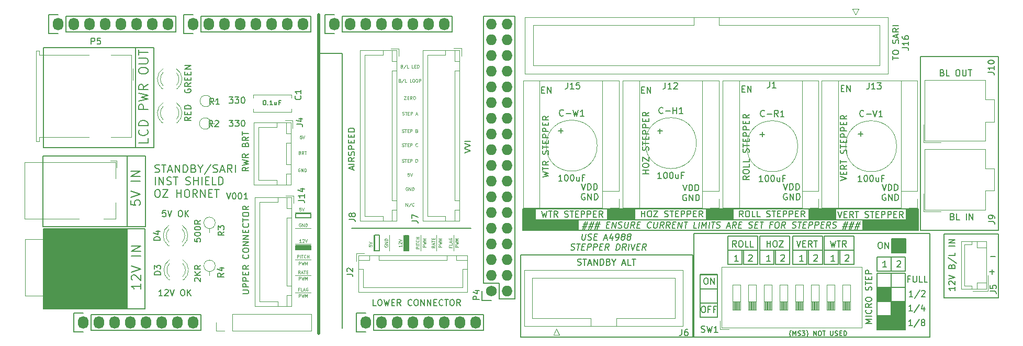
<source format=gbr>
G04 #@! TF.GenerationSoftware,KiCad,Pcbnew,(6.0.7)*
G04 #@! TF.CreationDate,2023-04-28T08:19:35+10:00*
G04 #@! TF.ProjectId,NEW_STANDBY_SHEILD,4e45575f-5354-4414-9e44-42595f534845,rev?*
G04 #@! TF.SameCoordinates,Original*
G04 #@! TF.FileFunction,Legend,Top*
G04 #@! TF.FilePolarity,Positive*
%FSLAX46Y46*%
G04 Gerber Fmt 4.6, Leading zero omitted, Abs format (unit mm)*
G04 Created by KiCad (PCBNEW (6.0.7)) date 2023-04-28 08:19:35*
%MOMM*%
%LPD*%
G01*
G04 APERTURE LIST*
%ADD10C,0.150000*%
%ADD11C,0.100000*%
%ADD12C,0.500000*%
%ADD13C,0.125000*%
%ADD14C,0.120000*%
%ADD15C,1.727200*%
%ADD16O,1.727200X1.727200*%
%ADD17O,1.727200X2.032000*%
G04 APERTURE END LIST*
D10*
X139800000Y-74707000D02*
X142700000Y-74707000D01*
X142700000Y-74707000D02*
X142700000Y-90850000D01*
X142700000Y-90850000D02*
X139800000Y-90850000D01*
X139800000Y-90850000D02*
X139800000Y-74707000D01*
X259750000Y-118057000D02*
X262036000Y-118057000D01*
X262036000Y-118057000D02*
X262036000Y-120343000D01*
X262036000Y-120343000D02*
X259750000Y-120343000D01*
X259750000Y-120343000D02*
X259750000Y-118057000D01*
G36*
X259750000Y-118057000D02*
G01*
X262036000Y-118057000D01*
X262036000Y-120343000D01*
X259750000Y-120343000D01*
X259750000Y-118057000D01*
G37*
X246137000Y-105178000D02*
X250963000Y-105178000D01*
X250963000Y-105178000D02*
X250963000Y-107464000D01*
X250963000Y-107464000D02*
X246137000Y-107464000D01*
X246137000Y-107464000D02*
X246137000Y-105178000D01*
X231164490Y-111384950D02*
X233894253Y-111384950D01*
X233894253Y-111384950D02*
X233894253Y-113670950D01*
X233894253Y-113670950D02*
X231164490Y-113670950D01*
X231164490Y-113670950D02*
X231164490Y-111384950D01*
X259750000Y-113457000D02*
X262036000Y-113457000D01*
X262036000Y-113457000D02*
X262036000Y-115743000D01*
X262036000Y-115743000D02*
X259750000Y-115743000D01*
X259750000Y-115743000D02*
X259750000Y-113457000D01*
G36*
X259750000Y-113457000D02*
G01*
X262036000Y-113457000D01*
X262036000Y-115743000D01*
X259750000Y-115743000D01*
X259750000Y-113457000D01*
G37*
X246137000Y-107464000D02*
X248423000Y-107464000D01*
X248423000Y-107464000D02*
X248423000Y-109750000D01*
X248423000Y-109750000D02*
X246137000Y-109750000D01*
X246137000Y-109750000D02*
X246137000Y-107464000D01*
X248725000Y-100850000D02*
X253075000Y-100850000D01*
X253075000Y-100850000D02*
X253075000Y-102443000D01*
X253075000Y-102443000D02*
X248725000Y-102443000D01*
X248725000Y-102443000D02*
X248725000Y-100850000D01*
G36*
X248725000Y-100850000D02*
G01*
X253075000Y-100850000D01*
X253075000Y-102443000D01*
X248725000Y-102443000D01*
X248725000Y-100850000D01*
G37*
X174752000Y-103886000D02*
X194056000Y-103886000D01*
X262057000Y-108521000D02*
X264343000Y-108521000D01*
X264343000Y-108521000D02*
X264343000Y-110807000D01*
X264343000Y-110807000D02*
X262057000Y-110807000D01*
X262057000Y-110807000D02*
X262057000Y-108521000D01*
X240803000Y-105178000D02*
X245629000Y-105178000D01*
X245629000Y-105178000D02*
X245629000Y-107464000D01*
X245629000Y-107464000D02*
X240803000Y-107464000D01*
X240803000Y-107464000D02*
X240803000Y-105178000D01*
X251217000Y-105178000D02*
X256043000Y-105178000D01*
X256043000Y-105178000D02*
X256043000Y-107464000D01*
X256043000Y-107464000D02*
X251217000Y-107464000D01*
X251217000Y-107464000D02*
X251217000Y-105178000D01*
X257500000Y-102557000D02*
X266450000Y-102557000D01*
X266450000Y-102557000D02*
X266450000Y-104150000D01*
X266450000Y-104150000D02*
X257500000Y-104150000D01*
X257500000Y-104150000D02*
X257500000Y-102557000D01*
G36*
X257500000Y-102557000D02*
G01*
X266450000Y-102557000D01*
X266450000Y-104150000D01*
X257500000Y-104150000D01*
X257500000Y-102557000D01*
G37*
X262014000Y-113457000D02*
X264300000Y-113457000D01*
X264300000Y-113457000D02*
X264300000Y-115743000D01*
X264300000Y-115743000D02*
X262014000Y-115743000D01*
X262014000Y-115743000D02*
X262014000Y-113457000D01*
D11*
X165608000Y-111506000D02*
X168148000Y-111506000D01*
D10*
X243343000Y-107464000D02*
X245629000Y-107464000D01*
X245629000Y-107464000D02*
X245629000Y-109750000D01*
X245629000Y-109750000D02*
X243343000Y-109750000D01*
X243343000Y-109750000D02*
X243343000Y-107464000D01*
X124800000Y-92157000D02*
X138450000Y-92157000D01*
X138450000Y-92157000D02*
X138450000Y-103650000D01*
X138450000Y-103650000D02*
X124800000Y-103650000D01*
X124800000Y-103650000D02*
X124800000Y-92157000D01*
D11*
X183131000Y-107548000D02*
X183131000Y-105008000D01*
X165630000Y-106458000D02*
X168170000Y-106458000D01*
D10*
X248677000Y-107464000D02*
X250963000Y-107464000D01*
X250963000Y-107464000D02*
X250963000Y-109750000D01*
X250963000Y-109750000D02*
X248677000Y-109750000D01*
X248677000Y-109750000D02*
X248677000Y-107464000D01*
X231166091Y-111364000D02*
X233892106Y-111364000D01*
X233892106Y-111364000D02*
X233892106Y-118250000D01*
X233892106Y-118250000D02*
X231166091Y-118250000D01*
X231166091Y-118250000D02*
X231166091Y-111364000D01*
X262014000Y-115757000D02*
X264300000Y-115757000D01*
X264300000Y-115757000D02*
X264300000Y-118043000D01*
X264300000Y-118043000D02*
X262014000Y-118043000D01*
X262014000Y-118043000D02*
X262014000Y-115757000D01*
G36*
X262014000Y-115757000D02*
G01*
X264300000Y-115757000D01*
X264300000Y-118043000D01*
X262014000Y-118043000D01*
X262014000Y-115757000D01*
G37*
X259757000Y-108521000D02*
X262043000Y-108521000D01*
X262043000Y-108521000D02*
X262043000Y-110807000D01*
X262043000Y-110807000D02*
X259757000Y-110807000D01*
X259757000Y-110807000D02*
X259757000Y-108521000D01*
X202050000Y-108200000D02*
X229950000Y-108200000D01*
X229950000Y-108200000D02*
X229950000Y-121500000D01*
X229950000Y-121500000D02*
X202050000Y-121500000D01*
X202050000Y-121500000D02*
X202050000Y-108200000D01*
D11*
X165608000Y-103886000D02*
X168148000Y-103886000D01*
D10*
X270600000Y-104850000D02*
X279400000Y-104850000D01*
X279400000Y-104850000D02*
X279400000Y-115150000D01*
X279400000Y-115150000D02*
X270600000Y-115150000D01*
X270600000Y-115150000D02*
X270600000Y-104850000D01*
D11*
X188468000Y-107516000D02*
X188468000Y-104976000D01*
X165608000Y-108966000D02*
X168148000Y-108966000D01*
D10*
X165650000Y-102200000D02*
X168150000Y-102200000D01*
X168150000Y-102200000D02*
X168150000Y-101507000D01*
X168150000Y-101507000D02*
X165650000Y-101507000D01*
X165650000Y-101507000D02*
X165650000Y-102200000D01*
X266751475Y-76150000D02*
X279350000Y-76150000D01*
X279350000Y-76150000D02*
X279350000Y-104250000D01*
X279350000Y-104250000D02*
X266751475Y-104250000D01*
X266751475Y-104250000D02*
X266751475Y-76150000D01*
X235596000Y-107464000D02*
X237882000Y-107464000D01*
X237882000Y-107464000D02*
X237882000Y-109750000D01*
X237882000Y-109750000D02*
X235596000Y-109750000D01*
X235596000Y-109750000D02*
X235596000Y-107464000D01*
X202450000Y-102500000D02*
X266450000Y-102500000D01*
X266450000Y-102500000D02*
X266450000Y-104250000D01*
X266450000Y-104250000D02*
X202450000Y-104250000D01*
X202450000Y-104250000D02*
X202450000Y-102500000D01*
X173228000Y-75565000D02*
X173228000Y-120078500D01*
D12*
X169418000Y-69342000D02*
X169418000Y-120904000D01*
D11*
X165608000Y-114300000D02*
X168148000Y-114300000D01*
D10*
X138400000Y-104007000D02*
X141300000Y-104007000D01*
X141300000Y-104007000D02*
X141300000Y-116900000D01*
X141300000Y-116900000D02*
X138400000Y-116900000D01*
X138400000Y-116900000D02*
X138400000Y-104007000D01*
X259750000Y-111150000D02*
X262036000Y-111150000D01*
X262036000Y-111150000D02*
X262036000Y-113436000D01*
X262036000Y-113436000D02*
X259750000Y-113436000D01*
X259750000Y-113436000D02*
X259750000Y-111150000D01*
X251217000Y-107464000D02*
X253503000Y-107464000D01*
X253503000Y-107464000D02*
X253503000Y-109750000D01*
X253503000Y-109750000D02*
X251217000Y-109750000D01*
X251217000Y-109750000D02*
X251217000Y-107464000D01*
D11*
X185928000Y-107516000D02*
X185928000Y-104976000D01*
D10*
X169481500Y-75565000D02*
X173228000Y-75565000D01*
X230150000Y-104757000D02*
X268300000Y-104757000D01*
X268300000Y-104757000D02*
X268300000Y-121500000D01*
X268300000Y-121500000D02*
X230150000Y-121500000D01*
X230150000Y-121500000D02*
X230150000Y-104757000D01*
X231166091Y-115950000D02*
X233900000Y-115950000D01*
X233900000Y-115950000D02*
X233900000Y-118236000D01*
X233900000Y-118236000D02*
X231166091Y-118236000D01*
X231166091Y-118236000D02*
X231166091Y-115950000D01*
D11*
X191262000Y-107516000D02*
X191262000Y-104976000D01*
D10*
X179200000Y-107500000D02*
X178507000Y-107500000D01*
X178507000Y-107500000D02*
X178507000Y-105000000D01*
X178507000Y-105000000D02*
X179200000Y-105000000D01*
X179200000Y-105000000D02*
X179200000Y-107500000D01*
D11*
X180848000Y-107516000D02*
X180848000Y-104976000D01*
D10*
X262100000Y-105557000D02*
X264386000Y-105557000D01*
X264386000Y-105557000D02*
X264386000Y-107843000D01*
X264386000Y-107843000D02*
X262100000Y-107843000D01*
X262100000Y-107843000D02*
X262100000Y-105557000D01*
G36*
X262100000Y-105557000D02*
G01*
X264386000Y-105557000D01*
X264386000Y-107843000D01*
X262100000Y-107843000D01*
X262100000Y-105557000D01*
G37*
X232125000Y-100850000D02*
X236475000Y-100850000D01*
X236475000Y-100850000D02*
X236475000Y-102443000D01*
X236475000Y-102443000D02*
X232125000Y-102443000D01*
X232125000Y-102443000D02*
X232125000Y-100850000D01*
G36*
X232125000Y-100850000D02*
G01*
X236475000Y-100850000D01*
X236475000Y-102443000D01*
X232125000Y-102443000D01*
X232125000Y-100850000D01*
G37*
X253757000Y-107464000D02*
X256043000Y-107464000D01*
X256043000Y-107464000D02*
X256043000Y-109750000D01*
X256043000Y-109750000D02*
X253757000Y-109750000D01*
X253757000Y-109750000D02*
X253757000Y-107464000D01*
X240803000Y-107464000D02*
X243089000Y-107464000D01*
X243089000Y-107464000D02*
X243089000Y-109750000D01*
X243089000Y-109750000D02*
X240803000Y-109750000D01*
X240803000Y-109750000D02*
X240803000Y-107464000D01*
X235596000Y-105178000D02*
X240422000Y-105178000D01*
X240422000Y-105178000D02*
X240422000Y-107464000D01*
X240422000Y-107464000D02*
X235596000Y-107464000D01*
X235596000Y-107464000D02*
X235596000Y-105178000D01*
X202450000Y-102557000D02*
X211400000Y-102557000D01*
X211400000Y-102557000D02*
X211400000Y-104150000D01*
X211400000Y-104150000D02*
X202450000Y-104150000D01*
X202450000Y-104150000D02*
X202450000Y-102557000D01*
G36*
X202450000Y-102557000D02*
G01*
X211400000Y-102557000D01*
X211400000Y-104150000D01*
X202450000Y-104150000D01*
X202450000Y-102557000D01*
G37*
X259750000Y-115757000D02*
X262036000Y-115757000D01*
X262036000Y-115757000D02*
X262036000Y-118043000D01*
X262036000Y-118043000D02*
X259750000Y-118043000D01*
X259750000Y-118043000D02*
X259750000Y-115757000D01*
X238136000Y-107464000D02*
X240422000Y-107464000D01*
X240422000Y-107464000D02*
X240422000Y-109750000D01*
X240422000Y-109750000D02*
X238136000Y-109750000D01*
X238136000Y-109750000D02*
X238136000Y-107464000D01*
X124900000Y-104003500D02*
X138400000Y-104003500D01*
X138400000Y-104003500D02*
X138400000Y-116896500D01*
X138400000Y-116896500D02*
X124900000Y-116896500D01*
X124900000Y-116896500D02*
X124900000Y-104003500D01*
G36*
X124900000Y-104003500D02*
G01*
X138400000Y-104003500D01*
X138400000Y-116896500D01*
X124900000Y-116896500D01*
X124900000Y-104003500D01*
G37*
X124900000Y-74707000D02*
X139800000Y-74707000D01*
X139800000Y-74707000D02*
X139800000Y-90850000D01*
X139800000Y-90850000D02*
X124900000Y-90850000D01*
X124900000Y-90850000D02*
X124900000Y-74707000D01*
X202525000Y-100807000D02*
X204475000Y-100807000D01*
X204475000Y-100807000D02*
X204475000Y-102400000D01*
X204475000Y-102400000D02*
X202525000Y-102400000D01*
X202525000Y-102400000D02*
X202525000Y-100807000D01*
G36*
X202525000Y-100807000D02*
G01*
X204475000Y-100807000D01*
X204475000Y-102400000D01*
X202525000Y-102400000D01*
X202525000Y-100807000D01*
G37*
X183307000Y-105050000D02*
X184000000Y-105050000D01*
X184000000Y-105050000D02*
X184000000Y-107550000D01*
X184000000Y-107550000D02*
X183307000Y-107550000D01*
X183307000Y-107550000D02*
X183307000Y-105050000D01*
G36*
X183307000Y-105050000D02*
G01*
X184000000Y-105050000D01*
X184000000Y-107550000D01*
X183307000Y-107550000D01*
X183307000Y-105050000D01*
G37*
X262014000Y-111150000D02*
X264300000Y-111150000D01*
X264300000Y-111150000D02*
X264300000Y-113436000D01*
X264300000Y-113436000D02*
X262014000Y-113436000D01*
X262014000Y-113436000D02*
X262014000Y-111150000D01*
X138450000Y-92157000D02*
X141350000Y-92157000D01*
X141350000Y-92157000D02*
X141350000Y-103650000D01*
X141350000Y-103650000D02*
X138450000Y-103650000D01*
X138450000Y-103650000D02*
X138450000Y-92157000D01*
X165650000Y-107343000D02*
X168150000Y-107343000D01*
X168150000Y-107343000D02*
X168150000Y-106650000D01*
X168150000Y-106650000D02*
X165650000Y-106650000D01*
X165650000Y-106650000D02*
X165650000Y-107343000D01*
G36*
X165650000Y-107343000D02*
G01*
X168150000Y-107343000D01*
X168150000Y-106650000D01*
X165650000Y-106650000D01*
X165650000Y-107343000D01*
G37*
X264450000Y-100753500D02*
X266400000Y-100753500D01*
X266400000Y-100753500D02*
X266400000Y-102346500D01*
X266400000Y-102346500D02*
X264450000Y-102346500D01*
X264450000Y-102346500D02*
X264450000Y-100753500D01*
G36*
X264450000Y-100753500D02*
G01*
X266400000Y-100753500D01*
X266400000Y-102346500D01*
X264450000Y-102346500D01*
X264450000Y-100753500D01*
G37*
D11*
X178308000Y-107516000D02*
X178308000Y-104976000D01*
D10*
X262014000Y-118057000D02*
X264300000Y-118057000D01*
X264300000Y-118057000D02*
X264300000Y-120343000D01*
X264300000Y-120343000D02*
X262014000Y-120343000D01*
X262014000Y-120343000D02*
X262014000Y-118057000D01*
G36*
X262014000Y-118057000D02*
G01*
X264300000Y-118057000D01*
X264300000Y-120343000D01*
X262014000Y-120343000D01*
X262014000Y-118057000D01*
G37*
D11*
X165608000Y-101346000D02*
X168148000Y-101346000D01*
D10*
X202450000Y-100750000D02*
X266450000Y-100750000D01*
X266450000Y-100750000D02*
X266450000Y-102500000D01*
X266450000Y-102500000D02*
X202450000Y-102500000D01*
X202450000Y-102500000D02*
X202450000Y-100750000D01*
X216175000Y-100807000D02*
X220525000Y-100807000D01*
X220525000Y-100807000D02*
X220525000Y-102400000D01*
X220525000Y-102400000D02*
X216175000Y-102400000D01*
X216175000Y-102400000D02*
X216175000Y-100807000D01*
G36*
X216175000Y-100807000D02*
G01*
X220525000Y-100807000D01*
X220525000Y-102400000D01*
X216175000Y-102400000D01*
X216175000Y-100807000D01*
G37*
D13*
X182554761Y-79974285D02*
X182626190Y-79998095D01*
X182650000Y-80021904D01*
X182673809Y-80069523D01*
X182673809Y-80140952D01*
X182650000Y-80188571D01*
X182626190Y-80212380D01*
X182578571Y-80236190D01*
X182388095Y-80236190D01*
X182388095Y-79736190D01*
X182554761Y-79736190D01*
X182602380Y-79760000D01*
X182626190Y-79783809D01*
X182650000Y-79831428D01*
X182650000Y-79879047D01*
X182626190Y-79926666D01*
X182602380Y-79950476D01*
X182554761Y-79974285D01*
X182388095Y-79974285D01*
X183245238Y-79712380D02*
X182816666Y-80355238D01*
X183650000Y-80236190D02*
X183411904Y-80236190D01*
X183411904Y-79736190D01*
X184435714Y-80236190D02*
X184197619Y-80236190D01*
X184197619Y-79736190D01*
X184697619Y-79736190D02*
X184792857Y-79736190D01*
X184840476Y-79760000D01*
X184888095Y-79807619D01*
X184911904Y-79902857D01*
X184911904Y-80069523D01*
X184888095Y-80164761D01*
X184840476Y-80212380D01*
X184792857Y-80236190D01*
X184697619Y-80236190D01*
X184650000Y-80212380D01*
X184602380Y-80164761D01*
X184578571Y-80069523D01*
X184578571Y-79902857D01*
X184602380Y-79807619D01*
X184650000Y-79760000D01*
X184697619Y-79736190D01*
X185221428Y-79736190D02*
X185316666Y-79736190D01*
X185364285Y-79760000D01*
X185411904Y-79807619D01*
X185435714Y-79902857D01*
X185435714Y-80069523D01*
X185411904Y-80164761D01*
X185364285Y-80212380D01*
X185316666Y-80236190D01*
X185221428Y-80236190D01*
X185173809Y-80212380D01*
X185126190Y-80164761D01*
X185102380Y-80069523D01*
X185102380Y-79902857D01*
X185126190Y-79807619D01*
X185173809Y-79760000D01*
X185221428Y-79736190D01*
X185650000Y-80236190D02*
X185650000Y-79736190D01*
X185840476Y-79736190D01*
X185888095Y-79760000D01*
X185911904Y-79783809D01*
X185935714Y-79831428D01*
X185935714Y-79902857D01*
X185911904Y-79950476D01*
X185888095Y-79974285D01*
X185840476Y-79998095D01*
X185650000Y-79998095D01*
D10*
X265059523Y-112078571D02*
X264726190Y-112078571D01*
X264726190Y-112602380D02*
X264726190Y-111602380D01*
X265202380Y-111602380D01*
X265583333Y-111602380D02*
X265583333Y-112411904D01*
X265630952Y-112507142D01*
X265678571Y-112554761D01*
X265773809Y-112602380D01*
X265964285Y-112602380D01*
X266059523Y-112554761D01*
X266107142Y-112507142D01*
X266154761Y-112411904D01*
X266154761Y-111602380D01*
X267107142Y-112602380D02*
X266630952Y-112602380D01*
X266630952Y-111602380D01*
X267916666Y-112602380D02*
X267440476Y-112602380D01*
X267440476Y-111602380D01*
X254614285Y-108281619D02*
X254661904Y-108234000D01*
X254757142Y-108186380D01*
X254995238Y-108186380D01*
X255090476Y-108234000D01*
X255138095Y-108281619D01*
X255185714Y-108376857D01*
X255185714Y-108472095D01*
X255138095Y-108614952D01*
X254566666Y-109186380D01*
X255185714Y-109186380D01*
X246756333Y-105900380D02*
X247089666Y-106900380D01*
X247423000Y-105900380D01*
X247756333Y-106376571D02*
X248089666Y-106376571D01*
X248232523Y-106900380D02*
X247756333Y-106900380D01*
X247756333Y-105900380D01*
X248232523Y-105900380D01*
X249232523Y-106900380D02*
X248899190Y-106424190D01*
X248661095Y-106900380D02*
X248661095Y-105900380D01*
X249042047Y-105900380D01*
X249137285Y-105948000D01*
X249184904Y-105995619D01*
X249232523Y-106090857D01*
X249232523Y-106233714D01*
X249184904Y-106328952D01*
X249137285Y-106376571D01*
X249042047Y-106424190D01*
X248661095Y-106424190D01*
X249518238Y-105900380D02*
X250089666Y-105900380D01*
X249803952Y-106900380D02*
X249803952Y-105900380D01*
X262997285Y-109238619D02*
X263044904Y-109191000D01*
X263140142Y-109143380D01*
X263378238Y-109143380D01*
X263473476Y-109191000D01*
X263521095Y-109238619D01*
X263568714Y-109333857D01*
X263568714Y-109429095D01*
X263521095Y-109571952D01*
X262949666Y-110143380D01*
X263568714Y-110143380D01*
X228322285Y-96817380D02*
X228655619Y-97817380D01*
X228988952Y-96817380D01*
X229322285Y-97817380D02*
X229322285Y-96817380D01*
X229560380Y-96817380D01*
X229703238Y-96865000D01*
X229798476Y-96960238D01*
X229846095Y-97055476D01*
X229893714Y-97245952D01*
X229893714Y-97388809D01*
X229846095Y-97579285D01*
X229798476Y-97674523D01*
X229703238Y-97769761D01*
X229560380Y-97817380D01*
X229322285Y-97817380D01*
X230322285Y-97817380D02*
X230322285Y-96817380D01*
X230560380Y-96817380D01*
X230703238Y-96865000D01*
X230798476Y-96960238D01*
X230846095Y-97055476D01*
X230893714Y-97245952D01*
X230893714Y-97388809D01*
X230846095Y-97579285D01*
X230798476Y-97674523D01*
X230703238Y-97769761D01*
X230560380Y-97817380D01*
X230322285Y-97817380D01*
X228893714Y-98475000D02*
X228798476Y-98427380D01*
X228655619Y-98427380D01*
X228512761Y-98475000D01*
X228417523Y-98570238D01*
X228369904Y-98665476D01*
X228322285Y-98855952D01*
X228322285Y-98998809D01*
X228369904Y-99189285D01*
X228417523Y-99284523D01*
X228512761Y-99379761D01*
X228655619Y-99427380D01*
X228750857Y-99427380D01*
X228893714Y-99379761D01*
X228941333Y-99332142D01*
X228941333Y-98998809D01*
X228750857Y-98998809D01*
X229369904Y-99427380D02*
X229369904Y-98427380D01*
X229941333Y-99427380D01*
X229941333Y-98427380D01*
X230417523Y-99427380D02*
X230417523Y-98427380D01*
X230655619Y-98427380D01*
X230798476Y-98475000D01*
X230893714Y-98570238D01*
X230941333Y-98665476D01*
X230988952Y-98855952D01*
X230988952Y-98998809D01*
X230941333Y-99189285D01*
X230893714Y-99284523D01*
X230798476Y-99379761D01*
X230655619Y-99427380D01*
X230417523Y-99427380D01*
D13*
X165925619Y-108684190D02*
X165925619Y-108184190D01*
X166116095Y-108184190D01*
X166163714Y-108208000D01*
X166187523Y-108231809D01*
X166211333Y-108279428D01*
X166211333Y-108350857D01*
X166187523Y-108398476D01*
X166163714Y-108422285D01*
X166116095Y-108446095D01*
X165925619Y-108446095D01*
X166425619Y-108684190D02*
X166425619Y-108184190D01*
X166592285Y-108184190D02*
X166878000Y-108184190D01*
X166735142Y-108684190D02*
X166735142Y-108184190D01*
X167330380Y-108636571D02*
X167306571Y-108660380D01*
X167235142Y-108684190D01*
X167187523Y-108684190D01*
X167116095Y-108660380D01*
X167068476Y-108612761D01*
X167044666Y-108565142D01*
X167020857Y-108469904D01*
X167020857Y-108398476D01*
X167044666Y-108303238D01*
X167068476Y-108255619D01*
X167116095Y-108208000D01*
X167187523Y-108184190D01*
X167235142Y-108184190D01*
X167306571Y-108208000D01*
X167330380Y-108231809D01*
X167544666Y-108684190D02*
X167544666Y-108184190D01*
X167544666Y-108422285D02*
X167830380Y-108422285D01*
X167830380Y-108684190D02*
X167830380Y-108184190D01*
X166590476Y-106176190D02*
X166304761Y-106176190D01*
X166447619Y-106176190D02*
X166447619Y-105676190D01*
X166400000Y-105747619D01*
X166352380Y-105795238D01*
X166304761Y-105819047D01*
X166780952Y-105723809D02*
X166804761Y-105700000D01*
X166852380Y-105676190D01*
X166971428Y-105676190D01*
X167019047Y-105700000D01*
X167042857Y-105723809D01*
X167066666Y-105771428D01*
X167066666Y-105819047D01*
X167042857Y-105890476D01*
X166757142Y-106176190D01*
X167066666Y-106176190D01*
X167209523Y-105676190D02*
X167376190Y-106176190D01*
X167542857Y-105676190D01*
X186789190Y-106948380D02*
X186289190Y-106948380D01*
X186289190Y-106757904D01*
X186313000Y-106710285D01*
X186336809Y-106686476D01*
X186384428Y-106662666D01*
X186455857Y-106662666D01*
X186503476Y-106686476D01*
X186527285Y-106710285D01*
X186551095Y-106757904D01*
X186551095Y-106948380D01*
X186289190Y-106496000D02*
X186789190Y-106376952D01*
X186432047Y-106281714D01*
X186789190Y-106186476D01*
X186289190Y-106067428D01*
X186789190Y-105876952D02*
X186289190Y-105876952D01*
X186646333Y-105710285D01*
X186289190Y-105543619D01*
X186789190Y-105543619D01*
X166528761Y-100564190D02*
X166290666Y-100564190D01*
X166266857Y-100802285D01*
X166290666Y-100778476D01*
X166338285Y-100754666D01*
X166457333Y-100754666D01*
X166504952Y-100778476D01*
X166528761Y-100802285D01*
X166552571Y-100849904D01*
X166552571Y-100968952D01*
X166528761Y-101016571D01*
X166504952Y-101040380D01*
X166457333Y-101064190D01*
X166338285Y-101064190D01*
X166290666Y-101040380D01*
X166266857Y-101016571D01*
X166695428Y-100564190D02*
X166862095Y-101064190D01*
X167028761Y-100564190D01*
D10*
X239057999Y-95436666D02*
X238581809Y-95770000D01*
X239057999Y-96008095D02*
X238057999Y-96008095D01*
X238057999Y-95627142D01*
X238105619Y-95531904D01*
X238153238Y-95484285D01*
X238248476Y-95436666D01*
X238391333Y-95436666D01*
X238486571Y-95484285D01*
X238534190Y-95531904D01*
X238581809Y-95627142D01*
X238581809Y-96008095D01*
X238057999Y-94817619D02*
X238057999Y-94627142D01*
X238105619Y-94531904D01*
X238200857Y-94436666D01*
X238391333Y-94389047D01*
X238724666Y-94389047D01*
X238915142Y-94436666D01*
X239010380Y-94531904D01*
X239057999Y-94627142D01*
X239057999Y-94817619D01*
X239010380Y-94912857D01*
X238915142Y-95008095D01*
X238724666Y-95055714D01*
X238391333Y-95055714D01*
X238200857Y-95008095D01*
X238105619Y-94912857D01*
X238057999Y-94817619D01*
X239057999Y-93484285D02*
X239057999Y-93960476D01*
X238057999Y-93960476D01*
X239057999Y-92674761D02*
X239057999Y-93150952D01*
X238057999Y-93150952D01*
X239010380Y-91627142D02*
X239057999Y-91484285D01*
X239057999Y-91246190D01*
X239010380Y-91150952D01*
X238962761Y-91103333D01*
X238867523Y-91055714D01*
X238772285Y-91055714D01*
X238677047Y-91103333D01*
X238629428Y-91150952D01*
X238581809Y-91246190D01*
X238534190Y-91436666D01*
X238486571Y-91531904D01*
X238438952Y-91579523D01*
X238343714Y-91627142D01*
X238248476Y-91627142D01*
X238153238Y-91579523D01*
X238105619Y-91531904D01*
X238057999Y-91436666D01*
X238057999Y-91198571D01*
X238105619Y-91055714D01*
X238057999Y-90770000D02*
X238057999Y-90198571D01*
X239057999Y-90484285D02*
X238057999Y-90484285D01*
X238534190Y-89865238D02*
X238534190Y-89531904D01*
X239057999Y-89389047D02*
X239057999Y-89865238D01*
X238057999Y-89865238D01*
X238057999Y-89389047D01*
X239057999Y-88960476D02*
X238057999Y-88960476D01*
X238057999Y-88579523D01*
X238105619Y-88484285D01*
X238153238Y-88436666D01*
X238248476Y-88389047D01*
X238391333Y-88389047D01*
X238486571Y-88436666D01*
X238534190Y-88484285D01*
X238581809Y-88579523D01*
X238581809Y-88960476D01*
X239057999Y-87960476D02*
X238057999Y-87960476D01*
X238057999Y-87579523D01*
X238105619Y-87484285D01*
X238153238Y-87436666D01*
X238248476Y-87389047D01*
X238391333Y-87389047D01*
X238486571Y-87436666D01*
X238534190Y-87484285D01*
X238581809Y-87579523D01*
X238581809Y-87960476D01*
X238534190Y-86960476D02*
X238534190Y-86627142D01*
X239057999Y-86484285D02*
X239057999Y-86960476D01*
X238057999Y-86960476D01*
X238057999Y-86484285D01*
X239057999Y-85484285D02*
X238581809Y-85817619D01*
X239057999Y-86055714D02*
X238057999Y-86055714D01*
X238057999Y-85674761D01*
X238105619Y-85579523D01*
X238153238Y-85531904D01*
X238248476Y-85484285D01*
X238391333Y-85484285D01*
X238486571Y-85531904D01*
X238534190Y-85579523D01*
X238581809Y-85674761D01*
X238581809Y-86055714D01*
X140628571Y-112842857D02*
X140628571Y-113700000D01*
X140628571Y-113271428D02*
X139128571Y-113271428D01*
X139342857Y-113414285D01*
X139485714Y-113557142D01*
X139557142Y-113700000D01*
X139271428Y-112271428D02*
X139200000Y-112200000D01*
X139128571Y-112057142D01*
X139128571Y-111700000D01*
X139200000Y-111557142D01*
X139271428Y-111485714D01*
X139414285Y-111414285D01*
X139557142Y-111414285D01*
X139771428Y-111485714D01*
X140628571Y-112342857D01*
X140628571Y-111414285D01*
X139128571Y-110985714D02*
X140628571Y-110485714D01*
X139128571Y-109985714D01*
X140628571Y-108342857D02*
X139128571Y-108342857D01*
X140628571Y-107628571D02*
X139128571Y-107628571D01*
X140628571Y-106771428D01*
X139128571Y-106771428D01*
D13*
X189329190Y-106948380D02*
X188829190Y-106948380D01*
X188829190Y-106757904D01*
X188853000Y-106710285D01*
X188876809Y-106686476D01*
X188924428Y-106662666D01*
X188995857Y-106662666D01*
X189043476Y-106686476D01*
X189067285Y-106710285D01*
X189091095Y-106757904D01*
X189091095Y-106948380D01*
X188829190Y-106496000D02*
X189329190Y-106376952D01*
X188972047Y-106281714D01*
X189329190Y-106186476D01*
X188829190Y-106067428D01*
X189329190Y-105876952D02*
X188829190Y-105876952D01*
X189186333Y-105710285D01*
X188829190Y-105543619D01*
X189329190Y-105543619D01*
D10*
X241930285Y-106900380D02*
X241930285Y-105900380D01*
X241930285Y-106376571D02*
X242501714Y-106376571D01*
X242501714Y-106900380D02*
X242501714Y-105900380D01*
X243168380Y-105900380D02*
X243358857Y-105900380D01*
X243454095Y-105948000D01*
X243549333Y-106043238D01*
X243596952Y-106233714D01*
X243596952Y-106567047D01*
X243549333Y-106757523D01*
X243454095Y-106852761D01*
X243358857Y-106900380D01*
X243168380Y-106900380D01*
X243073142Y-106852761D01*
X242977904Y-106757523D01*
X242930285Y-106567047D01*
X242930285Y-106233714D01*
X242977904Y-106043238D01*
X243073142Y-105948000D01*
X243168380Y-105900380D01*
X243930285Y-105900380D02*
X244596952Y-105900380D01*
X243930285Y-106900380D01*
X244596952Y-106900380D01*
X139028571Y-99400000D02*
X139028571Y-100114285D01*
X139742857Y-100185714D01*
X139671428Y-100114285D01*
X139600000Y-99971428D01*
X139600000Y-99614285D01*
X139671428Y-99471428D01*
X139742857Y-99400000D01*
X139885714Y-99328571D01*
X140242857Y-99328571D01*
X140385714Y-99400000D01*
X140457142Y-99471428D01*
X140528571Y-99614285D01*
X140528571Y-99971428D01*
X140457142Y-100114285D01*
X140385714Y-100185714D01*
X139028571Y-98900000D02*
X140528571Y-98400000D01*
X139028571Y-97900000D01*
X140528571Y-96257142D02*
X139028571Y-96257142D01*
X140528571Y-95542857D02*
X139028571Y-95542857D01*
X140528571Y-94685714D01*
X139028571Y-94685714D01*
D13*
X166175619Y-115034190D02*
X166175619Y-114534190D01*
X166366095Y-114534190D01*
X166413714Y-114558000D01*
X166437523Y-114581809D01*
X166461333Y-114629428D01*
X166461333Y-114700857D01*
X166437523Y-114748476D01*
X166413714Y-114772285D01*
X166366095Y-114796095D01*
X166175619Y-114796095D01*
X166628000Y-114534190D02*
X166747047Y-115034190D01*
X166842285Y-114677047D01*
X166937523Y-115034190D01*
X167056571Y-114534190D01*
X167247047Y-115034190D02*
X167247047Y-114534190D01*
X167413714Y-114891333D01*
X167580380Y-114534190D01*
X167580380Y-115034190D01*
D10*
X149397619Y-112465714D02*
X149350000Y-112418095D01*
X149302380Y-112322857D01*
X149302380Y-112084761D01*
X149350000Y-111989523D01*
X149397619Y-111941904D01*
X149492857Y-111894285D01*
X149588095Y-111894285D01*
X149730952Y-111941904D01*
X150302380Y-112513333D01*
X150302380Y-111894285D01*
X150302380Y-111465714D02*
X149302380Y-111465714D01*
X150302380Y-110894285D02*
X149730952Y-111322857D01*
X149302380Y-110894285D02*
X149873809Y-111465714D01*
X150302380Y-109894285D02*
X149826190Y-110227619D01*
X150302380Y-110465714D02*
X149302380Y-110465714D01*
X149302380Y-110084761D01*
X149350000Y-109989523D01*
X149397619Y-109941904D01*
X149492857Y-109894285D01*
X149635714Y-109894285D01*
X149730952Y-109941904D01*
X149778571Y-109989523D01*
X149826190Y-110084761D01*
X149826190Y-110465714D01*
X245842857Y-121525000D02*
X245807142Y-121489285D01*
X245735714Y-121382142D01*
X245700000Y-121310714D01*
X245664285Y-121203571D01*
X245628571Y-121025000D01*
X245628571Y-120882142D01*
X245664285Y-120703571D01*
X245700000Y-120596428D01*
X245735714Y-120525000D01*
X245807142Y-120417857D01*
X245842857Y-120382142D01*
X246128571Y-121239285D02*
X246128571Y-120489285D01*
X246378571Y-121025000D01*
X246628571Y-120489285D01*
X246628571Y-121239285D01*
X246950000Y-121203571D02*
X247057142Y-121239285D01*
X247235714Y-121239285D01*
X247307142Y-121203571D01*
X247342857Y-121167857D01*
X247378571Y-121096428D01*
X247378571Y-121025000D01*
X247342857Y-120953571D01*
X247307142Y-120917857D01*
X247235714Y-120882142D01*
X247092857Y-120846428D01*
X247021428Y-120810714D01*
X246985714Y-120775000D01*
X246950000Y-120703571D01*
X246950000Y-120632142D01*
X246985714Y-120560714D01*
X247021428Y-120525000D01*
X247092857Y-120489285D01*
X247271428Y-120489285D01*
X247378571Y-120525000D01*
X247628571Y-120489285D02*
X248092857Y-120489285D01*
X247842857Y-120775000D01*
X247950000Y-120775000D01*
X248021428Y-120810714D01*
X248057142Y-120846428D01*
X248092857Y-120917857D01*
X248092857Y-121096428D01*
X248057142Y-121167857D01*
X248021428Y-121203571D01*
X247950000Y-121239285D01*
X247735714Y-121239285D01*
X247664285Y-121203571D01*
X247628571Y-121167857D01*
X248342857Y-121525000D02*
X248378571Y-121489285D01*
X248450000Y-121382142D01*
X248485714Y-121310714D01*
X248521428Y-121203571D01*
X248557142Y-121025000D01*
X248557142Y-120882142D01*
X248521428Y-120703571D01*
X248485714Y-120596428D01*
X248450000Y-120525000D01*
X248378571Y-120417857D01*
X248342857Y-120382142D01*
X249485714Y-121239285D02*
X249485714Y-120489285D01*
X249914285Y-121239285D01*
X249914285Y-120489285D01*
X250414285Y-120489285D02*
X250557142Y-120489285D01*
X250628571Y-120525000D01*
X250700000Y-120596428D01*
X250735714Y-120739285D01*
X250735714Y-120989285D01*
X250700000Y-121132142D01*
X250628571Y-121203571D01*
X250557142Y-121239285D01*
X250414285Y-121239285D01*
X250342857Y-121203571D01*
X250271428Y-121132142D01*
X250235714Y-120989285D01*
X250235714Y-120739285D01*
X250271428Y-120596428D01*
X250342857Y-120525000D01*
X250414285Y-120489285D01*
X250950000Y-120489285D02*
X251378571Y-120489285D01*
X251164285Y-121239285D02*
X251164285Y-120489285D01*
X252200000Y-120489285D02*
X252200000Y-121096428D01*
X252235714Y-121167857D01*
X252271428Y-121203571D01*
X252342857Y-121239285D01*
X252485714Y-121239285D01*
X252557142Y-121203571D01*
X252592857Y-121167857D01*
X252628571Y-121096428D01*
X252628571Y-120489285D01*
X252950000Y-121203571D02*
X253057142Y-121239285D01*
X253235714Y-121239285D01*
X253307142Y-121203571D01*
X253342857Y-121167857D01*
X253378571Y-121096428D01*
X253378571Y-121025000D01*
X253342857Y-120953571D01*
X253307142Y-120917857D01*
X253235714Y-120882142D01*
X253092857Y-120846428D01*
X253021428Y-120810714D01*
X252985714Y-120775000D01*
X252950000Y-120703571D01*
X252950000Y-120632142D01*
X252985714Y-120560714D01*
X253021428Y-120525000D01*
X253092857Y-120489285D01*
X253271428Y-120489285D01*
X253378571Y-120525000D01*
X253700000Y-120846428D02*
X253950000Y-120846428D01*
X254057142Y-121239285D02*
X253700000Y-121239285D01*
X253700000Y-120489285D01*
X254057142Y-120489285D01*
X254378571Y-121239285D02*
X254378571Y-120489285D01*
X254557142Y-120489285D01*
X254664285Y-120525000D01*
X254735714Y-120596428D01*
X254771428Y-120667857D01*
X254807142Y-120810714D01*
X254807142Y-120917857D01*
X254771428Y-121060714D01*
X254735714Y-121132142D01*
X254664285Y-121203571D01*
X254557142Y-121239285D01*
X254378571Y-121239285D01*
D13*
X177526190Y-106595238D02*
X177526190Y-106833333D01*
X177764285Y-106857142D01*
X177740476Y-106833333D01*
X177716666Y-106785714D01*
X177716666Y-106666666D01*
X177740476Y-106619047D01*
X177764285Y-106595238D01*
X177811904Y-106571428D01*
X177930952Y-106571428D01*
X177978571Y-106595238D01*
X178002380Y-106619047D01*
X178026190Y-106666666D01*
X178026190Y-106785714D01*
X178002380Y-106833333D01*
X177978571Y-106857142D01*
X177526190Y-106428571D02*
X178026190Y-106261904D01*
X177526190Y-106095238D01*
X183245238Y-82530190D02*
X183578571Y-82530190D01*
X183245238Y-83030190D01*
X183578571Y-83030190D01*
X183769047Y-82768285D02*
X183935714Y-82768285D01*
X184007142Y-83030190D02*
X183769047Y-83030190D01*
X183769047Y-82530190D01*
X184007142Y-82530190D01*
X184507142Y-83030190D02*
X184340476Y-82792095D01*
X184221428Y-83030190D02*
X184221428Y-82530190D01*
X184411904Y-82530190D01*
X184459523Y-82554000D01*
X184483333Y-82577809D01*
X184507142Y-82625428D01*
X184507142Y-82696857D01*
X184483333Y-82744476D01*
X184459523Y-82768285D01*
X184411904Y-82792095D01*
X184221428Y-82792095D01*
X184816666Y-82530190D02*
X184911904Y-82530190D01*
X184959523Y-82554000D01*
X185007142Y-82601619D01*
X185030952Y-82696857D01*
X185030952Y-82863523D01*
X185007142Y-82958761D01*
X184959523Y-83006380D01*
X184911904Y-83030190D01*
X184816666Y-83030190D01*
X184769047Y-83006380D01*
X184721428Y-82958761D01*
X184697619Y-82863523D01*
X184697619Y-82696857D01*
X184721428Y-82601619D01*
X184769047Y-82554000D01*
X184816666Y-82530190D01*
X166370047Y-94238000D02*
X166322428Y-94214190D01*
X166251000Y-94214190D01*
X166179571Y-94238000D01*
X166131952Y-94285619D01*
X166108142Y-94333238D01*
X166084333Y-94428476D01*
X166084333Y-94499904D01*
X166108142Y-94595142D01*
X166131952Y-94642761D01*
X166179571Y-94690380D01*
X166251000Y-94714190D01*
X166298619Y-94714190D01*
X166370047Y-94690380D01*
X166393857Y-94666571D01*
X166393857Y-94499904D01*
X166298619Y-94499904D01*
X166608142Y-94714190D02*
X166608142Y-94214190D01*
X166893857Y-94714190D01*
X166893857Y-94214190D01*
X167131952Y-94714190D02*
X167131952Y-94214190D01*
X167251000Y-94214190D01*
X167322428Y-94238000D01*
X167370047Y-94285619D01*
X167393857Y-94333238D01*
X167417666Y-94428476D01*
X167417666Y-94499904D01*
X167393857Y-94595142D01*
X167370047Y-94642761D01*
X167322428Y-94690380D01*
X167251000Y-94714190D01*
X167131952Y-94714190D01*
D10*
X244622285Y-96667380D02*
X244955619Y-97667380D01*
X245288952Y-96667380D01*
X245622285Y-97667380D02*
X245622285Y-96667380D01*
X245860380Y-96667380D01*
X246003238Y-96715000D01*
X246098476Y-96810238D01*
X246146095Y-96905476D01*
X246193714Y-97095952D01*
X246193714Y-97238809D01*
X246146095Y-97429285D01*
X246098476Y-97524523D01*
X246003238Y-97619761D01*
X245860380Y-97667380D01*
X245622285Y-97667380D01*
X246622285Y-97667380D02*
X246622285Y-96667380D01*
X246860380Y-96667380D01*
X247003238Y-96715000D01*
X247098476Y-96810238D01*
X247146095Y-96905476D01*
X247193714Y-97095952D01*
X247193714Y-97238809D01*
X247146095Y-97429285D01*
X247098476Y-97524523D01*
X247003238Y-97619761D01*
X246860380Y-97667380D01*
X246622285Y-97667380D01*
X245193714Y-98325000D02*
X245098476Y-98277380D01*
X244955619Y-98277380D01*
X244812761Y-98325000D01*
X244717523Y-98420238D01*
X244669904Y-98515476D01*
X244622285Y-98705952D01*
X244622285Y-98848809D01*
X244669904Y-99039285D01*
X244717523Y-99134523D01*
X244812761Y-99229761D01*
X244955619Y-99277380D01*
X245050857Y-99277380D01*
X245193714Y-99229761D01*
X245241333Y-99182142D01*
X245241333Y-98848809D01*
X245050857Y-98848809D01*
X245669904Y-99277380D02*
X245669904Y-98277380D01*
X246241333Y-99277380D01*
X246241333Y-98277380D01*
X246717523Y-99277380D02*
X246717523Y-98277380D01*
X246955619Y-98277380D01*
X247098476Y-98325000D01*
X247193714Y-98420238D01*
X247241333Y-98515476D01*
X247288952Y-98705952D01*
X247288952Y-98848809D01*
X247241333Y-99039285D01*
X247193714Y-99134523D01*
X247098476Y-99229761D01*
X246955619Y-99277380D01*
X246717523Y-99277380D01*
D13*
X188186190Y-106722190D02*
X187948095Y-106888857D01*
X188186190Y-107007904D02*
X187686190Y-107007904D01*
X187686190Y-106817428D01*
X187710000Y-106769809D01*
X187733809Y-106746000D01*
X187781428Y-106722190D01*
X187852857Y-106722190D01*
X187900476Y-106746000D01*
X187924285Y-106769809D01*
X187948095Y-106817428D01*
X187948095Y-107007904D01*
X188043333Y-106531714D02*
X188043333Y-106293619D01*
X188186190Y-106579333D02*
X187686190Y-106412666D01*
X188186190Y-106246000D01*
X187686190Y-106150761D02*
X187686190Y-105865047D01*
X188186190Y-106007904D02*
X187686190Y-106007904D01*
X187924285Y-105698380D02*
X187924285Y-105531714D01*
X188186190Y-105460285D02*
X188186190Y-105698380D01*
X187686190Y-105698380D01*
X187686190Y-105460285D01*
D10*
X257121047Y-89000952D02*
X257121047Y-88239047D01*
X257501999Y-88620000D02*
X256740095Y-88620000D01*
X211922285Y-96667380D02*
X212255619Y-97667380D01*
X212588952Y-96667380D01*
X212922285Y-97667380D02*
X212922285Y-96667380D01*
X213160380Y-96667380D01*
X213303238Y-96715000D01*
X213398476Y-96810238D01*
X213446095Y-96905476D01*
X213493714Y-97095952D01*
X213493714Y-97238809D01*
X213446095Y-97429285D01*
X213398476Y-97524523D01*
X213303238Y-97619761D01*
X213160380Y-97667380D01*
X212922285Y-97667380D01*
X213922285Y-97667380D02*
X213922285Y-96667380D01*
X214160380Y-96667380D01*
X214303238Y-96715000D01*
X214398476Y-96810238D01*
X214446095Y-96905476D01*
X214493714Y-97095952D01*
X214493714Y-97238809D01*
X214446095Y-97429285D01*
X214398476Y-97524523D01*
X214303238Y-97619761D01*
X214160380Y-97667380D01*
X213922285Y-97667380D01*
X212493714Y-98325000D02*
X212398476Y-98277380D01*
X212255619Y-98277380D01*
X212112761Y-98325000D01*
X212017523Y-98420238D01*
X211969904Y-98515476D01*
X211922285Y-98705952D01*
X211922285Y-98848809D01*
X211969904Y-99039285D01*
X212017523Y-99134523D01*
X212112761Y-99229761D01*
X212255619Y-99277380D01*
X212350857Y-99277380D01*
X212493714Y-99229761D01*
X212541333Y-99182142D01*
X212541333Y-98848809D01*
X212350857Y-98848809D01*
X212969904Y-99277380D02*
X212969904Y-98277380D01*
X213541333Y-99277380D01*
X213541333Y-98277380D01*
X214017523Y-99277380D02*
X214017523Y-98277380D01*
X214255619Y-98277380D01*
X214398476Y-98325000D01*
X214493714Y-98420238D01*
X214541333Y-98515476D01*
X214588952Y-98705952D01*
X214588952Y-98848809D01*
X214541333Y-99039285D01*
X214493714Y-99134523D01*
X214398476Y-99229761D01*
X214255619Y-99277380D01*
X214017523Y-99277380D01*
X237278714Y-109186380D02*
X236707285Y-109186380D01*
X236993000Y-109186380D02*
X236993000Y-108186380D01*
X236897761Y-108329238D01*
X236802523Y-108424476D01*
X236707285Y-108472095D01*
X252193476Y-105900380D02*
X252431571Y-106900380D01*
X252622047Y-106186095D01*
X252812523Y-106900380D01*
X253050619Y-105900380D01*
X253288714Y-105900380D02*
X253860142Y-105900380D01*
X253574428Y-106900380D02*
X253574428Y-105900380D01*
X254764904Y-106900380D02*
X254431571Y-106424190D01*
X254193476Y-106900380D02*
X254193476Y-105900380D01*
X254574428Y-105900380D01*
X254669666Y-105948000D01*
X254717285Y-105995619D01*
X254764904Y-106090857D01*
X254764904Y-106233714D01*
X254717285Y-106328952D01*
X254669666Y-106376571D01*
X254574428Y-106424190D01*
X254193476Y-106424190D01*
X208571047Y-88500952D02*
X208571047Y-87739047D01*
X208951999Y-88120000D02*
X208190095Y-88120000D01*
D13*
X166175619Y-112240190D02*
X166175619Y-111740190D01*
X166366095Y-111740190D01*
X166413714Y-111764000D01*
X166437523Y-111787809D01*
X166461333Y-111835428D01*
X166461333Y-111906857D01*
X166437523Y-111954476D01*
X166413714Y-111978285D01*
X166366095Y-112002095D01*
X166175619Y-112002095D01*
X166628000Y-111740190D02*
X166747047Y-112240190D01*
X166842285Y-111883047D01*
X166937523Y-112240190D01*
X167056571Y-111740190D01*
X167247047Y-112240190D02*
X167247047Y-111740190D01*
X167413714Y-112097333D01*
X167580380Y-111740190D01*
X167580380Y-112240190D01*
D10*
X260180952Y-106152380D02*
X260371428Y-106152380D01*
X260466666Y-106200000D01*
X260561904Y-106295238D01*
X260609523Y-106485714D01*
X260609523Y-106819047D01*
X260561904Y-107009523D01*
X260466666Y-107104761D01*
X260371428Y-107152380D01*
X260180952Y-107152380D01*
X260085714Y-107104761D01*
X259990476Y-107009523D01*
X259942857Y-106819047D01*
X259942857Y-106485714D01*
X259990476Y-106295238D01*
X260085714Y-106200000D01*
X260180952Y-106152380D01*
X261038095Y-107152380D02*
X261038095Y-106152380D01*
X261609523Y-107152380D01*
X261609523Y-106152380D01*
X247819714Y-109186380D02*
X247248285Y-109186380D01*
X247534000Y-109186380D02*
X247534000Y-108186380D01*
X247438761Y-108329238D01*
X247343523Y-108424476D01*
X247248285Y-108472095D01*
D13*
X182900000Y-90626380D02*
X182971428Y-90650190D01*
X183090476Y-90650190D01*
X183138095Y-90626380D01*
X183161904Y-90602571D01*
X183185714Y-90554952D01*
X183185714Y-90507333D01*
X183161904Y-90459714D01*
X183138095Y-90435904D01*
X183090476Y-90412095D01*
X182995238Y-90388285D01*
X182947619Y-90364476D01*
X182923809Y-90340666D01*
X182900000Y-90293047D01*
X182900000Y-90245428D01*
X182923809Y-90197809D01*
X182947619Y-90174000D01*
X182995238Y-90150190D01*
X183114285Y-90150190D01*
X183185714Y-90174000D01*
X183328571Y-90150190D02*
X183614285Y-90150190D01*
X183471428Y-90650190D02*
X183471428Y-90150190D01*
X183780952Y-90388285D02*
X183947619Y-90388285D01*
X184019047Y-90650190D02*
X183780952Y-90650190D01*
X183780952Y-90150190D01*
X184019047Y-90150190D01*
X184233333Y-90650190D02*
X184233333Y-90150190D01*
X184423809Y-90150190D01*
X184471428Y-90174000D01*
X184495238Y-90197809D01*
X184519047Y-90245428D01*
X184519047Y-90316857D01*
X184495238Y-90364476D01*
X184471428Y-90388285D01*
X184423809Y-90412095D01*
X184233333Y-90412095D01*
X185400000Y-90602571D02*
X185376190Y-90626380D01*
X185304761Y-90650190D01*
X185257142Y-90650190D01*
X185185714Y-90626380D01*
X185138095Y-90578761D01*
X185114285Y-90531142D01*
X185090476Y-90435904D01*
X185090476Y-90364476D01*
X185114285Y-90269238D01*
X185138095Y-90221619D01*
X185185714Y-90174000D01*
X185257142Y-90150190D01*
X185304761Y-90150190D01*
X185376190Y-90174000D01*
X185400000Y-90197809D01*
D10*
X205501523Y-81498571D02*
X205834857Y-81498571D01*
X205977714Y-82022380D02*
X205501523Y-82022380D01*
X205501523Y-81022380D01*
X205977714Y-81022380D01*
X206406285Y-82022380D02*
X206406285Y-81022380D01*
X206977714Y-82022380D01*
X206977714Y-81022380D01*
X221651523Y-81498571D02*
X221984857Y-81498571D01*
X222127714Y-82022380D02*
X221651523Y-82022380D01*
X221651523Y-81022380D01*
X222127714Y-81022380D01*
X222556285Y-82022380D02*
X222556285Y-81022380D01*
X223127714Y-82022380D01*
X223127714Y-81022380D01*
X125788095Y-116202380D02*
X125216666Y-116202380D01*
X125502380Y-116202380D02*
X125502380Y-115202380D01*
X125407142Y-115345238D01*
X125311904Y-115440476D01*
X125216666Y-115488095D01*
X126169047Y-115297619D02*
X126216666Y-115250000D01*
X126311904Y-115202380D01*
X126550000Y-115202380D01*
X126645238Y-115250000D01*
X126692857Y-115297619D01*
X126740476Y-115392857D01*
X126740476Y-115488095D01*
X126692857Y-115630952D01*
X126121428Y-116202380D01*
X126740476Y-116202380D01*
X127026190Y-115202380D02*
X127359523Y-116202380D01*
X127692857Y-115202380D01*
X128788095Y-116202380D02*
X128788095Y-115202380D01*
X129264285Y-116202380D02*
X129264285Y-115202380D01*
X129835714Y-116202380D01*
X129835714Y-115202380D01*
X252899714Y-109186380D02*
X252328285Y-109186380D01*
X252614000Y-109186380D02*
X252614000Y-108186380D01*
X252518761Y-108329238D01*
X252423523Y-108424476D01*
X252328285Y-108472095D01*
X277969047Y-110921428D02*
X278730952Y-110921428D01*
X278350000Y-111302380D02*
X278350000Y-110540476D01*
X224621047Y-88550952D02*
X224621047Y-87789047D01*
X225001999Y-88170000D02*
X224240095Y-88170000D01*
X212231517Y-103185714D02*
X212945803Y-103185714D01*
X212570803Y-102757142D02*
X212124375Y-104042857D01*
X212796994Y-103614285D02*
X212082708Y-103614285D01*
X212457708Y-104042857D02*
X212904136Y-102757142D01*
X213231517Y-103185714D02*
X213945803Y-103185714D01*
X213570803Y-102757142D02*
X213124375Y-104042857D01*
X213796994Y-103614285D02*
X213082708Y-103614285D01*
X213457708Y-104042857D02*
X213904136Y-102757142D01*
X214231517Y-103185714D02*
X214945803Y-103185714D01*
X214570803Y-102757142D02*
X214124375Y-104042857D01*
X214796994Y-103614285D02*
X214082708Y-103614285D01*
X214457708Y-104042857D02*
X214904136Y-102757142D01*
X216023184Y-103328571D02*
X216356517Y-103328571D01*
X216433898Y-103852380D02*
X215957708Y-103852380D01*
X216082708Y-102852380D01*
X216558898Y-102852380D01*
X216862470Y-103852380D02*
X216987470Y-102852380D01*
X217433898Y-103852380D01*
X217558898Y-102852380D01*
X217868422Y-103804761D02*
X218005327Y-103852380D01*
X218243422Y-103852380D01*
X218344613Y-103804761D01*
X218398184Y-103757142D01*
X218457708Y-103661904D01*
X218469613Y-103566666D01*
X218433898Y-103471428D01*
X218392232Y-103423809D01*
X218302946Y-103376190D01*
X218118422Y-103328571D01*
X218029136Y-103280952D01*
X217987470Y-103233333D01*
X217951755Y-103138095D01*
X217963660Y-103042857D01*
X218023184Y-102947619D01*
X218076755Y-102900000D01*
X218177946Y-102852380D01*
X218416041Y-102852380D01*
X218552946Y-102900000D01*
X218987470Y-102852380D02*
X218886279Y-103661904D01*
X218921994Y-103757142D01*
X218963660Y-103804761D01*
X219052946Y-103852380D01*
X219243422Y-103852380D01*
X219344613Y-103804761D01*
X219398184Y-103757142D01*
X219457708Y-103661904D01*
X219558898Y-102852380D01*
X220481517Y-103852380D02*
X220207708Y-103376190D01*
X219910089Y-103852380D02*
X220035089Y-102852380D01*
X220416041Y-102852380D01*
X220505327Y-102900000D01*
X220546994Y-102947619D01*
X220582708Y-103042857D01*
X220564851Y-103185714D01*
X220505327Y-103280952D01*
X220451755Y-103328571D01*
X220350565Y-103376190D01*
X219969613Y-103376190D01*
X220975565Y-103328571D02*
X221308898Y-103328571D01*
X221386279Y-103852380D02*
X220910089Y-103852380D01*
X221035089Y-102852380D01*
X221511279Y-102852380D01*
X223160089Y-103757142D02*
X223106517Y-103804761D01*
X222957708Y-103852380D01*
X222862470Y-103852380D01*
X222725565Y-103804761D01*
X222642232Y-103709523D01*
X222606517Y-103614285D01*
X222582708Y-103423809D01*
X222600565Y-103280952D01*
X222671994Y-103090476D01*
X222731517Y-102995238D01*
X222838660Y-102900000D01*
X222987470Y-102852380D01*
X223082708Y-102852380D01*
X223219613Y-102900000D01*
X223261279Y-102947619D01*
X223701755Y-102852380D02*
X223600565Y-103661904D01*
X223636279Y-103757142D01*
X223677946Y-103804761D01*
X223767232Y-103852380D01*
X223957708Y-103852380D01*
X224058898Y-103804761D01*
X224112470Y-103757142D01*
X224171994Y-103661904D01*
X224273184Y-102852380D01*
X225195803Y-103852380D02*
X224921994Y-103376190D01*
X224624375Y-103852380D02*
X224749375Y-102852380D01*
X225130327Y-102852380D01*
X225219613Y-102900000D01*
X225261279Y-102947619D01*
X225296994Y-103042857D01*
X225279136Y-103185714D01*
X225219613Y-103280952D01*
X225166041Y-103328571D01*
X225064851Y-103376190D01*
X224683898Y-103376190D01*
X226195803Y-103852380D02*
X225921994Y-103376190D01*
X225624375Y-103852380D02*
X225749375Y-102852380D01*
X226130327Y-102852380D01*
X226219613Y-102900000D01*
X226261279Y-102947619D01*
X226296994Y-103042857D01*
X226279136Y-103185714D01*
X226219613Y-103280952D01*
X226166041Y-103328571D01*
X226064851Y-103376190D01*
X225683898Y-103376190D01*
X226689851Y-103328571D02*
X227023184Y-103328571D01*
X227100565Y-103852380D02*
X226624375Y-103852380D01*
X226749375Y-102852380D01*
X227225565Y-102852380D01*
X227529136Y-103852380D02*
X227654136Y-102852380D01*
X228100565Y-103852380D01*
X228225565Y-102852380D01*
X228558898Y-102852380D02*
X229130327Y-102852380D01*
X228719613Y-103852380D02*
X228844613Y-102852380D01*
X230576755Y-103852380D02*
X230100565Y-103852380D01*
X230225565Y-102852380D01*
X230910089Y-103852380D02*
X231035089Y-102852380D01*
X231386279Y-103852380D02*
X231511279Y-102852380D01*
X231755327Y-103566666D01*
X232177946Y-102852380D01*
X232052946Y-103852380D01*
X232529136Y-103852380D02*
X232654136Y-102852380D01*
X232987470Y-102852380D02*
X233558898Y-102852380D01*
X233148184Y-103852380D02*
X233273184Y-102852380D01*
X233725565Y-103804761D02*
X233862470Y-103852380D01*
X234100565Y-103852380D01*
X234201755Y-103804761D01*
X234255327Y-103757142D01*
X234314851Y-103661904D01*
X234326755Y-103566666D01*
X234291041Y-103471428D01*
X234249375Y-103423809D01*
X234160089Y-103376190D01*
X233975565Y-103328571D01*
X233886279Y-103280952D01*
X233844613Y-103233333D01*
X233808898Y-103138095D01*
X233820803Y-103042857D01*
X233880327Y-102947619D01*
X233933898Y-102900000D01*
X234035089Y-102852380D01*
X234273184Y-102852380D01*
X234410089Y-102900000D01*
X235469613Y-103566666D02*
X235945803Y-103566666D01*
X235338660Y-103852380D02*
X235796994Y-102852380D01*
X236005327Y-103852380D01*
X236910089Y-103852380D02*
X236636279Y-103376190D01*
X236338660Y-103852380D02*
X236463660Y-102852380D01*
X236844613Y-102852380D01*
X236933898Y-102900000D01*
X236975565Y-102947619D01*
X237011279Y-103042857D01*
X236993422Y-103185714D01*
X236933898Y-103280952D01*
X236880327Y-103328571D01*
X236779136Y-103376190D01*
X236398184Y-103376190D01*
X237404136Y-103328571D02*
X237737470Y-103328571D01*
X237814851Y-103852380D02*
X237338660Y-103852380D01*
X237463660Y-102852380D01*
X237939851Y-102852380D01*
X238963660Y-103804761D02*
X239100565Y-103852380D01*
X239338660Y-103852380D01*
X239439851Y-103804761D01*
X239493422Y-103757142D01*
X239552946Y-103661904D01*
X239564851Y-103566666D01*
X239529136Y-103471428D01*
X239487470Y-103423809D01*
X239398184Y-103376190D01*
X239213660Y-103328571D01*
X239124375Y-103280952D01*
X239082708Y-103233333D01*
X239046994Y-103138095D01*
X239058898Y-103042857D01*
X239118422Y-102947619D01*
X239171994Y-102900000D01*
X239273184Y-102852380D01*
X239511279Y-102852380D01*
X239648184Y-102900000D01*
X240023184Y-103328571D02*
X240356517Y-103328571D01*
X240433898Y-103852380D02*
X239957708Y-103852380D01*
X240082708Y-102852380D01*
X240558898Y-102852380D01*
X240844613Y-102852380D02*
X241416041Y-102852380D01*
X241005327Y-103852380D02*
X241130327Y-102852380D01*
X242785089Y-103328571D02*
X242451755Y-103328571D01*
X242386279Y-103852380D02*
X242511279Y-102852380D01*
X242987470Y-102852380D01*
X243558898Y-102852380D02*
X243749375Y-102852380D01*
X243838660Y-102900000D01*
X243921994Y-102995238D01*
X243945803Y-103185714D01*
X243904136Y-103519047D01*
X243832708Y-103709523D01*
X243725565Y-103804761D01*
X243624375Y-103852380D01*
X243433898Y-103852380D01*
X243344613Y-103804761D01*
X243261279Y-103709523D01*
X243237470Y-103519047D01*
X243279136Y-103185714D01*
X243350565Y-102995238D01*
X243457708Y-102900000D01*
X243558898Y-102852380D01*
X244862470Y-103852380D02*
X244588660Y-103376190D01*
X244291041Y-103852380D02*
X244416041Y-102852380D01*
X244796994Y-102852380D01*
X244886279Y-102900000D01*
X244927946Y-102947619D01*
X244963660Y-103042857D01*
X244945803Y-103185714D01*
X244886279Y-103280952D01*
X244832708Y-103328571D01*
X244731517Y-103376190D01*
X244350565Y-103376190D01*
X246011279Y-103804761D02*
X246148184Y-103852380D01*
X246386279Y-103852380D01*
X246487470Y-103804761D01*
X246541041Y-103757142D01*
X246600565Y-103661904D01*
X246612470Y-103566666D01*
X246576755Y-103471428D01*
X246535089Y-103423809D01*
X246445803Y-103376190D01*
X246261279Y-103328571D01*
X246171994Y-103280952D01*
X246130327Y-103233333D01*
X246094613Y-103138095D01*
X246106517Y-103042857D01*
X246166041Y-102947619D01*
X246219613Y-102900000D01*
X246320803Y-102852380D01*
X246558898Y-102852380D01*
X246695803Y-102900000D01*
X246987470Y-102852380D02*
X247558898Y-102852380D01*
X247148184Y-103852380D02*
X247273184Y-102852380D01*
X247832708Y-103328571D02*
X248166041Y-103328571D01*
X248243422Y-103852380D02*
X247767232Y-103852380D01*
X247892232Y-102852380D01*
X248368422Y-102852380D01*
X248671994Y-103852380D02*
X248796994Y-102852380D01*
X249177946Y-102852380D01*
X249267232Y-102900000D01*
X249308898Y-102947619D01*
X249344613Y-103042857D01*
X249326755Y-103185714D01*
X249267232Y-103280952D01*
X249213660Y-103328571D01*
X249112470Y-103376190D01*
X248731517Y-103376190D01*
X249671994Y-103852380D02*
X249796994Y-102852380D01*
X250177946Y-102852380D01*
X250267232Y-102900000D01*
X250308898Y-102947619D01*
X250344613Y-103042857D01*
X250326755Y-103185714D01*
X250267232Y-103280952D01*
X250213660Y-103328571D01*
X250112470Y-103376190D01*
X249731517Y-103376190D01*
X250737470Y-103328571D02*
X251070803Y-103328571D01*
X251148184Y-103852380D02*
X250671994Y-103852380D01*
X250796994Y-102852380D01*
X251273184Y-102852380D01*
X252148184Y-103852380D02*
X251874375Y-103376190D01*
X251576755Y-103852380D02*
X251701755Y-102852380D01*
X252082708Y-102852380D01*
X252171994Y-102900000D01*
X252213660Y-102947619D01*
X252249375Y-103042857D01*
X252231517Y-103185714D01*
X252171994Y-103280952D01*
X252118422Y-103328571D01*
X252017232Y-103376190D01*
X251636279Y-103376190D01*
X252535089Y-103804761D02*
X252671994Y-103852380D01*
X252910089Y-103852380D01*
X253011279Y-103804761D01*
X253064851Y-103757142D01*
X253124375Y-103661904D01*
X253136279Y-103566666D01*
X253100565Y-103471428D01*
X253058898Y-103423809D01*
X252969613Y-103376190D01*
X252785089Y-103328571D01*
X252695803Y-103280952D01*
X252654136Y-103233333D01*
X252618422Y-103138095D01*
X252630327Y-103042857D01*
X252689851Y-102947619D01*
X252743422Y-102900000D01*
X252844613Y-102852380D01*
X253082708Y-102852380D01*
X253219613Y-102900000D01*
X254326755Y-103185714D02*
X255041041Y-103185714D01*
X254666041Y-102757142D02*
X254219613Y-104042857D01*
X254892232Y-103614285D02*
X254177946Y-103614285D01*
X254552946Y-104042857D02*
X254999375Y-102757142D01*
X255326755Y-103185714D02*
X256041041Y-103185714D01*
X255666041Y-102757142D02*
X255219613Y-104042857D01*
X255892232Y-103614285D02*
X255177946Y-103614285D01*
X255552946Y-104042857D02*
X255999375Y-102757142D01*
X256326755Y-103185714D02*
X257041041Y-103185714D01*
X256666041Y-102757142D02*
X256219613Y-104042857D01*
X256892232Y-103614285D02*
X256177946Y-103614285D01*
X256552946Y-104042857D02*
X256999375Y-102757142D01*
D13*
X183495238Y-100302190D02*
X183495238Y-99802190D01*
X183780952Y-100302190D01*
X183780952Y-99802190D01*
X184376190Y-99778380D02*
X183947619Y-100421238D01*
X184828571Y-100254571D02*
X184804761Y-100278380D01*
X184733333Y-100302190D01*
X184685714Y-100302190D01*
X184614285Y-100278380D01*
X184566666Y-100230761D01*
X184542857Y-100183142D01*
X184519047Y-100087904D01*
X184519047Y-100016476D01*
X184542857Y-99921238D01*
X184566666Y-99873619D01*
X184614285Y-99826000D01*
X184685714Y-99802190D01*
X184733333Y-99802190D01*
X184804761Y-99826000D01*
X184828571Y-99849809D01*
X180090000Y-106626952D02*
X180066190Y-106674571D01*
X180066190Y-106746000D01*
X180090000Y-106817428D01*
X180137619Y-106865047D01*
X180185238Y-106888857D01*
X180280476Y-106912666D01*
X180351904Y-106912666D01*
X180447142Y-106888857D01*
X180494761Y-106865047D01*
X180542380Y-106817428D01*
X180566190Y-106746000D01*
X180566190Y-106698380D01*
X180542380Y-106626952D01*
X180518571Y-106603142D01*
X180351904Y-106603142D01*
X180351904Y-106698380D01*
X180566190Y-106388857D02*
X180066190Y-106388857D01*
X180566190Y-106103142D01*
X180066190Y-106103142D01*
X180566190Y-105865047D02*
X180066190Y-105865047D01*
X180066190Y-105746000D01*
X180090000Y-105674571D01*
X180137619Y-105626952D01*
X180185238Y-105603142D01*
X180280476Y-105579333D01*
X180351904Y-105579333D01*
X180447142Y-105603142D01*
X180494761Y-105626952D01*
X180542380Y-105674571D01*
X180566190Y-105746000D01*
X180566190Y-105865047D01*
D10*
X131770380Y-116300285D02*
X131770380Y-116871714D01*
X131770380Y-116586000D02*
X130770380Y-116586000D01*
X130913238Y-116681238D01*
X131008476Y-116776476D01*
X131056095Y-116871714D01*
D13*
X166346238Y-91658285D02*
X166417666Y-91682095D01*
X166441476Y-91705904D01*
X166465285Y-91753523D01*
X166465285Y-91824952D01*
X166441476Y-91872571D01*
X166417666Y-91896380D01*
X166370047Y-91920190D01*
X166179571Y-91920190D01*
X166179571Y-91420190D01*
X166346238Y-91420190D01*
X166393857Y-91444000D01*
X166417666Y-91467809D01*
X166441476Y-91515428D01*
X166441476Y-91563047D01*
X166417666Y-91610666D01*
X166393857Y-91634476D01*
X166346238Y-91658285D01*
X166179571Y-91658285D01*
X166965285Y-91920190D02*
X166798619Y-91682095D01*
X166679571Y-91920190D02*
X166679571Y-91420190D01*
X166870047Y-91420190D01*
X166917666Y-91444000D01*
X166941476Y-91467809D01*
X166965285Y-91515428D01*
X166965285Y-91586857D01*
X166941476Y-91634476D01*
X166917666Y-91658285D01*
X166870047Y-91682095D01*
X166679571Y-91682095D01*
X167108142Y-91420190D02*
X167393857Y-91420190D01*
X167251000Y-91920190D02*
X167251000Y-91420190D01*
D10*
X238993285Y-108281619D02*
X239040904Y-108234000D01*
X239136142Y-108186380D01*
X239374238Y-108186380D01*
X239469476Y-108234000D01*
X239517095Y-108281619D01*
X239564714Y-108376857D01*
X239564714Y-108472095D01*
X239517095Y-108614952D01*
X238945666Y-109186380D01*
X239564714Y-109186380D01*
X260572285Y-96767380D02*
X260905619Y-97767380D01*
X261238952Y-96767380D01*
X261572285Y-97767380D02*
X261572285Y-96767380D01*
X261810380Y-96767380D01*
X261953238Y-96815000D01*
X262048476Y-96910238D01*
X262096095Y-97005476D01*
X262143714Y-97195952D01*
X262143714Y-97338809D01*
X262096095Y-97529285D01*
X262048476Y-97624523D01*
X261953238Y-97719761D01*
X261810380Y-97767380D01*
X261572285Y-97767380D01*
X262572285Y-97767380D02*
X262572285Y-96767380D01*
X262810380Y-96767380D01*
X262953238Y-96815000D01*
X263048476Y-96910238D01*
X263096095Y-97005476D01*
X263143714Y-97195952D01*
X263143714Y-97338809D01*
X263096095Y-97529285D01*
X263048476Y-97624523D01*
X262953238Y-97719761D01*
X262810380Y-97767380D01*
X262572285Y-97767380D01*
X261143714Y-98425000D02*
X261048476Y-98377380D01*
X260905619Y-98377380D01*
X260762761Y-98425000D01*
X260667523Y-98520238D01*
X260619904Y-98615476D01*
X260572285Y-98805952D01*
X260572285Y-98948809D01*
X260619904Y-99139285D01*
X260667523Y-99234523D01*
X260762761Y-99329761D01*
X260905619Y-99377380D01*
X261000857Y-99377380D01*
X261143714Y-99329761D01*
X261191333Y-99282142D01*
X261191333Y-98948809D01*
X261000857Y-98948809D01*
X261619904Y-99377380D02*
X261619904Y-98377380D01*
X262191333Y-99377380D01*
X262191333Y-98377380D01*
X262667523Y-99377380D02*
X262667523Y-98377380D01*
X262905619Y-98377380D01*
X263048476Y-98425000D01*
X263143714Y-98520238D01*
X263191333Y-98615476D01*
X263238952Y-98805952D01*
X263238952Y-98948809D01*
X263191333Y-99139285D01*
X263143714Y-99234523D01*
X263048476Y-99329761D01*
X262905619Y-99377380D01*
X262667523Y-99377380D01*
X231989205Y-111923330D02*
X232179681Y-111923330D01*
X232274919Y-111970950D01*
X232370157Y-112066188D01*
X232417776Y-112256664D01*
X232417776Y-112589997D01*
X232370157Y-112780473D01*
X232274919Y-112875711D01*
X232179681Y-112923330D01*
X231989205Y-112923330D01*
X231893967Y-112875711D01*
X231798729Y-112780473D01*
X231751110Y-112589997D01*
X231751110Y-112256664D01*
X231798729Y-112066188D01*
X231893967Y-111970950D01*
X231989205Y-111923330D01*
X232846348Y-112923330D02*
X232846348Y-111923330D01*
X233417776Y-112923330D01*
X233417776Y-111923330D01*
X142935595Y-94793452D02*
X143114166Y-94852976D01*
X143411785Y-94852976D01*
X143530833Y-94793452D01*
X143590357Y-94733928D01*
X143649880Y-94614880D01*
X143649880Y-94495833D01*
X143590357Y-94376785D01*
X143530833Y-94317261D01*
X143411785Y-94257738D01*
X143173690Y-94198214D01*
X143054642Y-94138690D01*
X142995119Y-94079166D01*
X142935595Y-93960119D01*
X142935595Y-93841071D01*
X142995119Y-93722023D01*
X143054642Y-93662500D01*
X143173690Y-93602976D01*
X143471309Y-93602976D01*
X143649880Y-93662500D01*
X144007023Y-93602976D02*
X144721309Y-93602976D01*
X144364166Y-94852976D02*
X144364166Y-93602976D01*
X145078452Y-94495833D02*
X145673690Y-94495833D01*
X144959404Y-94852976D02*
X145376071Y-93602976D01*
X145792738Y-94852976D01*
X146209404Y-94852976D02*
X146209404Y-93602976D01*
X146923690Y-94852976D01*
X146923690Y-93602976D01*
X147518928Y-94852976D02*
X147518928Y-93602976D01*
X147816547Y-93602976D01*
X147995119Y-93662500D01*
X148114166Y-93781547D01*
X148173690Y-93900595D01*
X148233214Y-94138690D01*
X148233214Y-94317261D01*
X148173690Y-94555357D01*
X148114166Y-94674404D01*
X147995119Y-94793452D01*
X147816547Y-94852976D01*
X147518928Y-94852976D01*
X149185595Y-94198214D02*
X149364166Y-94257738D01*
X149423690Y-94317261D01*
X149483214Y-94436309D01*
X149483214Y-94614880D01*
X149423690Y-94733928D01*
X149364166Y-94793452D01*
X149245119Y-94852976D01*
X148768928Y-94852976D01*
X148768928Y-93602976D01*
X149185595Y-93602976D01*
X149304642Y-93662500D01*
X149364166Y-93722023D01*
X149423690Y-93841071D01*
X149423690Y-93960119D01*
X149364166Y-94079166D01*
X149304642Y-94138690D01*
X149185595Y-94198214D01*
X148768928Y-94198214D01*
X150257023Y-94257738D02*
X150257023Y-94852976D01*
X149840357Y-93602976D02*
X150257023Y-94257738D01*
X150673690Y-93602976D01*
X151983214Y-93543452D02*
X150911785Y-95150595D01*
X152340357Y-94793452D02*
X152518928Y-94852976D01*
X152816547Y-94852976D01*
X152935595Y-94793452D01*
X152995119Y-94733928D01*
X153054642Y-94614880D01*
X153054642Y-94495833D01*
X152995119Y-94376785D01*
X152935595Y-94317261D01*
X152816547Y-94257738D01*
X152578452Y-94198214D01*
X152459404Y-94138690D01*
X152399880Y-94079166D01*
X152340357Y-93960119D01*
X152340357Y-93841071D01*
X152399880Y-93722023D01*
X152459404Y-93662500D01*
X152578452Y-93602976D01*
X152876071Y-93602976D01*
X153054642Y-93662500D01*
X153530833Y-94495833D02*
X154126071Y-94495833D01*
X153411785Y-94852976D02*
X153828452Y-93602976D01*
X154245119Y-94852976D01*
X155376071Y-94852976D02*
X154959404Y-94257738D01*
X154661785Y-94852976D02*
X154661785Y-93602976D01*
X155137976Y-93602976D01*
X155257023Y-93662500D01*
X155316547Y-93722023D01*
X155376071Y-93841071D01*
X155376071Y-94019642D01*
X155316547Y-94138690D01*
X155257023Y-94198214D01*
X155137976Y-94257738D01*
X154661785Y-94257738D01*
X155911785Y-94852976D02*
X155911785Y-93602976D01*
X142995119Y-96865476D02*
X142995119Y-95615476D01*
X143590357Y-96865476D02*
X143590357Y-95615476D01*
X144304642Y-96865476D01*
X144304642Y-95615476D01*
X144840357Y-96805952D02*
X145018928Y-96865476D01*
X145316547Y-96865476D01*
X145435595Y-96805952D01*
X145495119Y-96746428D01*
X145554642Y-96627380D01*
X145554642Y-96508333D01*
X145495119Y-96389285D01*
X145435595Y-96329761D01*
X145316547Y-96270238D01*
X145078452Y-96210714D01*
X144959404Y-96151190D01*
X144899880Y-96091666D01*
X144840357Y-95972619D01*
X144840357Y-95853571D01*
X144899880Y-95734523D01*
X144959404Y-95675000D01*
X145078452Y-95615476D01*
X145376071Y-95615476D01*
X145554642Y-95675000D01*
X145911785Y-95615476D02*
X146626071Y-95615476D01*
X146268928Y-96865476D02*
X146268928Y-95615476D01*
X147935595Y-96805952D02*
X148114166Y-96865476D01*
X148411785Y-96865476D01*
X148530833Y-96805952D01*
X148590357Y-96746428D01*
X148649880Y-96627380D01*
X148649880Y-96508333D01*
X148590357Y-96389285D01*
X148530833Y-96329761D01*
X148411785Y-96270238D01*
X148173690Y-96210714D01*
X148054642Y-96151190D01*
X147995119Y-96091666D01*
X147935595Y-95972619D01*
X147935595Y-95853571D01*
X147995119Y-95734523D01*
X148054642Y-95675000D01*
X148173690Y-95615476D01*
X148471309Y-95615476D01*
X148649880Y-95675000D01*
X149185595Y-96865476D02*
X149185595Y-95615476D01*
X149185595Y-96210714D02*
X149899880Y-96210714D01*
X149899880Y-96865476D02*
X149899880Y-95615476D01*
X150495119Y-96865476D02*
X150495119Y-95615476D01*
X151090357Y-96210714D02*
X151507023Y-96210714D01*
X151685595Y-96865476D02*
X151090357Y-96865476D01*
X151090357Y-95615476D01*
X151685595Y-95615476D01*
X152816547Y-96865476D02*
X152221309Y-96865476D01*
X152221309Y-95615476D01*
X153233214Y-96865476D02*
X153233214Y-95615476D01*
X153530833Y-95615476D01*
X153709404Y-95675000D01*
X153828452Y-95794047D01*
X153887976Y-95913095D01*
X153947500Y-96151190D01*
X153947500Y-96329761D01*
X153887976Y-96567857D01*
X153828452Y-96686904D01*
X153709404Y-96805952D01*
X153530833Y-96865476D01*
X153233214Y-96865476D01*
X143233214Y-97627976D02*
X143471309Y-97627976D01*
X143590357Y-97687500D01*
X143709404Y-97806547D01*
X143768928Y-98044642D01*
X143768928Y-98461309D01*
X143709404Y-98699404D01*
X143590357Y-98818452D01*
X143471309Y-98877976D01*
X143233214Y-98877976D01*
X143114166Y-98818452D01*
X142995119Y-98699404D01*
X142935595Y-98461309D01*
X142935595Y-98044642D01*
X142995119Y-97806547D01*
X143114166Y-97687500D01*
X143233214Y-97627976D01*
X144185595Y-97627976D02*
X145018928Y-97627976D01*
X144185595Y-98877976D01*
X145018928Y-98877976D01*
X146447500Y-98877976D02*
X146447500Y-97627976D01*
X146447500Y-98223214D02*
X147161785Y-98223214D01*
X147161785Y-98877976D02*
X147161785Y-97627976D01*
X147995119Y-97627976D02*
X148233214Y-97627976D01*
X148352261Y-97687500D01*
X148471309Y-97806547D01*
X148530833Y-98044642D01*
X148530833Y-98461309D01*
X148471309Y-98699404D01*
X148352261Y-98818452D01*
X148233214Y-98877976D01*
X147995119Y-98877976D01*
X147876071Y-98818452D01*
X147757023Y-98699404D01*
X147697500Y-98461309D01*
X147697500Y-98044642D01*
X147757023Y-97806547D01*
X147876071Y-97687500D01*
X147995119Y-97627976D01*
X149780833Y-98877976D02*
X149364166Y-98282738D01*
X149066547Y-98877976D02*
X149066547Y-97627976D01*
X149542738Y-97627976D01*
X149661785Y-97687500D01*
X149721309Y-97747023D01*
X149780833Y-97866071D01*
X149780833Y-98044642D01*
X149721309Y-98163690D01*
X149661785Y-98223214D01*
X149542738Y-98282738D01*
X149066547Y-98282738D01*
X150316547Y-98877976D02*
X150316547Y-97627976D01*
X151030833Y-98877976D01*
X151030833Y-97627976D01*
X151626071Y-98223214D02*
X152042738Y-98223214D01*
X152221309Y-98877976D02*
X151626071Y-98877976D01*
X151626071Y-97627976D01*
X152221309Y-97627976D01*
X152578452Y-97627976D02*
X153292738Y-97627976D01*
X152935595Y-98877976D02*
X152935595Y-97627976D01*
D13*
X191996190Y-106948380D02*
X191496190Y-106948380D01*
X191496190Y-106757904D01*
X191520000Y-106710285D01*
X191543809Y-106686476D01*
X191591428Y-106662666D01*
X191662857Y-106662666D01*
X191710476Y-106686476D01*
X191734285Y-106710285D01*
X191758095Y-106757904D01*
X191758095Y-106948380D01*
X191496190Y-106496000D02*
X191996190Y-106376952D01*
X191639047Y-106281714D01*
X191996190Y-106186476D01*
X191496190Y-106067428D01*
X191996190Y-105876952D02*
X191496190Y-105876952D01*
X191853333Y-105710285D01*
X191496190Y-105543619D01*
X191996190Y-105543619D01*
X182849190Y-106587523D02*
X182849190Y-106873238D01*
X182849190Y-106730380D02*
X182349190Y-106730380D01*
X182420619Y-106778000D01*
X182468238Y-106825619D01*
X182492047Y-106873238D01*
X182396809Y-106397047D02*
X182373000Y-106373238D01*
X182349190Y-106325619D01*
X182349190Y-106206571D01*
X182373000Y-106158952D01*
X182396809Y-106135142D01*
X182444428Y-106111333D01*
X182492047Y-106111333D01*
X182563476Y-106135142D01*
X182849190Y-106420857D01*
X182849190Y-106111333D01*
X182349190Y-105968476D02*
X182849190Y-105801809D01*
X182349190Y-105635142D01*
D10*
X265535714Y-114952380D02*
X264964285Y-114952380D01*
X265250000Y-114952380D02*
X265250000Y-113952380D01*
X265154761Y-114095238D01*
X265059523Y-114190476D01*
X264964285Y-114238095D01*
X266678571Y-113904761D02*
X265821428Y-115190476D01*
X266964285Y-114047619D02*
X267011904Y-114000000D01*
X267107142Y-113952380D01*
X267345238Y-113952380D01*
X267440476Y-114000000D01*
X267488095Y-114047619D01*
X267535714Y-114142857D01*
X267535714Y-114238095D01*
X267488095Y-114380952D01*
X266916666Y-114952380D01*
X267535714Y-114952380D01*
D13*
X166497047Y-103128000D02*
X166449428Y-103104190D01*
X166378000Y-103104190D01*
X166306571Y-103128000D01*
X166258952Y-103175619D01*
X166235142Y-103223238D01*
X166211333Y-103318476D01*
X166211333Y-103389904D01*
X166235142Y-103485142D01*
X166258952Y-103532761D01*
X166306571Y-103580380D01*
X166378000Y-103604190D01*
X166425619Y-103604190D01*
X166497047Y-103580380D01*
X166520857Y-103556571D01*
X166520857Y-103389904D01*
X166425619Y-103389904D01*
X166735142Y-103604190D02*
X166735142Y-103104190D01*
X167020857Y-103604190D01*
X167020857Y-103104190D01*
X167258952Y-103604190D02*
X167258952Y-103104190D01*
X167378000Y-103104190D01*
X167449428Y-103128000D01*
X167497047Y-103175619D01*
X167520857Y-103223238D01*
X167544666Y-103318476D01*
X167544666Y-103389904D01*
X167520857Y-103485142D01*
X167497047Y-103532761D01*
X167449428Y-103580380D01*
X167378000Y-103604190D01*
X167258952Y-103604190D01*
X190718285Y-106841238D02*
X190718285Y-107007904D01*
X190980190Y-107007904D02*
X190480190Y-107007904D01*
X190480190Y-106769809D01*
X190980190Y-106341238D02*
X190980190Y-106579333D01*
X190480190Y-106579333D01*
X190837333Y-106198380D02*
X190837333Y-105960285D01*
X190980190Y-106246000D02*
X190480190Y-106079333D01*
X190980190Y-105912666D01*
X190504000Y-105484095D02*
X190480190Y-105531714D01*
X190480190Y-105603142D01*
X190504000Y-105674571D01*
X190551619Y-105722190D01*
X190599238Y-105746000D01*
X190694476Y-105769809D01*
X190765904Y-105769809D01*
X190861142Y-105746000D01*
X190908761Y-105722190D01*
X190956380Y-105674571D01*
X190980190Y-105603142D01*
X190980190Y-105555523D01*
X190956380Y-105484095D01*
X190932571Y-105460285D01*
X190765904Y-105460285D01*
X190765904Y-105555523D01*
D10*
X265485714Y-119652380D02*
X264914285Y-119652380D01*
X265200000Y-119652380D02*
X265200000Y-118652380D01*
X265104761Y-118795238D01*
X265009523Y-118890476D01*
X264914285Y-118938095D01*
X266628571Y-118604761D02*
X265771428Y-119890476D01*
X267104761Y-119080952D02*
X267009523Y-119033333D01*
X266961904Y-118985714D01*
X266914285Y-118890476D01*
X266914285Y-118842857D01*
X266961904Y-118747619D01*
X267009523Y-118700000D01*
X267104761Y-118652380D01*
X267295238Y-118652380D01*
X267390476Y-118700000D01*
X267438095Y-118747619D01*
X267485714Y-118842857D01*
X267485714Y-118890476D01*
X267438095Y-118985714D01*
X267390476Y-119033333D01*
X267295238Y-119080952D01*
X267104761Y-119080952D01*
X267009523Y-119128571D01*
X266961904Y-119176190D01*
X266914285Y-119271428D01*
X266914285Y-119461904D01*
X266961904Y-119557142D01*
X267009523Y-119604761D01*
X267104761Y-119652380D01*
X267295238Y-119652380D01*
X267390476Y-119604761D01*
X267438095Y-119557142D01*
X267485714Y-119461904D01*
X267485714Y-119271428D01*
X267438095Y-119176190D01*
X267390476Y-119128571D01*
X267295238Y-119080952D01*
D13*
X184054761Y-94976190D02*
X183816666Y-94976190D01*
X183792857Y-95214285D01*
X183816666Y-95190476D01*
X183864285Y-95166666D01*
X183983333Y-95166666D01*
X184030952Y-95190476D01*
X184054761Y-95214285D01*
X184078571Y-95261904D01*
X184078571Y-95380952D01*
X184054761Y-95428571D01*
X184030952Y-95452380D01*
X183983333Y-95476190D01*
X183864285Y-95476190D01*
X183816666Y-95452380D01*
X183792857Y-95428571D01*
X184221428Y-94976190D02*
X184388095Y-95476190D01*
X184554761Y-94976190D01*
X185646190Y-107198380D02*
X185146190Y-107198380D01*
X185146190Y-107007904D01*
X185170000Y-106960285D01*
X185193809Y-106936476D01*
X185241428Y-106912666D01*
X185312857Y-106912666D01*
X185360476Y-106936476D01*
X185384285Y-106960285D01*
X185408095Y-107007904D01*
X185408095Y-107198380D01*
X185646190Y-106698380D02*
X185146190Y-106698380D01*
X185146190Y-106531714D02*
X185146190Y-106246000D01*
X185646190Y-106388857D02*
X185146190Y-106388857D01*
X185598571Y-105793619D02*
X185622380Y-105817428D01*
X185646190Y-105888857D01*
X185646190Y-105936476D01*
X185622380Y-106007904D01*
X185574761Y-106055523D01*
X185527142Y-106079333D01*
X185431904Y-106103142D01*
X185360476Y-106103142D01*
X185265238Y-106079333D01*
X185217619Y-106055523D01*
X185170000Y-106007904D01*
X185146190Y-105936476D01*
X185146190Y-105888857D01*
X185170000Y-105817428D01*
X185193809Y-105793619D01*
X185646190Y-105579333D02*
X185146190Y-105579333D01*
X185384285Y-105579333D02*
X185384285Y-105293619D01*
X185646190Y-105293619D02*
X185146190Y-105293619D01*
X182900000Y-93166380D02*
X182971428Y-93190190D01*
X183090476Y-93190190D01*
X183138095Y-93166380D01*
X183161904Y-93142571D01*
X183185714Y-93094952D01*
X183185714Y-93047333D01*
X183161904Y-92999714D01*
X183138095Y-92975904D01*
X183090476Y-92952095D01*
X182995238Y-92928285D01*
X182947619Y-92904476D01*
X182923809Y-92880666D01*
X182900000Y-92833047D01*
X182900000Y-92785428D01*
X182923809Y-92737809D01*
X182947619Y-92714000D01*
X182995238Y-92690190D01*
X183114285Y-92690190D01*
X183185714Y-92714000D01*
X183328571Y-92690190D02*
X183614285Y-92690190D01*
X183471428Y-93190190D02*
X183471428Y-92690190D01*
X183780952Y-92928285D02*
X183947619Y-92928285D01*
X184019047Y-93190190D02*
X183780952Y-93190190D01*
X183780952Y-92690190D01*
X184019047Y-92690190D01*
X184233333Y-93190190D02*
X184233333Y-92690190D01*
X184423809Y-92690190D01*
X184471428Y-92714000D01*
X184495238Y-92737809D01*
X184519047Y-92785428D01*
X184519047Y-92856857D01*
X184495238Y-92904476D01*
X184471428Y-92928285D01*
X184423809Y-92952095D01*
X184233333Y-92952095D01*
X185114285Y-93190190D02*
X185114285Y-92690190D01*
X185233333Y-92690190D01*
X185304761Y-92714000D01*
X185352380Y-92761619D01*
X185376190Y-92809238D01*
X185400000Y-92904476D01*
X185400000Y-92975904D01*
X185376190Y-93071142D01*
X185352380Y-93118761D01*
X185304761Y-93166380D01*
X185233333Y-93190190D01*
X185114285Y-93190190D01*
D10*
X141778571Y-89328571D02*
X141778571Y-90042857D01*
X140278571Y-90042857D01*
X141635714Y-87971428D02*
X141707142Y-88042857D01*
X141778571Y-88257142D01*
X141778571Y-88400000D01*
X141707142Y-88614285D01*
X141564285Y-88757142D01*
X141421428Y-88828571D01*
X141135714Y-88900000D01*
X140921428Y-88900000D01*
X140635714Y-88828571D01*
X140492857Y-88757142D01*
X140350000Y-88614285D01*
X140278571Y-88400000D01*
X140278571Y-88257142D01*
X140350000Y-88042857D01*
X140421428Y-87971428D01*
X141778571Y-87328571D02*
X140278571Y-87328571D01*
X140278571Y-86971428D01*
X140350000Y-86757142D01*
X140492857Y-86614285D01*
X140635714Y-86542857D01*
X140921428Y-86471428D01*
X141135714Y-86471428D01*
X141421428Y-86542857D01*
X141564285Y-86614285D01*
X141707142Y-86757142D01*
X141778571Y-86971428D01*
X141778571Y-87328571D01*
X141778571Y-84685714D02*
X140278571Y-84685714D01*
X140278571Y-84114285D01*
X140350000Y-83971428D01*
X140421428Y-83900000D01*
X140564285Y-83828571D01*
X140778571Y-83828571D01*
X140921428Y-83900000D01*
X140992857Y-83971428D01*
X141064285Y-84114285D01*
X141064285Y-84685714D01*
X140278571Y-83328571D02*
X141778571Y-82971428D01*
X140707142Y-82685714D01*
X141778571Y-82400000D01*
X140278571Y-82042857D01*
X141778571Y-80614285D02*
X141064285Y-81114285D01*
X141778571Y-81471428D02*
X140278571Y-81471428D01*
X140278571Y-80900000D01*
X140350000Y-80757142D01*
X140421428Y-80685714D01*
X140564285Y-80614285D01*
X140778571Y-80614285D01*
X140921428Y-80685714D01*
X140992857Y-80757142D01*
X141064285Y-80900000D01*
X141064285Y-81471428D01*
X140278571Y-78542857D02*
X140278571Y-78257142D01*
X140350000Y-78114285D01*
X140492857Y-77971428D01*
X140778571Y-77900000D01*
X141278571Y-77900000D01*
X141564285Y-77971428D01*
X141707142Y-78114285D01*
X141778571Y-78257142D01*
X141778571Y-78542857D01*
X141707142Y-78685714D01*
X141564285Y-78828571D01*
X141278571Y-78900000D01*
X140778571Y-78900000D01*
X140492857Y-78828571D01*
X140350000Y-78685714D01*
X140278571Y-78542857D01*
X140278571Y-77257142D02*
X141492857Y-77257142D01*
X141635714Y-77185714D01*
X141707142Y-77114285D01*
X141778571Y-76971428D01*
X141778571Y-76685714D01*
X141707142Y-76542857D01*
X141635714Y-76471428D01*
X141492857Y-76400000D01*
X140278571Y-76400000D01*
X140278571Y-75900000D02*
X140278571Y-75042857D01*
X141778571Y-75471428D02*
X140278571Y-75471428D01*
X222807999Y-95048571D02*
X221807999Y-95048571D01*
X222284190Y-95048571D02*
X222284190Y-94477142D01*
X222807999Y-94477142D02*
X221807999Y-94477142D01*
X221807999Y-93810476D02*
X221807999Y-93620000D01*
X221855619Y-93524761D01*
X221950857Y-93429523D01*
X222141333Y-93381904D01*
X222474666Y-93381904D01*
X222665142Y-93429523D01*
X222760380Y-93524761D01*
X222807999Y-93620000D01*
X222807999Y-93810476D01*
X222760380Y-93905714D01*
X222665142Y-94000952D01*
X222474666Y-94048571D01*
X222141333Y-94048571D01*
X221950857Y-94000952D01*
X221855619Y-93905714D01*
X221807999Y-93810476D01*
X221807999Y-93048571D02*
X221807999Y-92381904D01*
X222807999Y-93048571D01*
X222807999Y-92381904D01*
X222760380Y-91286666D02*
X222807999Y-91143809D01*
X222807999Y-90905714D01*
X222760380Y-90810476D01*
X222712761Y-90762857D01*
X222617523Y-90715238D01*
X222522285Y-90715238D01*
X222427047Y-90762857D01*
X222379428Y-90810476D01*
X222331809Y-90905714D01*
X222284190Y-91096190D01*
X222236571Y-91191428D01*
X222188952Y-91239047D01*
X222093714Y-91286666D01*
X221998476Y-91286666D01*
X221903238Y-91239047D01*
X221855619Y-91191428D01*
X221807999Y-91096190D01*
X221807999Y-90858095D01*
X221855619Y-90715238D01*
X221807999Y-90429523D02*
X221807999Y-89858095D01*
X222807999Y-90143809D02*
X221807999Y-90143809D01*
X222284190Y-89524761D02*
X222284190Y-89191428D01*
X222807999Y-89048571D02*
X222807999Y-89524761D01*
X221807999Y-89524761D01*
X221807999Y-89048571D01*
X222807999Y-88620000D02*
X221807999Y-88620000D01*
X221807999Y-88239047D01*
X221855619Y-88143809D01*
X221903238Y-88096190D01*
X221998476Y-88048571D01*
X222141333Y-88048571D01*
X222236571Y-88096190D01*
X222284190Y-88143809D01*
X222331809Y-88239047D01*
X222331809Y-88620000D01*
X222807999Y-87620000D02*
X221807999Y-87620000D01*
X221807999Y-87239047D01*
X221855619Y-87143809D01*
X221903238Y-87096190D01*
X221998476Y-87048571D01*
X222141333Y-87048571D01*
X222236571Y-87096190D01*
X222284190Y-87143809D01*
X222331809Y-87239047D01*
X222331809Y-87620000D01*
X222284190Y-86620000D02*
X222284190Y-86286666D01*
X222807999Y-86143809D02*
X222807999Y-86620000D01*
X221807999Y-86620000D01*
X221807999Y-86143809D01*
X222807999Y-85143809D02*
X222331809Y-85477142D01*
X222807999Y-85715238D02*
X221807999Y-85715238D01*
X221807999Y-85334285D01*
X221855619Y-85239047D01*
X221903238Y-85191428D01*
X221998476Y-85143809D01*
X222141333Y-85143809D01*
X222236571Y-85191428D01*
X222284190Y-85239047D01*
X222331809Y-85334285D01*
X222331809Y-85715238D01*
X231576746Y-116501712D02*
X231767222Y-116501712D01*
X231862460Y-116549332D01*
X231957698Y-116644570D01*
X232005317Y-116835046D01*
X232005317Y-117168379D01*
X231957698Y-117358855D01*
X231862460Y-117454093D01*
X231767222Y-117501712D01*
X231576746Y-117501712D01*
X231481507Y-117454093D01*
X231386269Y-117358855D01*
X231338650Y-117168379D01*
X231338650Y-116835046D01*
X231386269Y-116644570D01*
X231481507Y-116549332D01*
X231576746Y-116501712D01*
X232767222Y-116977903D02*
X232433888Y-116977903D01*
X232433888Y-117501712D02*
X232433888Y-116501712D01*
X232910079Y-116501712D01*
X233624365Y-116977903D02*
X233291031Y-116977903D01*
X233291031Y-117501712D02*
X233291031Y-116501712D01*
X233767222Y-116501712D01*
X212070803Y-104797380D02*
X211969613Y-105606904D01*
X212005327Y-105702142D01*
X212046994Y-105749761D01*
X212136279Y-105797380D01*
X212326755Y-105797380D01*
X212427946Y-105749761D01*
X212481517Y-105702142D01*
X212541041Y-105606904D01*
X212642232Y-104797380D01*
X212951755Y-105749761D02*
X213088660Y-105797380D01*
X213326755Y-105797380D01*
X213427946Y-105749761D01*
X213481517Y-105702142D01*
X213541041Y-105606904D01*
X213552946Y-105511666D01*
X213517232Y-105416428D01*
X213475565Y-105368809D01*
X213386279Y-105321190D01*
X213201755Y-105273571D01*
X213112470Y-105225952D01*
X213070803Y-105178333D01*
X213035089Y-105083095D01*
X213046994Y-104987857D01*
X213106517Y-104892619D01*
X213160089Y-104845000D01*
X213261279Y-104797380D01*
X213499375Y-104797380D01*
X213636279Y-104845000D01*
X214011279Y-105273571D02*
X214344613Y-105273571D01*
X214421994Y-105797380D02*
X213945803Y-105797380D01*
X214070803Y-104797380D01*
X214546994Y-104797380D01*
X215600565Y-105511666D02*
X216076755Y-105511666D01*
X215469613Y-105797380D02*
X215927946Y-104797380D01*
X216136279Y-105797380D01*
X216981517Y-105130714D02*
X216898184Y-105797380D01*
X216791041Y-104749761D02*
X216463660Y-105464047D01*
X217082708Y-105464047D01*
X217469613Y-105797380D02*
X217660089Y-105797380D01*
X217761279Y-105749761D01*
X217814851Y-105702142D01*
X217927946Y-105559285D01*
X217999375Y-105368809D01*
X218046994Y-104987857D01*
X218011279Y-104892619D01*
X217969613Y-104845000D01*
X217880327Y-104797380D01*
X217689851Y-104797380D01*
X217588660Y-104845000D01*
X217535089Y-104892619D01*
X217475565Y-104987857D01*
X217445803Y-105225952D01*
X217481517Y-105321190D01*
X217523184Y-105368809D01*
X217612470Y-105416428D01*
X217802946Y-105416428D01*
X217904136Y-105368809D01*
X217957708Y-105321190D01*
X218017232Y-105225952D01*
X218588660Y-105225952D02*
X218499375Y-105178333D01*
X218457708Y-105130714D01*
X218421994Y-105035476D01*
X218427946Y-104987857D01*
X218487470Y-104892619D01*
X218541041Y-104845000D01*
X218642232Y-104797380D01*
X218832708Y-104797380D01*
X218921994Y-104845000D01*
X218963660Y-104892619D01*
X218999375Y-104987857D01*
X218993422Y-105035476D01*
X218933898Y-105130714D01*
X218880327Y-105178333D01*
X218779136Y-105225952D01*
X218588660Y-105225952D01*
X218487470Y-105273571D01*
X218433898Y-105321190D01*
X218374375Y-105416428D01*
X218350565Y-105606904D01*
X218386279Y-105702142D01*
X218427946Y-105749761D01*
X218517232Y-105797380D01*
X218707708Y-105797380D01*
X218808898Y-105749761D01*
X218862470Y-105702142D01*
X218921994Y-105606904D01*
X218945803Y-105416428D01*
X218910089Y-105321190D01*
X218868422Y-105273571D01*
X218779136Y-105225952D01*
X219541041Y-105225952D02*
X219451755Y-105178333D01*
X219410089Y-105130714D01*
X219374375Y-105035476D01*
X219380327Y-104987857D01*
X219439851Y-104892619D01*
X219493422Y-104845000D01*
X219594613Y-104797380D01*
X219785089Y-104797380D01*
X219874375Y-104845000D01*
X219916041Y-104892619D01*
X219951755Y-104987857D01*
X219945803Y-105035476D01*
X219886279Y-105130714D01*
X219832708Y-105178333D01*
X219731517Y-105225952D01*
X219541041Y-105225952D01*
X219439851Y-105273571D01*
X219386279Y-105321190D01*
X219326755Y-105416428D01*
X219302946Y-105606904D01*
X219338660Y-105702142D01*
X219380327Y-105749761D01*
X219469613Y-105797380D01*
X219660089Y-105797380D01*
X219761279Y-105749761D01*
X219814851Y-105702142D01*
X219874375Y-105606904D01*
X219898184Y-105416428D01*
X219862470Y-105321190D01*
X219820803Y-105273571D01*
X219731517Y-105225952D01*
X210189851Y-107359761D02*
X210326755Y-107407380D01*
X210564851Y-107407380D01*
X210666041Y-107359761D01*
X210719613Y-107312142D01*
X210779136Y-107216904D01*
X210791041Y-107121666D01*
X210755327Y-107026428D01*
X210713660Y-106978809D01*
X210624375Y-106931190D01*
X210439851Y-106883571D01*
X210350565Y-106835952D01*
X210308898Y-106788333D01*
X210273184Y-106693095D01*
X210285089Y-106597857D01*
X210344613Y-106502619D01*
X210398184Y-106455000D01*
X210499375Y-106407380D01*
X210737470Y-106407380D01*
X210874375Y-106455000D01*
X211166041Y-106407380D02*
X211737470Y-106407380D01*
X211326755Y-107407380D02*
X211451755Y-106407380D01*
X212011279Y-106883571D02*
X212344613Y-106883571D01*
X212421994Y-107407380D02*
X211945803Y-107407380D01*
X212070803Y-106407380D01*
X212546994Y-106407380D01*
X212850565Y-107407380D02*
X212975565Y-106407380D01*
X213356517Y-106407380D01*
X213445803Y-106455000D01*
X213487470Y-106502619D01*
X213523184Y-106597857D01*
X213505327Y-106740714D01*
X213445803Y-106835952D01*
X213392232Y-106883571D01*
X213291041Y-106931190D01*
X212910089Y-106931190D01*
X213850565Y-107407380D02*
X213975565Y-106407380D01*
X214356517Y-106407380D01*
X214445803Y-106455000D01*
X214487470Y-106502619D01*
X214523184Y-106597857D01*
X214505327Y-106740714D01*
X214445803Y-106835952D01*
X214392232Y-106883571D01*
X214291041Y-106931190D01*
X213910089Y-106931190D01*
X214916041Y-106883571D02*
X215249375Y-106883571D01*
X215326755Y-107407380D02*
X214850565Y-107407380D01*
X214975565Y-106407380D01*
X215451755Y-106407380D01*
X216326755Y-107407380D02*
X216052946Y-106931190D01*
X215755327Y-107407380D02*
X215880327Y-106407380D01*
X216261279Y-106407380D01*
X216350565Y-106455000D01*
X216392232Y-106502619D01*
X216427946Y-106597857D01*
X216410089Y-106740714D01*
X216350565Y-106835952D01*
X216296994Y-106883571D01*
X216195803Y-106931190D01*
X215814851Y-106931190D01*
X217517232Y-107407380D02*
X217642232Y-106407380D01*
X217880327Y-106407380D01*
X218017232Y-106455000D01*
X218100565Y-106550238D01*
X218136279Y-106645476D01*
X218160089Y-106835952D01*
X218142232Y-106978809D01*
X218070803Y-107169285D01*
X218011279Y-107264523D01*
X217904136Y-107359761D01*
X217755327Y-107407380D01*
X217517232Y-107407380D01*
X219088660Y-107407380D02*
X218814851Y-106931190D01*
X218517232Y-107407380D02*
X218642232Y-106407380D01*
X219023184Y-106407380D01*
X219112470Y-106455000D01*
X219154136Y-106502619D01*
X219189851Y-106597857D01*
X219171994Y-106740714D01*
X219112470Y-106835952D01*
X219058898Y-106883571D01*
X218957708Y-106931190D01*
X218576755Y-106931190D01*
X219517232Y-107407380D02*
X219642232Y-106407380D01*
X219975565Y-106407380D02*
X220183898Y-107407380D01*
X220642232Y-106407380D01*
X220916041Y-106883571D02*
X221249374Y-106883571D01*
X221326755Y-107407380D02*
X220850565Y-107407380D01*
X220975565Y-106407380D01*
X221451755Y-106407380D01*
X222326755Y-107407380D02*
X222052946Y-106931190D01*
X221755327Y-107407380D02*
X221880327Y-106407380D01*
X222261279Y-106407380D01*
X222350565Y-106455000D01*
X222392232Y-106502619D01*
X222427946Y-106597857D01*
X222410089Y-106740714D01*
X222350565Y-106835952D01*
X222296994Y-106883571D01*
X222195803Y-106931190D01*
X221814851Y-106931190D01*
X154488095Y-98152380D02*
X154821428Y-99152380D01*
X155154761Y-98152380D01*
X155678571Y-98152380D02*
X155773809Y-98152380D01*
X155869047Y-98200000D01*
X155916666Y-98247619D01*
X155964285Y-98342857D01*
X156011904Y-98533333D01*
X156011904Y-98771428D01*
X155964285Y-98961904D01*
X155916666Y-99057142D01*
X155869047Y-99104761D01*
X155773809Y-99152380D01*
X155678571Y-99152380D01*
X155583333Y-99104761D01*
X155535714Y-99057142D01*
X155488095Y-98961904D01*
X155440476Y-98771428D01*
X155440476Y-98533333D01*
X155488095Y-98342857D01*
X155535714Y-98247619D01*
X155583333Y-98200000D01*
X155678571Y-98152380D01*
X156630952Y-98152380D02*
X156726190Y-98152380D01*
X156821428Y-98200000D01*
X156869047Y-98247619D01*
X156916666Y-98342857D01*
X156964285Y-98533333D01*
X156964285Y-98771428D01*
X156916666Y-98961904D01*
X156869047Y-99057142D01*
X156821428Y-99104761D01*
X156726190Y-99152380D01*
X156630952Y-99152380D01*
X156535714Y-99104761D01*
X156488095Y-99057142D01*
X156440476Y-98961904D01*
X156392857Y-98771428D01*
X156392857Y-98533333D01*
X156440476Y-98342857D01*
X156488095Y-98247619D01*
X156535714Y-98200000D01*
X156630952Y-98152380D01*
X157916666Y-99152380D02*
X157345238Y-99152380D01*
X157630952Y-99152380D02*
X157630952Y-98152380D01*
X157535714Y-98295238D01*
X157440476Y-98390476D01*
X157345238Y-98438095D01*
X242485714Y-109186380D02*
X241914285Y-109186380D01*
X242200000Y-109186380D02*
X242200000Y-108186380D01*
X242104761Y-108329238D01*
X242009523Y-108424476D01*
X241914285Y-108472095D01*
X244200285Y-108281619D02*
X244247904Y-108234000D01*
X244343142Y-108186380D01*
X244581238Y-108186380D01*
X244676476Y-108234000D01*
X244724095Y-108281619D01*
X244771714Y-108376857D01*
X244771714Y-108472095D01*
X244724095Y-108614952D01*
X244152666Y-109186380D01*
X244771714Y-109186380D01*
X249534285Y-108281619D02*
X249581904Y-108234000D01*
X249677142Y-108186380D01*
X249915238Y-108186380D01*
X250010476Y-108234000D01*
X250058095Y-108281619D01*
X250105714Y-108376857D01*
X250105714Y-108472095D01*
X250058095Y-108614952D01*
X249486666Y-109186380D01*
X250105714Y-109186380D01*
X253857999Y-96179523D02*
X254857999Y-95846190D01*
X253857999Y-95512857D01*
X254334190Y-95179523D02*
X254334190Y-94846190D01*
X254857999Y-94703333D02*
X254857999Y-95179523D01*
X253857999Y-95179523D01*
X253857999Y-94703333D01*
X254857999Y-93703333D02*
X254381809Y-94036666D01*
X254857999Y-94274761D02*
X253857999Y-94274761D01*
X253857999Y-93893809D01*
X253905619Y-93798571D01*
X253953238Y-93750952D01*
X254048476Y-93703333D01*
X254191333Y-93703333D01*
X254286571Y-93750952D01*
X254334190Y-93798571D01*
X254381809Y-93893809D01*
X254381809Y-94274761D01*
X253857999Y-93417619D02*
X253857999Y-92846190D01*
X254857999Y-93131904D02*
X253857999Y-93131904D01*
X254810380Y-91798571D02*
X254857999Y-91655714D01*
X254857999Y-91417619D01*
X254810380Y-91322380D01*
X254762761Y-91274761D01*
X254667523Y-91227142D01*
X254572285Y-91227142D01*
X254477047Y-91274761D01*
X254429428Y-91322380D01*
X254381809Y-91417619D01*
X254334190Y-91608095D01*
X254286571Y-91703333D01*
X254238952Y-91750952D01*
X254143714Y-91798571D01*
X254048476Y-91798571D01*
X253953238Y-91750952D01*
X253905619Y-91703333D01*
X253857999Y-91608095D01*
X253857999Y-91370000D01*
X253905619Y-91227142D01*
X253857999Y-90941428D02*
X253857999Y-90370000D01*
X254857999Y-90655714D02*
X253857999Y-90655714D01*
X254334190Y-90036666D02*
X254334190Y-89703333D01*
X254857999Y-89560476D02*
X254857999Y-90036666D01*
X253857999Y-90036666D01*
X253857999Y-89560476D01*
X254857999Y-89131904D02*
X253857999Y-89131904D01*
X253857999Y-88750952D01*
X253905619Y-88655714D01*
X253953238Y-88608095D01*
X254048476Y-88560476D01*
X254191333Y-88560476D01*
X254286571Y-88608095D01*
X254334190Y-88655714D01*
X254381809Y-88750952D01*
X254381809Y-89131904D01*
X254857999Y-88131904D02*
X253857999Y-88131904D01*
X253857999Y-87750952D01*
X253905619Y-87655714D01*
X253953238Y-87608095D01*
X254048476Y-87560476D01*
X254191333Y-87560476D01*
X254286571Y-87608095D01*
X254334190Y-87655714D01*
X254381809Y-87750952D01*
X254381809Y-88131904D01*
X254334190Y-87131904D02*
X254334190Y-86798571D01*
X254857999Y-86655714D02*
X254857999Y-87131904D01*
X253857999Y-87131904D01*
X253857999Y-86655714D01*
X254857999Y-85655714D02*
X254381809Y-85989047D01*
X254857999Y-86227142D02*
X253857999Y-86227142D01*
X253857999Y-85846190D01*
X253905619Y-85750952D01*
X253953238Y-85703333D01*
X254048476Y-85655714D01*
X254191333Y-85655714D01*
X254286571Y-85703333D01*
X254334190Y-85750952D01*
X254381809Y-85846190D01*
X254381809Y-86227142D01*
X253951523Y-81248571D02*
X254284857Y-81248571D01*
X254427714Y-81772380D02*
X253951523Y-81772380D01*
X253951523Y-80772380D01*
X254427714Y-80772380D01*
X254856285Y-81772380D02*
X254856285Y-80772380D01*
X255427714Y-81772380D01*
X255427714Y-80772380D01*
X144654761Y-101002380D02*
X144178571Y-101002380D01*
X144130952Y-101478571D01*
X144178571Y-101430952D01*
X144273809Y-101383333D01*
X144511904Y-101383333D01*
X144607142Y-101430952D01*
X144654761Y-101478571D01*
X144702380Y-101573809D01*
X144702380Y-101811904D01*
X144654761Y-101907142D01*
X144607142Y-101954761D01*
X144511904Y-102002380D01*
X144273809Y-102002380D01*
X144178571Y-101954761D01*
X144130952Y-101907142D01*
X144988095Y-101002380D02*
X145321428Y-102002380D01*
X145654761Y-101002380D01*
X146940476Y-101002380D02*
X147130952Y-101002380D01*
X147226190Y-101050000D01*
X147321428Y-101145238D01*
X147369047Y-101335714D01*
X147369047Y-101669047D01*
X147321428Y-101859523D01*
X147226190Y-101954761D01*
X147130952Y-102002380D01*
X146940476Y-102002380D01*
X146845238Y-101954761D01*
X146750000Y-101859523D01*
X146702380Y-101669047D01*
X146702380Y-101335714D01*
X146750000Y-101145238D01*
X146845238Y-101050000D01*
X146940476Y-101002380D01*
X147797619Y-102002380D02*
X147797619Y-101002380D01*
X148369047Y-102002380D02*
X147940476Y-101430952D01*
X148369047Y-101002380D02*
X147797619Y-101573809D01*
D13*
X166655761Y-88880190D02*
X166417666Y-88880190D01*
X166393857Y-89118285D01*
X166417666Y-89094476D01*
X166465285Y-89070666D01*
X166584333Y-89070666D01*
X166631952Y-89094476D01*
X166655761Y-89118285D01*
X166679571Y-89165904D01*
X166679571Y-89284952D01*
X166655761Y-89332571D01*
X166631952Y-89356380D01*
X166584333Y-89380190D01*
X166465285Y-89380190D01*
X166417666Y-89356380D01*
X166393857Y-89332571D01*
X166822428Y-88880190D02*
X166989095Y-89380190D01*
X167155761Y-88880190D01*
X182852380Y-77688285D02*
X182923809Y-77712095D01*
X182947619Y-77735904D01*
X182971428Y-77783523D01*
X182971428Y-77854952D01*
X182947619Y-77902571D01*
X182923809Y-77926380D01*
X182876190Y-77950190D01*
X182685714Y-77950190D01*
X182685714Y-77450190D01*
X182852380Y-77450190D01*
X182900000Y-77474000D01*
X182923809Y-77497809D01*
X182947619Y-77545428D01*
X182947619Y-77593047D01*
X182923809Y-77640666D01*
X182900000Y-77664476D01*
X182852380Y-77688285D01*
X182685714Y-77688285D01*
X183542857Y-77426380D02*
X183114285Y-78069238D01*
X183947619Y-77950190D02*
X183709523Y-77950190D01*
X183709523Y-77450190D01*
X184733333Y-77950190D02*
X184495238Y-77950190D01*
X184495238Y-77450190D01*
X184900000Y-77688285D02*
X185066666Y-77688285D01*
X185138095Y-77950190D02*
X184900000Y-77950190D01*
X184900000Y-77450190D01*
X185138095Y-77450190D01*
X185352380Y-77950190D02*
X185352380Y-77450190D01*
X185471428Y-77450190D01*
X185542857Y-77474000D01*
X185590476Y-77521619D01*
X185614285Y-77569238D01*
X185638095Y-77664476D01*
X185638095Y-77735904D01*
X185614285Y-77831142D01*
X185590476Y-77878761D01*
X185542857Y-77926380D01*
X185471428Y-77950190D01*
X185352380Y-77950190D01*
X166175619Y-109827190D02*
X166175619Y-109327190D01*
X166366095Y-109327190D01*
X166413714Y-109351000D01*
X166437523Y-109374809D01*
X166461333Y-109422428D01*
X166461333Y-109493857D01*
X166437523Y-109541476D01*
X166413714Y-109565285D01*
X166366095Y-109589095D01*
X166175619Y-109589095D01*
X166628000Y-109327190D02*
X166747047Y-109827190D01*
X166842285Y-109470047D01*
X166937523Y-109827190D01*
X167056571Y-109327190D01*
X167247047Y-109827190D02*
X167247047Y-109327190D01*
X167413714Y-109684333D01*
X167580380Y-109327190D01*
X167580380Y-109827190D01*
X166401809Y-111224190D02*
X166235142Y-110986095D01*
X166116095Y-111224190D02*
X166116095Y-110724190D01*
X166306571Y-110724190D01*
X166354190Y-110748000D01*
X166378000Y-110771809D01*
X166401809Y-110819428D01*
X166401809Y-110890857D01*
X166378000Y-110938476D01*
X166354190Y-110962285D01*
X166306571Y-110986095D01*
X166116095Y-110986095D01*
X166592285Y-111081333D02*
X166830380Y-111081333D01*
X166544666Y-111224190D02*
X166711333Y-110724190D01*
X166878000Y-111224190D01*
X166973238Y-110724190D02*
X167258952Y-110724190D01*
X167116095Y-111224190D02*
X167116095Y-110724190D01*
X167425619Y-110962285D02*
X167592285Y-110962285D01*
X167663714Y-111224190D02*
X167425619Y-111224190D01*
X167425619Y-110724190D01*
X167663714Y-110724190D01*
D10*
X265485714Y-117252380D02*
X264914285Y-117252380D01*
X265200000Y-117252380D02*
X265200000Y-116252380D01*
X265104761Y-116395238D01*
X265009523Y-116490476D01*
X264914285Y-116538095D01*
X266628571Y-116204761D02*
X265771428Y-117490476D01*
X267390476Y-116585714D02*
X267390476Y-117252380D01*
X267152380Y-116204761D02*
X266914285Y-116919047D01*
X267533333Y-116919047D01*
D13*
X182900000Y-88340380D02*
X182971428Y-88364190D01*
X183090476Y-88364190D01*
X183138095Y-88340380D01*
X183161904Y-88316571D01*
X183185714Y-88268952D01*
X183185714Y-88221333D01*
X183161904Y-88173714D01*
X183138095Y-88149904D01*
X183090476Y-88126095D01*
X182995238Y-88102285D01*
X182947619Y-88078476D01*
X182923809Y-88054666D01*
X182900000Y-88007047D01*
X182900000Y-87959428D01*
X182923809Y-87911809D01*
X182947619Y-87888000D01*
X182995238Y-87864190D01*
X183114285Y-87864190D01*
X183185714Y-87888000D01*
X183328571Y-87864190D02*
X183614285Y-87864190D01*
X183471428Y-88364190D02*
X183471428Y-87864190D01*
X183780952Y-88102285D02*
X183947619Y-88102285D01*
X184019047Y-88364190D02*
X183780952Y-88364190D01*
X183780952Y-87864190D01*
X184019047Y-87864190D01*
X184233333Y-88364190D02*
X184233333Y-87864190D01*
X184423809Y-87864190D01*
X184471428Y-87888000D01*
X184495238Y-87911809D01*
X184519047Y-87959428D01*
X184519047Y-88030857D01*
X184495238Y-88078476D01*
X184471428Y-88102285D01*
X184423809Y-88126095D01*
X184233333Y-88126095D01*
X185280952Y-88102285D02*
X185352380Y-88126095D01*
X185376190Y-88149904D01*
X185400000Y-88197523D01*
X185400000Y-88268952D01*
X185376190Y-88316571D01*
X185352380Y-88340380D01*
X185304761Y-88364190D01*
X185114285Y-88364190D01*
X185114285Y-87864190D01*
X185280952Y-87864190D01*
X185328571Y-87888000D01*
X185352380Y-87911809D01*
X185376190Y-87959428D01*
X185376190Y-88007047D01*
X185352380Y-88054666D01*
X185328571Y-88078476D01*
X185280952Y-88102285D01*
X185114285Y-88102285D01*
D10*
X149302380Y-105544285D02*
X149302380Y-106020476D01*
X149778571Y-106068095D01*
X149730952Y-106020476D01*
X149683333Y-105925238D01*
X149683333Y-105687142D01*
X149730952Y-105591904D01*
X149778571Y-105544285D01*
X149873809Y-105496666D01*
X150111904Y-105496666D01*
X150207142Y-105544285D01*
X150254761Y-105591904D01*
X150302380Y-105687142D01*
X150302380Y-105925238D01*
X150254761Y-106020476D01*
X150207142Y-106068095D01*
X149302380Y-104877619D02*
X149302380Y-104782380D01*
X149350000Y-104687142D01*
X149397619Y-104639523D01*
X149492857Y-104591904D01*
X149683333Y-104544285D01*
X149921428Y-104544285D01*
X150111904Y-104591904D01*
X150207142Y-104639523D01*
X150254761Y-104687142D01*
X150302380Y-104782380D01*
X150302380Y-104877619D01*
X150254761Y-104972857D01*
X150207142Y-105020476D01*
X150111904Y-105068095D01*
X149921428Y-105115714D01*
X149683333Y-105115714D01*
X149492857Y-105068095D01*
X149397619Y-105020476D01*
X149350000Y-104972857D01*
X149302380Y-104877619D01*
X149302380Y-103925238D02*
X149302380Y-103830000D01*
X149350000Y-103734761D01*
X149397619Y-103687142D01*
X149492857Y-103639523D01*
X149683333Y-103591904D01*
X149921428Y-103591904D01*
X150111904Y-103639523D01*
X150207142Y-103687142D01*
X150254761Y-103734761D01*
X150302380Y-103830000D01*
X150302380Y-103925238D01*
X150254761Y-104020476D01*
X150207142Y-104068095D01*
X150111904Y-104115714D01*
X149921428Y-104163333D01*
X149683333Y-104163333D01*
X149492857Y-104115714D01*
X149397619Y-104068095D01*
X149350000Y-104020476D01*
X149302380Y-103925238D01*
X150302380Y-102591904D02*
X149826190Y-102925238D01*
X150302380Y-103163333D02*
X149302380Y-103163333D01*
X149302380Y-102782380D01*
X149350000Y-102687142D01*
X149397619Y-102639523D01*
X149492857Y-102591904D01*
X149635714Y-102591904D01*
X149730952Y-102639523D01*
X149778571Y-102687142D01*
X149826190Y-102782380D01*
X149826190Y-103163333D01*
X261282714Y-110143380D02*
X260711285Y-110143380D01*
X260997000Y-110143380D02*
X260997000Y-109143380D01*
X260901761Y-109286238D01*
X260806523Y-109381476D01*
X260711285Y-109429095D01*
X241171047Y-89100952D02*
X241171047Y-88339047D01*
X241551999Y-88720000D02*
X240790095Y-88720000D01*
D13*
X166282761Y-113756285D02*
X166116095Y-113756285D01*
X166116095Y-114018190D02*
X166116095Y-113518190D01*
X166354190Y-113518190D01*
X166782761Y-114018190D02*
X166544666Y-114018190D01*
X166544666Y-113518190D01*
X166925619Y-113875333D02*
X167163714Y-113875333D01*
X166878000Y-114018190D02*
X167044666Y-113518190D01*
X167211333Y-114018190D01*
X167639904Y-113542000D02*
X167592285Y-113518190D01*
X167520857Y-113518190D01*
X167449428Y-113542000D01*
X167401809Y-113589619D01*
X167378000Y-113637238D01*
X167354190Y-113732476D01*
X167354190Y-113803904D01*
X167378000Y-113899142D01*
X167401809Y-113946761D01*
X167449428Y-113994380D01*
X167520857Y-114018190D01*
X167568476Y-114018190D01*
X167639904Y-113994380D01*
X167663714Y-113970571D01*
X167663714Y-113803904D01*
X167568476Y-113803904D01*
D10*
X278119047Y-108471428D02*
X278880952Y-108471428D01*
D13*
X183769047Y-97286000D02*
X183721428Y-97262190D01*
X183650000Y-97262190D01*
X183578571Y-97286000D01*
X183530952Y-97333619D01*
X183507142Y-97381238D01*
X183483333Y-97476476D01*
X183483333Y-97547904D01*
X183507142Y-97643142D01*
X183530952Y-97690761D01*
X183578571Y-97738380D01*
X183650000Y-97762190D01*
X183697619Y-97762190D01*
X183769047Y-97738380D01*
X183792857Y-97714571D01*
X183792857Y-97547904D01*
X183697619Y-97547904D01*
X184007142Y-97762190D02*
X184007142Y-97262190D01*
X184292857Y-97762190D01*
X184292857Y-97262190D01*
X184530952Y-97762190D02*
X184530952Y-97262190D01*
X184650000Y-97262190D01*
X184721428Y-97286000D01*
X184769047Y-97333619D01*
X184792857Y-97381238D01*
X184816666Y-97476476D01*
X184816666Y-97547904D01*
X184792857Y-97643142D01*
X184769047Y-97690761D01*
X184721428Y-97738380D01*
X184650000Y-97762190D01*
X184530952Y-97762190D01*
D10*
X236985190Y-106900380D02*
X236651857Y-106424190D01*
X236413761Y-106900380D02*
X236413761Y-105900380D01*
X236794714Y-105900380D01*
X236889952Y-105948000D01*
X236937571Y-105995619D01*
X236985190Y-106090857D01*
X236985190Y-106233714D01*
X236937571Y-106328952D01*
X236889952Y-106376571D01*
X236794714Y-106424190D01*
X236413761Y-106424190D01*
X237604238Y-105900380D02*
X237794714Y-105900380D01*
X237889952Y-105948000D01*
X237985190Y-106043238D01*
X238032809Y-106233714D01*
X238032809Y-106567047D01*
X237985190Y-106757523D01*
X237889952Y-106852761D01*
X237794714Y-106900380D01*
X237604238Y-106900380D01*
X237509000Y-106852761D01*
X237413761Y-106757523D01*
X237366142Y-106567047D01*
X237366142Y-106233714D01*
X237413761Y-106043238D01*
X237509000Y-105948000D01*
X237604238Y-105900380D01*
X238937571Y-106900380D02*
X238461380Y-106900380D01*
X238461380Y-105900380D01*
X239747095Y-106900380D02*
X239270904Y-106900380D01*
X239270904Y-105900380D01*
X144126190Y-114802380D02*
X143554761Y-114802380D01*
X143840476Y-114802380D02*
X143840476Y-113802380D01*
X143745238Y-113945238D01*
X143650000Y-114040476D01*
X143554761Y-114088095D01*
X144507142Y-113897619D02*
X144554761Y-113850000D01*
X144650000Y-113802380D01*
X144888095Y-113802380D01*
X144983333Y-113850000D01*
X145030952Y-113897619D01*
X145078571Y-113992857D01*
X145078571Y-114088095D01*
X145030952Y-114230952D01*
X144459523Y-114802380D01*
X145078571Y-114802380D01*
X145364285Y-113802380D02*
X145697619Y-114802380D01*
X146030952Y-113802380D01*
X147316666Y-113802380D02*
X147507142Y-113802380D01*
X147602380Y-113850000D01*
X147697619Y-113945238D01*
X147745238Y-114135714D01*
X147745238Y-114469047D01*
X147697619Y-114659523D01*
X147602380Y-114754761D01*
X147507142Y-114802380D01*
X147316666Y-114802380D01*
X147221428Y-114754761D01*
X147126190Y-114659523D01*
X147078571Y-114469047D01*
X147078571Y-114135714D01*
X147126190Y-113945238D01*
X147221428Y-113850000D01*
X147316666Y-113802380D01*
X148173809Y-114802380D02*
X148173809Y-113802380D01*
X148745238Y-114802380D02*
X148316666Y-114230952D01*
X148745238Y-113802380D02*
X148173809Y-114373809D01*
X237901523Y-81348571D02*
X238234857Y-81348571D01*
X238377714Y-81872380D02*
X237901523Y-81872380D01*
X237901523Y-80872380D01*
X238377714Y-80872380D01*
X238806285Y-81872380D02*
X238806285Y-80872380D01*
X239377714Y-81872380D01*
X239377714Y-80872380D01*
D13*
X182935714Y-85546380D02*
X183007142Y-85570190D01*
X183126190Y-85570190D01*
X183173809Y-85546380D01*
X183197619Y-85522571D01*
X183221428Y-85474952D01*
X183221428Y-85427333D01*
X183197619Y-85379714D01*
X183173809Y-85355904D01*
X183126190Y-85332095D01*
X183030952Y-85308285D01*
X182983333Y-85284476D01*
X182959523Y-85260666D01*
X182935714Y-85213047D01*
X182935714Y-85165428D01*
X182959523Y-85117809D01*
X182983333Y-85094000D01*
X183030952Y-85070190D01*
X183150000Y-85070190D01*
X183221428Y-85094000D01*
X183364285Y-85070190D02*
X183650000Y-85070190D01*
X183507142Y-85570190D02*
X183507142Y-85070190D01*
X183816666Y-85308285D02*
X183983333Y-85308285D01*
X184054761Y-85570190D02*
X183816666Y-85570190D01*
X183816666Y-85070190D01*
X184054761Y-85070190D01*
X184269047Y-85570190D02*
X184269047Y-85070190D01*
X184459523Y-85070190D01*
X184507142Y-85094000D01*
X184530952Y-85117809D01*
X184554761Y-85165428D01*
X184554761Y-85236857D01*
X184530952Y-85284476D01*
X184507142Y-85308285D01*
X184459523Y-85332095D01*
X184269047Y-85332095D01*
X185126190Y-85427333D02*
X185364285Y-85427333D01*
X185078571Y-85570190D02*
X185245238Y-85070190D01*
X185411904Y-85570190D01*
D10*
X205607999Y-95622380D02*
X206607999Y-95384285D01*
X205893714Y-95193809D01*
X206607999Y-95003333D01*
X205607999Y-94765238D01*
X205607999Y-94527142D02*
X205607999Y-93955714D01*
X206607999Y-94241428D02*
X205607999Y-94241428D01*
X206607999Y-93050952D02*
X206131809Y-93384285D01*
X206607999Y-93622380D02*
X205607999Y-93622380D01*
X205607999Y-93241428D01*
X205655619Y-93146190D01*
X205703238Y-93098571D01*
X205798476Y-93050952D01*
X205941333Y-93050952D01*
X206036571Y-93098571D01*
X206084190Y-93146190D01*
X206131809Y-93241428D01*
X206131809Y-93622380D01*
X206560380Y-91908095D02*
X206607999Y-91765238D01*
X206607999Y-91527142D01*
X206560380Y-91431904D01*
X206512761Y-91384285D01*
X206417523Y-91336666D01*
X206322285Y-91336666D01*
X206227047Y-91384285D01*
X206179428Y-91431904D01*
X206131809Y-91527142D01*
X206084190Y-91717619D01*
X206036571Y-91812857D01*
X205988952Y-91860476D01*
X205893714Y-91908095D01*
X205798476Y-91908095D01*
X205703238Y-91860476D01*
X205655619Y-91812857D01*
X205607999Y-91717619D01*
X205607999Y-91479523D01*
X205655619Y-91336666D01*
X205607999Y-91050952D02*
X205607999Y-90479523D01*
X206607999Y-90765238D02*
X205607999Y-90765238D01*
X206084190Y-90146190D02*
X206084190Y-89812857D01*
X206607999Y-89670000D02*
X206607999Y-90146190D01*
X205607999Y-90146190D01*
X205607999Y-89670000D01*
X206607999Y-89241428D02*
X205607999Y-89241428D01*
X205607999Y-88860476D01*
X205655619Y-88765238D01*
X205703238Y-88717619D01*
X205798476Y-88670000D01*
X205941333Y-88670000D01*
X206036571Y-88717619D01*
X206084190Y-88765238D01*
X206131809Y-88860476D01*
X206131809Y-89241428D01*
X206607999Y-88241428D02*
X205607999Y-88241428D01*
X205607999Y-87860476D01*
X205655619Y-87765238D01*
X205703238Y-87717619D01*
X205798476Y-87670000D01*
X205941333Y-87670000D01*
X206036571Y-87717619D01*
X206084190Y-87765238D01*
X206131809Y-87860476D01*
X206131809Y-88241428D01*
X206084190Y-87241428D02*
X206084190Y-86908095D01*
X206607999Y-86765238D02*
X206607999Y-87241428D01*
X205607999Y-87241428D01*
X205607999Y-86765238D01*
X206607999Y-85765238D02*
X206131809Y-86098571D01*
X206607999Y-86336666D02*
X205607999Y-86336666D01*
X205607999Y-85955714D01*
X205655619Y-85860476D01*
X205703238Y-85812857D01*
X205798476Y-85765238D01*
X205941333Y-85765238D01*
X206036571Y-85812857D01*
X206084190Y-85860476D01*
X206131809Y-85955714D01*
X206131809Y-86336666D01*
X195397380Y-115419095D02*
X194397380Y-115419095D01*
X194397380Y-115038142D01*
X194445000Y-114942904D01*
X194492619Y-114895285D01*
X194587857Y-114847666D01*
X194730714Y-114847666D01*
X194825952Y-114895285D01*
X194873571Y-114942904D01*
X194921190Y-115038142D01*
X194921190Y-115419095D01*
X194730714Y-113990523D02*
X195397380Y-113990523D01*
X194349761Y-114228619D02*
X195064047Y-114466714D01*
X195064047Y-113847666D01*
X132611904Y-74112380D02*
X132611904Y-73112380D01*
X132992857Y-73112380D01*
X133088095Y-73160000D01*
X133135714Y-73207619D01*
X133183333Y-73302857D01*
X133183333Y-73445714D01*
X133135714Y-73540952D01*
X133088095Y-73588571D01*
X132992857Y-73636190D01*
X132611904Y-73636190D01*
X134088095Y-73112380D02*
X133611904Y-73112380D01*
X133564285Y-73588571D01*
X133611904Y-73540952D01*
X133707142Y-73493333D01*
X133945238Y-73493333D01*
X134040476Y-73540952D01*
X134088095Y-73588571D01*
X134135714Y-73683809D01*
X134135714Y-73921904D01*
X134088095Y-74017142D01*
X134040476Y-74064761D01*
X133945238Y-74112380D01*
X133707142Y-74112380D01*
X133611904Y-74064761D01*
X133564285Y-74017142D01*
X147760000Y-81421666D02*
X147712380Y-81516904D01*
X147712380Y-81659761D01*
X147760000Y-81802619D01*
X147855238Y-81897857D01*
X147950476Y-81945476D01*
X148140952Y-81993095D01*
X148283809Y-81993095D01*
X148474285Y-81945476D01*
X148569523Y-81897857D01*
X148664761Y-81802619D01*
X148712380Y-81659761D01*
X148712380Y-81564523D01*
X148664761Y-81421666D01*
X148617142Y-81374047D01*
X148283809Y-81374047D01*
X148283809Y-81564523D01*
X148712380Y-80374047D02*
X148236190Y-80707380D01*
X148712380Y-80945476D02*
X147712380Y-80945476D01*
X147712380Y-80564523D01*
X147760000Y-80469285D01*
X147807619Y-80421666D01*
X147902857Y-80374047D01*
X148045714Y-80374047D01*
X148140952Y-80421666D01*
X148188571Y-80469285D01*
X148236190Y-80564523D01*
X148236190Y-80945476D01*
X148188571Y-79945476D02*
X148188571Y-79612142D01*
X148712380Y-79469285D02*
X148712380Y-79945476D01*
X147712380Y-79945476D01*
X147712380Y-79469285D01*
X148188571Y-79040714D02*
X148188571Y-78707380D01*
X148712380Y-78564523D02*
X148712380Y-79040714D01*
X147712380Y-79040714D01*
X147712380Y-78564523D01*
X148712380Y-78135952D02*
X147712380Y-78135952D01*
X148712380Y-77564523D01*
X147712380Y-77564523D01*
X148712380Y-85897857D02*
X148236190Y-86231190D01*
X148712380Y-86469285D02*
X147712380Y-86469285D01*
X147712380Y-86088333D01*
X147760000Y-85993095D01*
X147807619Y-85945476D01*
X147902857Y-85897857D01*
X148045714Y-85897857D01*
X148140952Y-85945476D01*
X148188571Y-85993095D01*
X148236190Y-86088333D01*
X148236190Y-86469285D01*
X148188571Y-85469285D02*
X148188571Y-85135952D01*
X148712380Y-84993095D02*
X148712380Y-85469285D01*
X147712380Y-85469285D01*
X147712380Y-84993095D01*
X148712380Y-84564523D02*
X147712380Y-84564523D01*
X147712380Y-84326428D01*
X147760000Y-84183571D01*
X147855238Y-84088333D01*
X147950476Y-84040714D01*
X148140952Y-83993095D01*
X148283809Y-83993095D01*
X148474285Y-84040714D01*
X148569523Y-84088333D01*
X148664761Y-84183571D01*
X148712380Y-84326428D01*
X148712380Y-84564523D01*
X152403333Y-83852380D02*
X152070000Y-83376190D01*
X151831904Y-83852380D02*
X151831904Y-82852380D01*
X152212857Y-82852380D01*
X152308095Y-82900000D01*
X152355714Y-82947619D01*
X152403333Y-83042857D01*
X152403333Y-83185714D01*
X152355714Y-83280952D01*
X152308095Y-83328571D01*
X152212857Y-83376190D01*
X151831904Y-83376190D01*
X153355714Y-83852380D02*
X152784285Y-83852380D01*
X153070000Y-83852380D02*
X153070000Y-82852380D01*
X152974761Y-82995238D01*
X152879523Y-83090476D01*
X152784285Y-83138095D01*
X154916285Y-82664380D02*
X155535333Y-82664380D01*
X155202000Y-83045333D01*
X155344857Y-83045333D01*
X155440095Y-83092952D01*
X155487714Y-83140571D01*
X155535333Y-83235809D01*
X155535333Y-83473904D01*
X155487714Y-83569142D01*
X155440095Y-83616761D01*
X155344857Y-83664380D01*
X155059142Y-83664380D01*
X154963904Y-83616761D01*
X154916285Y-83569142D01*
X155868666Y-82664380D02*
X156487714Y-82664380D01*
X156154380Y-83045333D01*
X156297238Y-83045333D01*
X156392476Y-83092952D01*
X156440095Y-83140571D01*
X156487714Y-83235809D01*
X156487714Y-83473904D01*
X156440095Y-83569142D01*
X156392476Y-83616761D01*
X156297238Y-83664380D01*
X156011523Y-83664380D01*
X155916285Y-83616761D01*
X155868666Y-83569142D01*
X157106761Y-82664380D02*
X157202000Y-82664380D01*
X157297238Y-82712000D01*
X157344857Y-82759619D01*
X157392476Y-82854857D01*
X157440095Y-83045333D01*
X157440095Y-83283428D01*
X157392476Y-83473904D01*
X157344857Y-83569142D01*
X157297238Y-83616761D01*
X157202000Y-83664380D01*
X157106761Y-83664380D01*
X157011523Y-83616761D01*
X156963904Y-83569142D01*
X156916285Y-83473904D01*
X156868666Y-83283428D01*
X156868666Y-83045333D01*
X156916285Y-82854857D01*
X156963904Y-82759619D01*
X157011523Y-82712000D01*
X157106761Y-82664380D01*
X152253333Y-87452380D02*
X151920000Y-86976190D01*
X151681904Y-87452380D02*
X151681904Y-86452380D01*
X152062857Y-86452380D01*
X152158095Y-86500000D01*
X152205714Y-86547619D01*
X152253333Y-86642857D01*
X152253333Y-86785714D01*
X152205714Y-86880952D01*
X152158095Y-86928571D01*
X152062857Y-86976190D01*
X151681904Y-86976190D01*
X152634285Y-86547619D02*
X152681904Y-86500000D01*
X152777142Y-86452380D01*
X153015238Y-86452380D01*
X153110476Y-86500000D01*
X153158095Y-86547619D01*
X153205714Y-86642857D01*
X153205714Y-86738095D01*
X153158095Y-86880952D01*
X152586666Y-87452380D01*
X153205714Y-87452380D01*
X154932285Y-86414380D02*
X155551333Y-86414380D01*
X155218000Y-86795333D01*
X155360857Y-86795333D01*
X155456095Y-86842952D01*
X155503714Y-86890571D01*
X155551333Y-86985809D01*
X155551333Y-87223904D01*
X155503714Y-87319142D01*
X155456095Y-87366761D01*
X155360857Y-87414380D01*
X155075142Y-87414380D01*
X154979904Y-87366761D01*
X154932285Y-87319142D01*
X155884666Y-86414380D02*
X156503714Y-86414380D01*
X156170380Y-86795333D01*
X156313238Y-86795333D01*
X156408476Y-86842952D01*
X156456095Y-86890571D01*
X156503714Y-86985809D01*
X156503714Y-87223904D01*
X156456095Y-87319142D01*
X156408476Y-87366761D01*
X156313238Y-87414380D01*
X156027523Y-87414380D01*
X155932285Y-87366761D01*
X155884666Y-87319142D01*
X157122761Y-86414380D02*
X157218000Y-86414380D01*
X157313238Y-86462000D01*
X157360857Y-86509619D01*
X157408476Y-86604857D01*
X157456095Y-86795333D01*
X157456095Y-87033428D01*
X157408476Y-87223904D01*
X157360857Y-87319142D01*
X157313238Y-87366761D01*
X157218000Y-87414380D01*
X157122761Y-87414380D01*
X157027523Y-87366761D01*
X156979904Y-87319142D01*
X156932285Y-87223904D01*
X156884666Y-87033428D01*
X156884666Y-86795333D01*
X156932285Y-86604857D01*
X156979904Y-86509619D01*
X157027523Y-86462000D01*
X157122761Y-86414380D01*
X228166666Y-120252380D02*
X228166666Y-120966666D01*
X228119047Y-121109523D01*
X228023809Y-121204761D01*
X227880952Y-121252380D01*
X227785714Y-121252380D01*
X229071428Y-120252380D02*
X228880952Y-120252380D01*
X228785714Y-120300000D01*
X228738095Y-120347619D01*
X228642857Y-120490476D01*
X228595238Y-120680952D01*
X228595238Y-121061904D01*
X228642857Y-121157142D01*
X228690476Y-121204761D01*
X228785714Y-121252380D01*
X228976190Y-121252380D01*
X229071428Y-121204761D01*
X229119047Y-121157142D01*
X229166666Y-121061904D01*
X229166666Y-120823809D01*
X229119047Y-120728571D01*
X229071428Y-120680952D01*
X228976190Y-120633333D01*
X228785714Y-120633333D01*
X228690476Y-120680952D01*
X228642857Y-120728571D01*
X228595238Y-120823809D01*
X211307142Y-109804761D02*
X211450000Y-109852380D01*
X211688095Y-109852380D01*
X211783333Y-109804761D01*
X211830952Y-109757142D01*
X211878571Y-109661904D01*
X211878571Y-109566666D01*
X211830952Y-109471428D01*
X211783333Y-109423809D01*
X211688095Y-109376190D01*
X211497619Y-109328571D01*
X211402380Y-109280952D01*
X211354761Y-109233333D01*
X211307142Y-109138095D01*
X211307142Y-109042857D01*
X211354761Y-108947619D01*
X211402380Y-108900000D01*
X211497619Y-108852380D01*
X211735714Y-108852380D01*
X211878571Y-108900000D01*
X212164285Y-108852380D02*
X212735714Y-108852380D01*
X212450000Y-109852380D02*
X212450000Y-108852380D01*
X213021428Y-109566666D02*
X213497619Y-109566666D01*
X212926190Y-109852380D02*
X213259523Y-108852380D01*
X213592857Y-109852380D01*
X213926190Y-109852380D02*
X213926190Y-108852380D01*
X214497619Y-109852380D01*
X214497619Y-108852380D01*
X214973809Y-109852380D02*
X214973809Y-108852380D01*
X215211904Y-108852380D01*
X215354761Y-108900000D01*
X215450000Y-108995238D01*
X215497619Y-109090476D01*
X215545238Y-109280952D01*
X215545238Y-109423809D01*
X215497619Y-109614285D01*
X215450000Y-109709523D01*
X215354761Y-109804761D01*
X215211904Y-109852380D01*
X214973809Y-109852380D01*
X216307142Y-109328571D02*
X216450000Y-109376190D01*
X216497619Y-109423809D01*
X216545238Y-109519047D01*
X216545238Y-109661904D01*
X216497619Y-109757142D01*
X216450000Y-109804761D01*
X216354761Y-109852380D01*
X215973809Y-109852380D01*
X215973809Y-108852380D01*
X216307142Y-108852380D01*
X216402380Y-108900000D01*
X216450000Y-108947619D01*
X216497619Y-109042857D01*
X216497619Y-109138095D01*
X216450000Y-109233333D01*
X216402380Y-109280952D01*
X216307142Y-109328571D01*
X215973809Y-109328571D01*
X217164285Y-109376190D02*
X217164285Y-109852380D01*
X216830952Y-108852380D02*
X217164285Y-109376190D01*
X217497619Y-108852380D01*
X218545238Y-109566666D02*
X219021428Y-109566666D01*
X218450000Y-109852380D02*
X218783333Y-108852380D01*
X219116666Y-109852380D01*
X219926190Y-109852380D02*
X219450000Y-109852380D01*
X219450000Y-108852380D01*
X220116666Y-108852380D02*
X220688095Y-108852380D01*
X220402380Y-109852380D02*
X220402380Y-108852380D01*
X143842380Y-111393095D02*
X142842380Y-111393095D01*
X142842380Y-111155000D01*
X142890000Y-111012142D01*
X142985238Y-110916904D01*
X143080476Y-110869285D01*
X143270952Y-110821666D01*
X143413809Y-110821666D01*
X143604285Y-110869285D01*
X143699523Y-110916904D01*
X143794761Y-111012142D01*
X143842380Y-111155000D01*
X143842380Y-111393095D01*
X142842380Y-110488333D02*
X142842380Y-109869285D01*
X143223333Y-110202619D01*
X143223333Y-110059761D01*
X143270952Y-109964523D01*
X143318571Y-109916904D01*
X143413809Y-109869285D01*
X143651904Y-109869285D01*
X143747142Y-109916904D01*
X143794761Y-109964523D01*
X143842380Y-110059761D01*
X143842380Y-110345476D01*
X143794761Y-110440714D01*
X143747142Y-110488333D01*
X173952380Y-111333333D02*
X174666666Y-111333333D01*
X174809523Y-111380952D01*
X174904761Y-111476190D01*
X174952380Y-111619047D01*
X174952380Y-111714285D01*
X174047619Y-110904761D02*
X174000000Y-110857142D01*
X173952380Y-110761904D01*
X173952380Y-110523809D01*
X174000000Y-110428571D01*
X174047619Y-110380952D01*
X174142857Y-110333333D01*
X174238095Y-110333333D01*
X174380952Y-110380952D01*
X174952380Y-110952380D01*
X174952380Y-110333333D01*
X178702380Y-116402380D02*
X178226190Y-116402380D01*
X178226190Y-115402380D01*
X179226190Y-115402380D02*
X179416666Y-115402380D01*
X179511904Y-115450000D01*
X179607142Y-115545238D01*
X179654761Y-115735714D01*
X179654761Y-116069047D01*
X179607142Y-116259523D01*
X179511904Y-116354761D01*
X179416666Y-116402380D01*
X179226190Y-116402380D01*
X179130952Y-116354761D01*
X179035714Y-116259523D01*
X178988095Y-116069047D01*
X178988095Y-115735714D01*
X179035714Y-115545238D01*
X179130952Y-115450000D01*
X179226190Y-115402380D01*
X179988095Y-115402380D02*
X180226190Y-116402380D01*
X180416666Y-115688095D01*
X180607142Y-116402380D01*
X180845238Y-115402380D01*
X181226190Y-115878571D02*
X181559523Y-115878571D01*
X181702380Y-116402380D02*
X181226190Y-116402380D01*
X181226190Y-115402380D01*
X181702380Y-115402380D01*
X182702380Y-116402380D02*
X182369047Y-115926190D01*
X182130952Y-116402380D02*
X182130952Y-115402380D01*
X182511904Y-115402380D01*
X182607142Y-115450000D01*
X182654761Y-115497619D01*
X182702380Y-115592857D01*
X182702380Y-115735714D01*
X182654761Y-115830952D01*
X182607142Y-115878571D01*
X182511904Y-115926190D01*
X182130952Y-115926190D01*
X184464285Y-116307142D02*
X184416666Y-116354761D01*
X184273809Y-116402380D01*
X184178571Y-116402380D01*
X184035714Y-116354761D01*
X183940476Y-116259523D01*
X183892857Y-116164285D01*
X183845238Y-115973809D01*
X183845238Y-115830952D01*
X183892857Y-115640476D01*
X183940476Y-115545238D01*
X184035714Y-115450000D01*
X184178571Y-115402380D01*
X184273809Y-115402380D01*
X184416666Y-115450000D01*
X184464285Y-115497619D01*
X185083333Y-115402380D02*
X185273809Y-115402380D01*
X185369047Y-115450000D01*
X185464285Y-115545238D01*
X185511904Y-115735714D01*
X185511904Y-116069047D01*
X185464285Y-116259523D01*
X185369047Y-116354761D01*
X185273809Y-116402380D01*
X185083333Y-116402380D01*
X184988095Y-116354761D01*
X184892857Y-116259523D01*
X184845238Y-116069047D01*
X184845238Y-115735714D01*
X184892857Y-115545238D01*
X184988095Y-115450000D01*
X185083333Y-115402380D01*
X185940476Y-116402380D02*
X185940476Y-115402380D01*
X186511904Y-116402380D01*
X186511904Y-115402380D01*
X186988095Y-116402380D02*
X186988095Y-115402380D01*
X187559523Y-116402380D01*
X187559523Y-115402380D01*
X188035714Y-115878571D02*
X188369047Y-115878571D01*
X188511904Y-116402380D02*
X188035714Y-116402380D01*
X188035714Y-115402380D01*
X188511904Y-115402380D01*
X189511904Y-116307142D02*
X189464285Y-116354761D01*
X189321428Y-116402380D01*
X189226190Y-116402380D01*
X189083333Y-116354761D01*
X188988095Y-116259523D01*
X188940476Y-116164285D01*
X188892857Y-115973809D01*
X188892857Y-115830952D01*
X188940476Y-115640476D01*
X188988095Y-115545238D01*
X189083333Y-115450000D01*
X189226190Y-115402380D01*
X189321428Y-115402380D01*
X189464285Y-115450000D01*
X189511904Y-115497619D01*
X189797619Y-115402380D02*
X190369047Y-115402380D01*
X190083333Y-116402380D02*
X190083333Y-115402380D01*
X190892857Y-115402380D02*
X191083333Y-115402380D01*
X191178571Y-115450000D01*
X191273809Y-115545238D01*
X191321428Y-115735714D01*
X191321428Y-116069047D01*
X191273809Y-116259523D01*
X191178571Y-116354761D01*
X191083333Y-116402380D01*
X190892857Y-116402380D01*
X190797619Y-116354761D01*
X190702380Y-116259523D01*
X190654761Y-116069047D01*
X190654761Y-115735714D01*
X190702380Y-115545238D01*
X190797619Y-115450000D01*
X190892857Y-115402380D01*
X192321428Y-116402380D02*
X191988095Y-115926190D01*
X191749999Y-116402380D02*
X191749999Y-115402380D01*
X192130952Y-115402380D01*
X192226190Y-115450000D01*
X192273809Y-115497619D01*
X192321428Y-115592857D01*
X192321428Y-115735714D01*
X192273809Y-115830952D01*
X192226190Y-115878571D01*
X192130952Y-115926190D01*
X191749999Y-115926190D01*
X184491380Y-102695333D02*
X185205666Y-102695333D01*
X185348523Y-102742952D01*
X185443761Y-102838190D01*
X185491380Y-102981047D01*
X185491380Y-103076285D01*
X184491380Y-102314380D02*
X184491380Y-101647714D01*
X185491380Y-102076285D01*
X193000380Y-91678000D02*
X194000380Y-91344666D01*
X193000380Y-91011333D01*
X193000380Y-90820857D02*
X194000380Y-90487523D01*
X193000380Y-90154190D01*
X194000380Y-89820857D02*
X193000380Y-89820857D01*
X154052380Y-111146666D02*
X153576190Y-111480000D01*
X154052380Y-111718095D02*
X153052380Y-111718095D01*
X153052380Y-111337142D01*
X153100000Y-111241904D01*
X153147619Y-111194285D01*
X153242857Y-111146666D01*
X153385714Y-111146666D01*
X153480952Y-111194285D01*
X153528571Y-111241904D01*
X153576190Y-111337142D01*
X153576190Y-111718095D01*
X153385714Y-110289523D02*
X154052380Y-110289523D01*
X153004761Y-110527619D02*
X153719047Y-110765714D01*
X153719047Y-110146666D01*
X241513885Y-85727142D02*
X241466266Y-85774761D01*
X241323409Y-85822380D01*
X241228171Y-85822380D01*
X241085314Y-85774761D01*
X240990076Y-85679523D01*
X240942457Y-85584285D01*
X240894838Y-85393809D01*
X240894838Y-85250952D01*
X240942457Y-85060476D01*
X240990076Y-84965238D01*
X241085314Y-84870000D01*
X241228171Y-84822380D01*
X241323409Y-84822380D01*
X241466266Y-84870000D01*
X241513885Y-84917619D01*
X241942457Y-85441428D02*
X242704361Y-85441428D01*
X243751980Y-85822380D02*
X243418647Y-85346190D01*
X243180552Y-85822380D02*
X243180552Y-84822380D01*
X243561504Y-84822380D01*
X243656742Y-84870000D01*
X243704361Y-84917619D01*
X243751980Y-85012857D01*
X243751980Y-85155714D01*
X243704361Y-85250952D01*
X243656742Y-85298571D01*
X243561504Y-85346190D01*
X243180552Y-85346190D01*
X244704361Y-85822380D02*
X244132933Y-85822380D01*
X244418647Y-85822380D02*
X244418647Y-84822380D01*
X244323409Y-84965238D01*
X244228171Y-85060476D01*
X244132933Y-85108095D01*
X241251980Y-96322380D02*
X240680552Y-96322380D01*
X240966266Y-96322380D02*
X240966266Y-95322380D01*
X240871028Y-95465238D01*
X240775790Y-95560476D01*
X240680552Y-95608095D01*
X241871028Y-95322380D02*
X241966266Y-95322380D01*
X242061504Y-95370000D01*
X242109123Y-95417619D01*
X242156742Y-95512857D01*
X242204361Y-95703333D01*
X242204361Y-95941428D01*
X242156742Y-96131904D01*
X242109123Y-96227142D01*
X242061504Y-96274761D01*
X241966266Y-96322380D01*
X241871028Y-96322380D01*
X241775790Y-96274761D01*
X241728171Y-96227142D01*
X241680552Y-96131904D01*
X241632933Y-95941428D01*
X241632933Y-95703333D01*
X241680552Y-95512857D01*
X241728171Y-95417619D01*
X241775790Y-95370000D01*
X241871028Y-95322380D01*
X242823409Y-95322380D02*
X242918647Y-95322380D01*
X243013885Y-95370000D01*
X243061504Y-95417619D01*
X243109123Y-95512857D01*
X243156742Y-95703333D01*
X243156742Y-95941428D01*
X243109123Y-96131904D01*
X243061504Y-96227142D01*
X243013885Y-96274761D01*
X242918647Y-96322380D01*
X242823409Y-96322380D01*
X242728171Y-96274761D01*
X242680552Y-96227142D01*
X242632933Y-96131904D01*
X242585314Y-95941428D01*
X242585314Y-95703333D01*
X242632933Y-95512857D01*
X242680552Y-95417619D01*
X242728171Y-95370000D01*
X242823409Y-95322380D01*
X244013885Y-95655714D02*
X244013885Y-96322380D01*
X243585314Y-95655714D02*
X243585314Y-96179523D01*
X243632933Y-96274761D01*
X243728171Y-96322380D01*
X243871028Y-96322380D01*
X243966266Y-96274761D01*
X244013885Y-96227142D01*
X244823409Y-95798571D02*
X244490076Y-95798571D01*
X244490076Y-96322380D02*
X244490076Y-95322380D01*
X244966266Y-95322380D01*
X225090076Y-85227142D02*
X225042457Y-85274761D01*
X224899600Y-85322380D01*
X224804361Y-85322380D01*
X224661504Y-85274761D01*
X224566266Y-85179523D01*
X224518647Y-85084285D01*
X224471028Y-84893809D01*
X224471028Y-84750952D01*
X224518647Y-84560476D01*
X224566266Y-84465238D01*
X224661504Y-84370000D01*
X224804361Y-84322380D01*
X224899600Y-84322380D01*
X225042457Y-84370000D01*
X225090076Y-84417619D01*
X225518647Y-84941428D02*
X226280552Y-84941428D01*
X226756742Y-85322380D02*
X226756742Y-84322380D01*
X226756742Y-84798571D02*
X227328171Y-84798571D01*
X227328171Y-85322380D02*
X227328171Y-84322380D01*
X228328171Y-85322380D02*
X227756742Y-85322380D01*
X228042457Y-85322380D02*
X228042457Y-84322380D01*
X227947219Y-84465238D01*
X227851980Y-84560476D01*
X227756742Y-84608095D01*
X224851980Y-95822380D02*
X224280552Y-95822380D01*
X224566266Y-95822380D02*
X224566266Y-94822380D01*
X224471028Y-94965238D01*
X224375790Y-95060476D01*
X224280552Y-95108095D01*
X225471028Y-94822380D02*
X225566266Y-94822380D01*
X225661504Y-94870000D01*
X225709123Y-94917619D01*
X225756742Y-95012857D01*
X225804361Y-95203333D01*
X225804361Y-95441428D01*
X225756742Y-95631904D01*
X225709123Y-95727142D01*
X225661504Y-95774761D01*
X225566266Y-95822380D01*
X225471028Y-95822380D01*
X225375790Y-95774761D01*
X225328171Y-95727142D01*
X225280552Y-95631904D01*
X225232933Y-95441428D01*
X225232933Y-95203333D01*
X225280552Y-95012857D01*
X225328171Y-94917619D01*
X225375790Y-94870000D01*
X225471028Y-94822380D01*
X226423409Y-94822380D02*
X226518647Y-94822380D01*
X226613885Y-94870000D01*
X226661504Y-94917619D01*
X226709123Y-95012857D01*
X226756742Y-95203333D01*
X226756742Y-95441428D01*
X226709123Y-95631904D01*
X226661504Y-95727142D01*
X226613885Y-95774761D01*
X226518647Y-95822380D01*
X226423409Y-95822380D01*
X226328171Y-95774761D01*
X226280552Y-95727142D01*
X226232933Y-95631904D01*
X226185314Y-95441428D01*
X226185314Y-95203333D01*
X226232933Y-95012857D01*
X226280552Y-94917619D01*
X226328171Y-94870000D01*
X226423409Y-94822380D01*
X227613885Y-95155714D02*
X227613885Y-95822380D01*
X227185314Y-95155714D02*
X227185314Y-95679523D01*
X227232933Y-95774761D01*
X227328171Y-95822380D01*
X227471028Y-95822380D01*
X227566266Y-95774761D01*
X227613885Y-95727142D01*
X228423409Y-95298571D02*
X228090076Y-95298571D01*
X228090076Y-95822380D02*
X228090076Y-94822380D01*
X228566266Y-94822380D01*
X277802380Y-102783333D02*
X278516666Y-102783333D01*
X278659523Y-102830952D01*
X278754761Y-102926190D01*
X278802380Y-103069047D01*
X278802380Y-103164285D01*
X278802380Y-102259523D02*
X278802380Y-102069047D01*
X278754761Y-101973809D01*
X278707142Y-101926190D01*
X278564285Y-101830952D01*
X278373809Y-101783333D01*
X277992857Y-101783333D01*
X277897619Y-101830952D01*
X277850000Y-101878571D01*
X277802380Y-101973809D01*
X277802380Y-102164285D01*
X277850000Y-102259523D01*
X277897619Y-102307142D01*
X277992857Y-102354761D01*
X278230952Y-102354761D01*
X278326190Y-102307142D01*
X278373809Y-102259523D01*
X278421428Y-102164285D01*
X278421428Y-101973809D01*
X278373809Y-101878571D01*
X278326190Y-101830952D01*
X278230952Y-101783333D01*
X271973809Y-101978571D02*
X272116666Y-102026190D01*
X272164285Y-102073809D01*
X272211904Y-102169047D01*
X272211904Y-102311904D01*
X272164285Y-102407142D01*
X272116666Y-102454761D01*
X272021428Y-102502380D01*
X271640476Y-102502380D01*
X271640476Y-101502380D01*
X271973809Y-101502380D01*
X272069047Y-101550000D01*
X272116666Y-101597619D01*
X272164285Y-101692857D01*
X272164285Y-101788095D01*
X272116666Y-101883333D01*
X272069047Y-101930952D01*
X271973809Y-101978571D01*
X271640476Y-101978571D01*
X273116666Y-102502380D02*
X272640476Y-102502380D01*
X272640476Y-101502380D01*
X274211904Y-102502380D02*
X274211904Y-101502380D01*
X274688095Y-102502380D02*
X274688095Y-101502380D01*
X275259523Y-102502380D01*
X275259523Y-101502380D01*
X257585314Y-85727142D02*
X257537695Y-85774761D01*
X257394838Y-85822380D01*
X257299600Y-85822380D01*
X257156742Y-85774761D01*
X257061504Y-85679523D01*
X257013885Y-85584285D01*
X256966266Y-85393809D01*
X256966266Y-85250952D01*
X257013885Y-85060476D01*
X257061504Y-84965238D01*
X257156742Y-84870000D01*
X257299600Y-84822380D01*
X257394838Y-84822380D01*
X257537695Y-84870000D01*
X257585314Y-84917619D01*
X258013885Y-85441428D02*
X258775790Y-85441428D01*
X259109123Y-84822380D02*
X259442457Y-85822380D01*
X259775790Y-84822380D01*
X260632933Y-85822380D02*
X260061504Y-85822380D01*
X260347219Y-85822380D02*
X260347219Y-84822380D01*
X260251980Y-84965238D01*
X260156742Y-85060476D01*
X260061504Y-85108095D01*
X257251980Y-96322380D02*
X256680552Y-96322380D01*
X256966266Y-96322380D02*
X256966266Y-95322380D01*
X256871028Y-95465238D01*
X256775790Y-95560476D01*
X256680552Y-95608095D01*
X257871028Y-95322380D02*
X257966266Y-95322380D01*
X258061504Y-95370000D01*
X258109123Y-95417619D01*
X258156742Y-95512857D01*
X258204361Y-95703333D01*
X258204361Y-95941428D01*
X258156742Y-96131904D01*
X258109123Y-96227142D01*
X258061504Y-96274761D01*
X257966266Y-96322380D01*
X257871028Y-96322380D01*
X257775790Y-96274761D01*
X257728171Y-96227142D01*
X257680552Y-96131904D01*
X257632933Y-95941428D01*
X257632933Y-95703333D01*
X257680552Y-95512857D01*
X257728171Y-95417619D01*
X257775790Y-95370000D01*
X257871028Y-95322380D01*
X258823409Y-95322380D02*
X258918647Y-95322380D01*
X259013885Y-95370000D01*
X259061504Y-95417619D01*
X259109123Y-95512857D01*
X259156742Y-95703333D01*
X259156742Y-95941428D01*
X259109123Y-96131904D01*
X259061504Y-96227142D01*
X259013885Y-96274761D01*
X258918647Y-96322380D01*
X258823409Y-96322380D01*
X258728171Y-96274761D01*
X258680552Y-96227142D01*
X258632933Y-96131904D01*
X258585314Y-95941428D01*
X258585314Y-95703333D01*
X258632933Y-95512857D01*
X258680552Y-95417619D01*
X258728171Y-95370000D01*
X258823409Y-95322380D01*
X260013885Y-95655714D02*
X260013885Y-96322380D01*
X259585314Y-95655714D02*
X259585314Y-96179523D01*
X259632933Y-96274761D01*
X259728171Y-96322380D01*
X259871028Y-96322380D01*
X259966266Y-96274761D01*
X260013885Y-96227142D01*
X260823409Y-95798571D02*
X260490076Y-95798571D01*
X260490076Y-96322380D02*
X260490076Y-95322380D01*
X260966266Y-95322380D01*
X258446076Y-80382380D02*
X258446076Y-81096666D01*
X258398457Y-81239523D01*
X258303219Y-81334761D01*
X258160361Y-81382380D01*
X258065123Y-81382380D01*
X259446076Y-81382380D02*
X258874647Y-81382380D01*
X259160361Y-81382380D02*
X259160361Y-80382380D01*
X259065123Y-80525238D01*
X258969885Y-80620476D01*
X258874647Y-80668095D01*
X259779409Y-80382380D02*
X260398457Y-80382380D01*
X260065123Y-80763333D01*
X260207980Y-80763333D01*
X260303219Y-80810952D01*
X260350838Y-80858571D01*
X260398457Y-80953809D01*
X260398457Y-81191904D01*
X260350838Y-81287142D01*
X260303219Y-81334761D01*
X260207980Y-81382380D01*
X259922266Y-81382380D01*
X259827028Y-81334761D01*
X259779409Y-81287142D01*
X253440457Y-101152380D02*
X253773790Y-102152380D01*
X254107123Y-101152380D01*
X254440457Y-101628571D02*
X254773790Y-101628571D01*
X254916647Y-102152380D02*
X254440457Y-102152380D01*
X254440457Y-101152380D01*
X254916647Y-101152380D01*
X255916647Y-102152380D02*
X255583314Y-101676190D01*
X255345219Y-102152380D02*
X255345219Y-101152380D01*
X255726171Y-101152380D01*
X255821409Y-101200000D01*
X255869028Y-101247619D01*
X255916647Y-101342857D01*
X255916647Y-101485714D01*
X255869028Y-101580952D01*
X255821409Y-101628571D01*
X255726171Y-101676190D01*
X255345219Y-101676190D01*
X256202361Y-101152380D02*
X256773790Y-101152380D01*
X256488076Y-102152380D02*
X256488076Y-101152380D01*
X257821409Y-102104761D02*
X257964266Y-102152380D01*
X258202361Y-102152380D01*
X258297600Y-102104761D01*
X258345219Y-102057142D01*
X258392838Y-101961904D01*
X258392838Y-101866666D01*
X258345219Y-101771428D01*
X258297600Y-101723809D01*
X258202361Y-101676190D01*
X258011885Y-101628571D01*
X257916647Y-101580952D01*
X257869028Y-101533333D01*
X257821409Y-101438095D01*
X257821409Y-101342857D01*
X257869028Y-101247619D01*
X257916647Y-101200000D01*
X258011885Y-101152380D01*
X258249981Y-101152380D01*
X258392838Y-101200000D01*
X258678552Y-101152380D02*
X259249981Y-101152380D01*
X258964266Y-102152380D02*
X258964266Y-101152380D01*
X259583314Y-101628571D02*
X259916647Y-101628571D01*
X260059504Y-102152380D02*
X259583314Y-102152380D01*
X259583314Y-101152380D01*
X260059504Y-101152380D01*
X260488076Y-102152380D02*
X260488076Y-101152380D01*
X260869028Y-101152380D01*
X260964266Y-101200000D01*
X261011885Y-101247619D01*
X261059504Y-101342857D01*
X261059504Y-101485714D01*
X261011885Y-101580952D01*
X260964266Y-101628571D01*
X260869028Y-101676190D01*
X260488076Y-101676190D01*
X261488076Y-102152380D02*
X261488076Y-101152380D01*
X261869028Y-101152380D01*
X261964266Y-101200000D01*
X262011885Y-101247619D01*
X262059504Y-101342857D01*
X262059504Y-101485714D01*
X262011885Y-101580952D01*
X261964266Y-101628571D01*
X261869028Y-101676190D01*
X261488076Y-101676190D01*
X262488076Y-101628571D02*
X262821409Y-101628571D01*
X262964266Y-102152380D02*
X262488076Y-102152380D01*
X262488076Y-101152380D01*
X262964266Y-101152380D01*
X263964266Y-102152380D02*
X263630933Y-101676190D01*
X263392838Y-102152380D02*
X263392838Y-101152380D01*
X263773790Y-101152380D01*
X263869028Y-101200000D01*
X263916647Y-101247619D01*
X263964266Y-101342857D01*
X263964266Y-101485714D01*
X263916647Y-101580952D01*
X263869028Y-101628571D01*
X263773790Y-101676190D01*
X263392838Y-101676190D01*
X166473142Y-82462666D02*
X166520761Y-82510285D01*
X166568380Y-82653142D01*
X166568380Y-82748380D01*
X166520761Y-82891238D01*
X166425523Y-82986476D01*
X166330285Y-83034095D01*
X166139809Y-83081714D01*
X165996952Y-83081714D01*
X165806476Y-83034095D01*
X165711238Y-82986476D01*
X165616000Y-82891238D01*
X165568380Y-82748380D01*
X165568380Y-82653142D01*
X165616000Y-82510285D01*
X165663619Y-82462666D01*
X166568380Y-81510285D02*
X166568380Y-82081714D01*
X166568380Y-81796000D02*
X165568380Y-81796000D01*
X165711238Y-81891238D01*
X165806476Y-81986476D01*
X165854095Y-82081714D01*
X160617857Y-83189285D02*
X160689285Y-83189285D01*
X160760714Y-83225000D01*
X160796428Y-83260714D01*
X160832142Y-83332142D01*
X160867857Y-83475000D01*
X160867857Y-83653571D01*
X160832142Y-83796428D01*
X160796428Y-83867857D01*
X160760714Y-83903571D01*
X160689285Y-83939285D01*
X160617857Y-83939285D01*
X160546428Y-83903571D01*
X160510714Y-83867857D01*
X160475000Y-83796428D01*
X160439285Y-83653571D01*
X160439285Y-83475000D01*
X160475000Y-83332142D01*
X160510714Y-83260714D01*
X160546428Y-83225000D01*
X160617857Y-83189285D01*
X161189285Y-83867857D02*
X161225000Y-83903571D01*
X161189285Y-83939285D01*
X161153571Y-83903571D01*
X161189285Y-83867857D01*
X161189285Y-83939285D01*
X161939285Y-83939285D02*
X161510714Y-83939285D01*
X161725000Y-83939285D02*
X161725000Y-83189285D01*
X161653571Y-83296428D01*
X161582142Y-83367857D01*
X161510714Y-83403571D01*
X162582142Y-83439285D02*
X162582142Y-83939285D01*
X162260714Y-83439285D02*
X162260714Y-83832142D01*
X162296428Y-83903571D01*
X162367857Y-83939285D01*
X162475000Y-83939285D01*
X162546428Y-83903571D01*
X162582142Y-83867857D01*
X163189285Y-83546428D02*
X162939285Y-83546428D01*
X162939285Y-83939285D02*
X162939285Y-83189285D01*
X163296428Y-83189285D01*
X143742380Y-105818095D02*
X142742380Y-105818095D01*
X142742380Y-105580000D01*
X142790000Y-105437142D01*
X142885238Y-105341904D01*
X142980476Y-105294285D01*
X143170952Y-105246666D01*
X143313809Y-105246666D01*
X143504285Y-105294285D01*
X143599523Y-105341904D01*
X143694761Y-105437142D01*
X143742380Y-105580000D01*
X143742380Y-105818095D01*
X143075714Y-104389523D02*
X143742380Y-104389523D01*
X142694761Y-104627619D02*
X143409047Y-104865714D01*
X143409047Y-104246666D01*
X263852380Y-74709523D02*
X264566666Y-74709523D01*
X264709523Y-74757142D01*
X264804761Y-74852380D01*
X264852380Y-74995238D01*
X264852380Y-75090476D01*
X264852380Y-73709523D02*
X264852380Y-74280952D01*
X264852380Y-73995238D02*
X263852380Y-73995238D01*
X263995238Y-74090476D01*
X264090476Y-74185714D01*
X264138095Y-74280952D01*
X263852380Y-72852380D02*
X263852380Y-73042857D01*
X263900000Y-73138095D01*
X263947619Y-73185714D01*
X264090476Y-73280952D01*
X264280952Y-73328571D01*
X264661904Y-73328571D01*
X264757142Y-73280952D01*
X264804761Y-73233333D01*
X264852380Y-73138095D01*
X264852380Y-72947619D01*
X264804761Y-72852380D01*
X264757142Y-72804761D01*
X264661904Y-72757142D01*
X264423809Y-72757142D01*
X264328571Y-72804761D01*
X264280952Y-72852380D01*
X264233333Y-72947619D01*
X264233333Y-73138095D01*
X264280952Y-73233333D01*
X264328571Y-73280952D01*
X264423809Y-73328571D01*
X262252380Y-76633333D02*
X262252380Y-76061904D01*
X263252380Y-76347619D02*
X262252380Y-76347619D01*
X262252380Y-75538095D02*
X262252380Y-75347619D01*
X262300000Y-75252380D01*
X262395238Y-75157142D01*
X262585714Y-75109523D01*
X262919047Y-75109523D01*
X263109523Y-75157142D01*
X263204761Y-75252380D01*
X263252380Y-75347619D01*
X263252380Y-75538095D01*
X263204761Y-75633333D01*
X263109523Y-75728571D01*
X262919047Y-75776190D01*
X262585714Y-75776190D01*
X262395238Y-75728571D01*
X262300000Y-75633333D01*
X262252380Y-75538095D01*
X263204761Y-73966666D02*
X263252380Y-73823809D01*
X263252380Y-73585714D01*
X263204761Y-73490476D01*
X263157142Y-73442857D01*
X263061904Y-73395238D01*
X262966666Y-73395238D01*
X262871428Y-73442857D01*
X262823809Y-73490476D01*
X262776190Y-73585714D01*
X262728571Y-73776190D01*
X262680952Y-73871428D01*
X262633333Y-73919047D01*
X262538095Y-73966666D01*
X262442857Y-73966666D01*
X262347619Y-73919047D01*
X262300000Y-73871428D01*
X262252380Y-73776190D01*
X262252380Y-73538095D01*
X262300000Y-73395238D01*
X262966666Y-73014285D02*
X262966666Y-72538095D01*
X263252380Y-73109523D02*
X262252380Y-72776190D01*
X263252380Y-72442857D01*
X263252380Y-71538095D02*
X262776190Y-71871428D01*
X263252380Y-72109523D02*
X262252380Y-72109523D01*
X262252380Y-71728571D01*
X262300000Y-71633333D01*
X262347619Y-71585714D01*
X262442857Y-71538095D01*
X262585714Y-71538095D01*
X262680952Y-71585714D01*
X262728571Y-71633333D01*
X262776190Y-71728571D01*
X262776190Y-72109523D01*
X263252380Y-71109523D02*
X262252380Y-71109523D01*
X154122380Y-104446666D02*
X153646190Y-104780000D01*
X154122380Y-105018095D02*
X153122380Y-105018095D01*
X153122380Y-104637142D01*
X153170000Y-104541904D01*
X153217619Y-104494285D01*
X153312857Y-104446666D01*
X153455714Y-104446666D01*
X153550952Y-104494285D01*
X153598571Y-104541904D01*
X153646190Y-104637142D01*
X153646190Y-105018095D01*
X153122380Y-104113333D02*
X153122380Y-103494285D01*
X153503333Y-103827619D01*
X153503333Y-103684761D01*
X153550952Y-103589523D01*
X153598571Y-103541904D01*
X153693809Y-103494285D01*
X153931904Y-103494285D01*
X154027142Y-103541904D01*
X154074761Y-103589523D01*
X154122380Y-103684761D01*
X154122380Y-103970476D01*
X154074761Y-104065714D01*
X154027142Y-104113333D01*
X225496076Y-80332380D02*
X225496076Y-81046666D01*
X225448457Y-81189523D01*
X225353219Y-81284761D01*
X225210361Y-81332380D01*
X225115123Y-81332380D01*
X226496076Y-81332380D02*
X225924647Y-81332380D01*
X226210361Y-81332380D02*
X226210361Y-80332380D01*
X226115123Y-80475238D01*
X226019885Y-80570476D01*
X225924647Y-80618095D01*
X226877028Y-80427619D02*
X226924647Y-80380000D01*
X227019885Y-80332380D01*
X227257980Y-80332380D01*
X227353219Y-80380000D01*
X227400838Y-80427619D01*
X227448457Y-80522857D01*
X227448457Y-80618095D01*
X227400838Y-80760952D01*
X226829409Y-81332380D01*
X227448457Y-81332380D01*
X221621409Y-102052380D02*
X221621409Y-101052380D01*
X221621409Y-101528571D02*
X222192838Y-101528571D01*
X222192838Y-102052380D02*
X222192838Y-101052380D01*
X222859504Y-101052380D02*
X223049981Y-101052380D01*
X223145219Y-101100000D01*
X223240457Y-101195238D01*
X223288076Y-101385714D01*
X223288076Y-101719047D01*
X223240457Y-101909523D01*
X223145219Y-102004761D01*
X223049981Y-102052380D01*
X222859504Y-102052380D01*
X222764266Y-102004761D01*
X222669028Y-101909523D01*
X222621409Y-101719047D01*
X222621409Y-101385714D01*
X222669028Y-101195238D01*
X222764266Y-101100000D01*
X222859504Y-101052380D01*
X223621409Y-101052380D02*
X224288076Y-101052380D01*
X223621409Y-102052380D01*
X224288076Y-102052380D01*
X225383314Y-102004761D02*
X225526171Y-102052380D01*
X225764266Y-102052380D01*
X225859504Y-102004761D01*
X225907123Y-101957142D01*
X225954742Y-101861904D01*
X225954742Y-101766666D01*
X225907123Y-101671428D01*
X225859504Y-101623809D01*
X225764266Y-101576190D01*
X225573790Y-101528571D01*
X225478552Y-101480952D01*
X225430933Y-101433333D01*
X225383314Y-101338095D01*
X225383314Y-101242857D01*
X225430933Y-101147619D01*
X225478552Y-101100000D01*
X225573790Y-101052380D01*
X225811885Y-101052380D01*
X225954742Y-101100000D01*
X226240457Y-101052380D02*
X226811885Y-101052380D01*
X226526171Y-102052380D02*
X226526171Y-101052380D01*
X227145219Y-101528571D02*
X227478552Y-101528571D01*
X227621409Y-102052380D02*
X227145219Y-102052380D01*
X227145219Y-101052380D01*
X227621409Y-101052380D01*
X228049981Y-102052380D02*
X228049981Y-101052380D01*
X228430933Y-101052380D01*
X228526171Y-101100000D01*
X228573790Y-101147619D01*
X228621409Y-101242857D01*
X228621409Y-101385714D01*
X228573790Y-101480952D01*
X228526171Y-101528571D01*
X228430933Y-101576190D01*
X228049981Y-101576190D01*
X229049981Y-102052380D02*
X229049981Y-101052380D01*
X229430933Y-101052380D01*
X229526171Y-101100000D01*
X229573790Y-101147619D01*
X229621409Y-101242857D01*
X229621409Y-101385714D01*
X229573790Y-101480952D01*
X229526171Y-101528571D01*
X229430933Y-101576190D01*
X229049981Y-101576190D01*
X230049981Y-101528571D02*
X230383314Y-101528571D01*
X230526171Y-102052380D02*
X230049981Y-102052380D01*
X230049981Y-101052380D01*
X230526171Y-101052380D01*
X231526171Y-102052380D02*
X231192838Y-101576190D01*
X230954742Y-102052380D02*
X230954742Y-101052380D01*
X231335695Y-101052380D01*
X231430933Y-101100000D01*
X231478552Y-101147619D01*
X231526171Y-101242857D01*
X231526171Y-101385714D01*
X231478552Y-101480952D01*
X231430933Y-101528571D01*
X231335695Y-101576190D01*
X230954742Y-101576190D01*
X174331380Y-102441333D02*
X175045666Y-102441333D01*
X175188523Y-102488952D01*
X175283761Y-102584190D01*
X175331380Y-102727047D01*
X175331380Y-102822285D01*
X174759952Y-101822285D02*
X174712333Y-101917523D01*
X174664714Y-101965142D01*
X174569476Y-102012761D01*
X174521857Y-102012761D01*
X174426619Y-101965142D01*
X174379000Y-101917523D01*
X174331380Y-101822285D01*
X174331380Y-101631809D01*
X174379000Y-101536571D01*
X174426619Y-101488952D01*
X174521857Y-101441333D01*
X174569476Y-101441333D01*
X174664714Y-101488952D01*
X174712333Y-101536571D01*
X174759952Y-101631809D01*
X174759952Y-101822285D01*
X174807571Y-101917523D01*
X174855190Y-101965142D01*
X174950428Y-102012761D01*
X175140904Y-102012761D01*
X175236142Y-101965142D01*
X175283761Y-101917523D01*
X175331380Y-101822285D01*
X175331380Y-101631809D01*
X175283761Y-101536571D01*
X175236142Y-101488952D01*
X175140904Y-101441333D01*
X174950428Y-101441333D01*
X174855190Y-101488952D01*
X174807571Y-101536571D01*
X174759952Y-101631809D01*
X174918666Y-94416142D02*
X174918666Y-93939952D01*
X175204380Y-94511380D02*
X174204380Y-94178047D01*
X175204380Y-93844714D01*
X175204380Y-93511380D02*
X174204380Y-93511380D01*
X175204380Y-92463761D02*
X174728190Y-92797095D01*
X175204380Y-93035190D02*
X174204380Y-93035190D01*
X174204380Y-92654238D01*
X174252000Y-92559000D01*
X174299619Y-92511380D01*
X174394857Y-92463761D01*
X174537714Y-92463761D01*
X174632952Y-92511380D01*
X174680571Y-92559000D01*
X174728190Y-92654238D01*
X174728190Y-93035190D01*
X175156761Y-92082809D02*
X175204380Y-91939952D01*
X175204380Y-91701857D01*
X175156761Y-91606619D01*
X175109142Y-91559000D01*
X175013904Y-91511380D01*
X174918666Y-91511380D01*
X174823428Y-91559000D01*
X174775809Y-91606619D01*
X174728190Y-91701857D01*
X174680571Y-91892333D01*
X174632952Y-91987571D01*
X174585333Y-92035190D01*
X174490095Y-92082809D01*
X174394857Y-92082809D01*
X174299619Y-92035190D01*
X174252000Y-91987571D01*
X174204380Y-91892333D01*
X174204380Y-91654238D01*
X174252000Y-91511380D01*
X175204380Y-91082809D02*
X174204380Y-91082809D01*
X174204380Y-90701857D01*
X174252000Y-90606619D01*
X174299619Y-90559000D01*
X174394857Y-90511380D01*
X174537714Y-90511380D01*
X174632952Y-90559000D01*
X174680571Y-90606619D01*
X174728190Y-90701857D01*
X174728190Y-91082809D01*
X174680571Y-90082809D02*
X174680571Y-89749476D01*
X175204380Y-89606619D02*
X175204380Y-90082809D01*
X174204380Y-90082809D01*
X174204380Y-89606619D01*
X174680571Y-89178047D02*
X174680571Y-88844714D01*
X175204380Y-88701857D02*
X175204380Y-89178047D01*
X174204380Y-89178047D01*
X174204380Y-88701857D01*
X175204380Y-88273285D02*
X174204380Y-88273285D01*
X174204380Y-88035190D01*
X174252000Y-87892333D01*
X174347238Y-87797095D01*
X174442476Y-87749476D01*
X174632952Y-87701857D01*
X174775809Y-87701857D01*
X174966285Y-87749476D01*
X175061523Y-87797095D01*
X175156761Y-87892333D01*
X175204380Y-88035190D01*
X175204380Y-88273285D01*
X278052380Y-114083333D02*
X278766666Y-114083333D01*
X278909523Y-114130952D01*
X279004761Y-114226190D01*
X279052380Y-114369047D01*
X279052380Y-114464285D01*
X278052380Y-113130952D02*
X278052380Y-113607142D01*
X278528571Y-113654761D01*
X278480952Y-113607142D01*
X278433333Y-113511904D01*
X278433333Y-113273809D01*
X278480952Y-113178571D01*
X278528571Y-113130952D01*
X278623809Y-113083333D01*
X278861904Y-113083333D01*
X278957142Y-113130952D01*
X279004761Y-113178571D01*
X279052380Y-113273809D01*
X279052380Y-113511904D01*
X279004761Y-113607142D01*
X278957142Y-113654761D01*
X272352380Y-113371428D02*
X272352380Y-113942857D01*
X272352380Y-113657142D02*
X271352380Y-113657142D01*
X271495238Y-113752380D01*
X271590476Y-113847619D01*
X271638095Y-113942857D01*
X271447619Y-112990476D02*
X271400000Y-112942857D01*
X271352380Y-112847619D01*
X271352380Y-112609523D01*
X271400000Y-112514285D01*
X271447619Y-112466666D01*
X271542857Y-112419047D01*
X271638095Y-112419047D01*
X271780952Y-112466666D01*
X272352380Y-113038095D01*
X272352380Y-112419047D01*
X271352380Y-112133333D02*
X272352380Y-111800000D01*
X271352380Y-111466666D01*
X271828571Y-110038095D02*
X271876190Y-109895238D01*
X271923809Y-109847619D01*
X272019047Y-109800000D01*
X272161904Y-109800000D01*
X272257142Y-109847619D01*
X272304761Y-109895238D01*
X272352380Y-109990476D01*
X272352380Y-110371428D01*
X271352380Y-110371428D01*
X271352380Y-110038095D01*
X271400000Y-109942857D01*
X271447619Y-109895238D01*
X271542857Y-109847619D01*
X271638095Y-109847619D01*
X271733333Y-109895238D01*
X271780952Y-109942857D01*
X271828571Y-110038095D01*
X271828571Y-110371428D01*
X271304761Y-108657142D02*
X272590476Y-109514285D01*
X272352380Y-107847619D02*
X272352380Y-108323809D01*
X271352380Y-108323809D01*
X272352380Y-106752380D02*
X271352380Y-106752380D01*
X272352380Y-106276190D02*
X271352380Y-106276190D01*
X272352380Y-105704761D01*
X271352380Y-105704761D01*
X165822380Y-87074333D02*
X166536666Y-87074333D01*
X166679523Y-87121952D01*
X166774761Y-87217190D01*
X166822380Y-87360047D01*
X166822380Y-87455285D01*
X166155714Y-86169571D02*
X166822380Y-86169571D01*
X165774761Y-86407666D02*
X166489047Y-86645761D01*
X166489047Y-86026714D01*
X158052380Y-94023809D02*
X157576190Y-94357142D01*
X158052380Y-94595238D02*
X157052380Y-94595238D01*
X157052380Y-94214285D01*
X157100000Y-94119047D01*
X157147619Y-94071428D01*
X157242857Y-94023809D01*
X157385714Y-94023809D01*
X157480952Y-94071428D01*
X157528571Y-94119047D01*
X157576190Y-94214285D01*
X157576190Y-94595238D01*
X157052380Y-93690476D02*
X158052380Y-93452380D01*
X157338095Y-93261904D01*
X158052380Y-93071428D01*
X157052380Y-92833333D01*
X158052380Y-91880952D02*
X157576190Y-92214285D01*
X158052380Y-92452380D02*
X157052380Y-92452380D01*
X157052380Y-92071428D01*
X157100000Y-91976190D01*
X157147619Y-91928571D01*
X157242857Y-91880952D01*
X157385714Y-91880952D01*
X157480952Y-91928571D01*
X157528571Y-91976190D01*
X157576190Y-92071428D01*
X157576190Y-92452380D01*
X157528571Y-90357142D02*
X157576190Y-90214285D01*
X157623809Y-90166666D01*
X157719047Y-90119047D01*
X157861904Y-90119047D01*
X157957142Y-90166666D01*
X158004761Y-90214285D01*
X158052380Y-90309523D01*
X158052380Y-90690476D01*
X157052380Y-90690476D01*
X157052380Y-90357142D01*
X157100000Y-90261904D01*
X157147619Y-90214285D01*
X157242857Y-90166666D01*
X157338095Y-90166666D01*
X157433333Y-90214285D01*
X157480952Y-90261904D01*
X157528571Y-90357142D01*
X157528571Y-90690476D01*
X158052380Y-89119047D02*
X157576190Y-89452380D01*
X158052380Y-89690476D02*
X157052380Y-89690476D01*
X157052380Y-89309523D01*
X157100000Y-89214285D01*
X157147619Y-89166666D01*
X157242857Y-89119047D01*
X157385714Y-89119047D01*
X157480952Y-89166666D01*
X157528571Y-89214285D01*
X157576190Y-89309523D01*
X157576190Y-89690476D01*
X157052380Y-88833333D02*
X157052380Y-88261904D01*
X158052380Y-88547619D02*
X157052380Y-88547619D01*
X166102380Y-99359523D02*
X166816666Y-99359523D01*
X166959523Y-99407142D01*
X167054761Y-99502380D01*
X167102380Y-99645238D01*
X167102380Y-99740476D01*
X167102380Y-98359523D02*
X167102380Y-98930952D01*
X167102380Y-98645238D02*
X166102380Y-98645238D01*
X166245238Y-98740476D01*
X166340476Y-98835714D01*
X166388095Y-98930952D01*
X166435714Y-97502380D02*
X167102380Y-97502380D01*
X166054761Y-97740476D02*
X166769047Y-97978571D01*
X166769047Y-97359523D01*
X157102380Y-114447619D02*
X157911904Y-114447619D01*
X158007142Y-114400000D01*
X158054761Y-114352380D01*
X158102380Y-114257142D01*
X158102380Y-114066666D01*
X158054761Y-113971428D01*
X158007142Y-113923809D01*
X157911904Y-113876190D01*
X157102380Y-113876190D01*
X158102380Y-113400000D02*
X157102380Y-113400000D01*
X157102380Y-113019047D01*
X157150000Y-112923809D01*
X157197619Y-112876190D01*
X157292857Y-112828571D01*
X157435714Y-112828571D01*
X157530952Y-112876190D01*
X157578571Y-112923809D01*
X157626190Y-113019047D01*
X157626190Y-113400000D01*
X158102380Y-112400000D02*
X157102380Y-112400000D01*
X157102380Y-112019047D01*
X157150000Y-111923809D01*
X157197619Y-111876190D01*
X157292857Y-111828571D01*
X157435714Y-111828571D01*
X157530952Y-111876190D01*
X157578571Y-111923809D01*
X157626190Y-112019047D01*
X157626190Y-112400000D01*
X157578571Y-111400000D02*
X157578571Y-111066666D01*
X158102380Y-110923809D02*
X158102380Y-111400000D01*
X157102380Y-111400000D01*
X157102380Y-110923809D01*
X158102380Y-109923809D02*
X157626190Y-110257142D01*
X158102380Y-110495238D02*
X157102380Y-110495238D01*
X157102380Y-110114285D01*
X157150000Y-110019047D01*
X157197619Y-109971428D01*
X157292857Y-109923809D01*
X157435714Y-109923809D01*
X157530952Y-109971428D01*
X157578571Y-110019047D01*
X157626190Y-110114285D01*
X157626190Y-110495238D01*
X158007142Y-108161904D02*
X158054761Y-108209523D01*
X158102380Y-108352380D01*
X158102380Y-108447619D01*
X158054761Y-108590476D01*
X157959523Y-108685714D01*
X157864285Y-108733333D01*
X157673809Y-108780952D01*
X157530952Y-108780952D01*
X157340476Y-108733333D01*
X157245238Y-108685714D01*
X157150000Y-108590476D01*
X157102380Y-108447619D01*
X157102380Y-108352380D01*
X157150000Y-108209523D01*
X157197619Y-108161904D01*
X157102380Y-107542857D02*
X157102380Y-107352380D01*
X157150000Y-107257142D01*
X157245238Y-107161904D01*
X157435714Y-107114285D01*
X157769047Y-107114285D01*
X157959523Y-107161904D01*
X158054761Y-107257142D01*
X158102380Y-107352380D01*
X158102380Y-107542857D01*
X158054761Y-107638095D01*
X157959523Y-107733333D01*
X157769047Y-107780952D01*
X157435714Y-107780952D01*
X157245238Y-107733333D01*
X157150000Y-107638095D01*
X157102380Y-107542857D01*
X158102380Y-106685714D02*
X157102380Y-106685714D01*
X158102380Y-106114285D01*
X157102380Y-106114285D01*
X158102380Y-105638095D02*
X157102380Y-105638095D01*
X158102380Y-105066666D01*
X157102380Y-105066666D01*
X157578571Y-104590476D02*
X157578571Y-104257142D01*
X158102380Y-104114285D02*
X158102380Y-104590476D01*
X157102380Y-104590476D01*
X157102380Y-104114285D01*
X158007142Y-103114285D02*
X158054761Y-103161904D01*
X158102380Y-103304761D01*
X158102380Y-103400000D01*
X158054761Y-103542857D01*
X157959523Y-103638095D01*
X157864285Y-103685714D01*
X157673809Y-103733333D01*
X157530952Y-103733333D01*
X157340476Y-103685714D01*
X157245238Y-103638095D01*
X157150000Y-103542857D01*
X157102380Y-103400000D01*
X157102380Y-103304761D01*
X157150000Y-103161904D01*
X157197619Y-103114285D01*
X157102380Y-102828571D02*
X157102380Y-102257142D01*
X158102380Y-102542857D02*
X157102380Y-102542857D01*
X157102380Y-101733333D02*
X157102380Y-101542857D01*
X157150000Y-101447619D01*
X157245238Y-101352380D01*
X157435714Y-101304761D01*
X157769047Y-101304761D01*
X157959523Y-101352380D01*
X158054761Y-101447619D01*
X158102380Y-101542857D01*
X158102380Y-101733333D01*
X158054761Y-101828571D01*
X157959523Y-101923809D01*
X157769047Y-101971428D01*
X157435714Y-101971428D01*
X157245238Y-101923809D01*
X157150000Y-101828571D01*
X157102380Y-101733333D01*
X158102380Y-100304761D02*
X157626190Y-100638095D01*
X158102380Y-100876190D02*
X157102380Y-100876190D01*
X157102380Y-100495238D01*
X157150000Y-100400000D01*
X157197619Y-100352380D01*
X157292857Y-100304761D01*
X157435714Y-100304761D01*
X157530952Y-100352380D01*
X157578571Y-100400000D01*
X157626190Y-100495238D01*
X157626190Y-100876190D01*
X231316666Y-120654761D02*
X231459523Y-120702380D01*
X231697619Y-120702380D01*
X231792857Y-120654761D01*
X231840476Y-120607142D01*
X231888095Y-120511904D01*
X231888095Y-120416666D01*
X231840476Y-120321428D01*
X231792857Y-120273809D01*
X231697619Y-120226190D01*
X231507142Y-120178571D01*
X231411904Y-120130952D01*
X231364285Y-120083333D01*
X231316666Y-119988095D01*
X231316666Y-119892857D01*
X231364285Y-119797619D01*
X231411904Y-119750000D01*
X231507142Y-119702380D01*
X231745238Y-119702380D01*
X231888095Y-119750000D01*
X232221428Y-119702380D02*
X232459523Y-120702380D01*
X232650000Y-119988095D01*
X232840476Y-120702380D01*
X233078571Y-119702380D01*
X233983333Y-120702380D02*
X233411904Y-120702380D01*
X233697619Y-120702380D02*
X233697619Y-119702380D01*
X233602380Y-119845238D01*
X233507142Y-119940476D01*
X233411904Y-119988095D01*
X258902380Y-119285714D02*
X257902380Y-119285714D01*
X258616666Y-118952380D01*
X257902380Y-118619047D01*
X258902380Y-118619047D01*
X258902380Y-118142857D02*
X257902380Y-118142857D01*
X258807142Y-117095238D02*
X258854761Y-117142857D01*
X258902380Y-117285714D01*
X258902380Y-117380952D01*
X258854761Y-117523809D01*
X258759523Y-117619047D01*
X258664285Y-117666666D01*
X258473809Y-117714285D01*
X258330952Y-117714285D01*
X258140476Y-117666666D01*
X258045238Y-117619047D01*
X257950000Y-117523809D01*
X257902380Y-117380952D01*
X257902380Y-117285714D01*
X257950000Y-117142857D01*
X257997619Y-117095238D01*
X258902380Y-116095238D02*
X258426190Y-116428571D01*
X258902380Y-116666666D02*
X257902380Y-116666666D01*
X257902380Y-116285714D01*
X257950000Y-116190476D01*
X257997619Y-116142857D01*
X258092857Y-116095238D01*
X258235714Y-116095238D01*
X258330952Y-116142857D01*
X258378571Y-116190476D01*
X258426190Y-116285714D01*
X258426190Y-116666666D01*
X257902380Y-115476190D02*
X257902380Y-115285714D01*
X257950000Y-115190476D01*
X258045238Y-115095238D01*
X258235714Y-115047619D01*
X258569047Y-115047619D01*
X258759523Y-115095238D01*
X258854761Y-115190476D01*
X258902380Y-115285714D01*
X258902380Y-115476190D01*
X258854761Y-115571428D01*
X258759523Y-115666666D01*
X258569047Y-115714285D01*
X258235714Y-115714285D01*
X258045238Y-115666666D01*
X257950000Y-115571428D01*
X257902380Y-115476190D01*
X258854761Y-113904761D02*
X258902380Y-113761904D01*
X258902380Y-113523809D01*
X258854761Y-113428571D01*
X258807142Y-113380952D01*
X258711904Y-113333333D01*
X258616666Y-113333333D01*
X258521428Y-113380952D01*
X258473809Y-113428571D01*
X258426190Y-113523809D01*
X258378571Y-113714285D01*
X258330952Y-113809523D01*
X258283333Y-113857142D01*
X258188095Y-113904761D01*
X258092857Y-113904761D01*
X257997619Y-113857142D01*
X257950000Y-113809523D01*
X257902380Y-113714285D01*
X257902380Y-113476190D01*
X257950000Y-113333333D01*
X257902380Y-113047619D02*
X257902380Y-112476190D01*
X258902380Y-112761904D02*
X257902380Y-112761904D01*
X258378571Y-112142857D02*
X258378571Y-111809523D01*
X258902380Y-111666666D02*
X258902380Y-112142857D01*
X257902380Y-112142857D01*
X257902380Y-111666666D01*
X258902380Y-111238095D02*
X257902380Y-111238095D01*
X257902380Y-110857142D01*
X257950000Y-110761904D01*
X257997619Y-110714285D01*
X258092857Y-110666666D01*
X258235714Y-110666666D01*
X258330952Y-110714285D01*
X258378571Y-110761904D01*
X258426190Y-110857142D01*
X258426190Y-111238095D01*
X242372266Y-80182380D02*
X242372266Y-80896666D01*
X242324647Y-81039523D01*
X242229409Y-81134761D01*
X242086552Y-81182380D01*
X241991314Y-81182380D01*
X243372266Y-81182380D02*
X242800838Y-81182380D01*
X243086552Y-81182380D02*
X243086552Y-80182380D01*
X242991314Y-80325238D01*
X242896076Y-80420476D01*
X242800838Y-80468095D01*
X238083314Y-102052380D02*
X237749981Y-101576190D01*
X237511885Y-102052380D02*
X237511885Y-101052380D01*
X237892838Y-101052380D01*
X237988076Y-101100000D01*
X238035695Y-101147619D01*
X238083314Y-101242857D01*
X238083314Y-101385714D01*
X238035695Y-101480952D01*
X237988076Y-101528571D01*
X237892838Y-101576190D01*
X237511885Y-101576190D01*
X238702361Y-101052380D02*
X238892838Y-101052380D01*
X238988076Y-101100000D01*
X239083314Y-101195238D01*
X239130933Y-101385714D01*
X239130933Y-101719047D01*
X239083314Y-101909523D01*
X238988076Y-102004761D01*
X238892838Y-102052380D01*
X238702361Y-102052380D01*
X238607123Y-102004761D01*
X238511885Y-101909523D01*
X238464266Y-101719047D01*
X238464266Y-101385714D01*
X238511885Y-101195238D01*
X238607123Y-101100000D01*
X238702361Y-101052380D01*
X240035695Y-102052380D02*
X239559504Y-102052380D01*
X239559504Y-101052380D01*
X240845219Y-102052380D02*
X240369028Y-102052380D01*
X240369028Y-101052380D01*
X241892838Y-102004761D02*
X242035695Y-102052380D01*
X242273790Y-102052380D01*
X242369028Y-102004761D01*
X242416647Y-101957142D01*
X242464266Y-101861904D01*
X242464266Y-101766666D01*
X242416647Y-101671428D01*
X242369028Y-101623809D01*
X242273790Y-101576190D01*
X242083314Y-101528571D01*
X241988076Y-101480952D01*
X241940457Y-101433333D01*
X241892838Y-101338095D01*
X241892838Y-101242857D01*
X241940457Y-101147619D01*
X241988076Y-101100000D01*
X242083314Y-101052380D01*
X242321409Y-101052380D01*
X242464266Y-101100000D01*
X242749981Y-101052380D02*
X243321409Y-101052380D01*
X243035695Y-102052380D02*
X243035695Y-101052380D01*
X243654742Y-101528571D02*
X243988076Y-101528571D01*
X244130933Y-102052380D02*
X243654742Y-102052380D01*
X243654742Y-101052380D01*
X244130933Y-101052380D01*
X244559504Y-102052380D02*
X244559504Y-101052380D01*
X244940457Y-101052380D01*
X245035695Y-101100000D01*
X245083314Y-101147619D01*
X245130933Y-101242857D01*
X245130933Y-101385714D01*
X245083314Y-101480952D01*
X245035695Y-101528571D01*
X244940457Y-101576190D01*
X244559504Y-101576190D01*
X245559504Y-102052380D02*
X245559504Y-101052380D01*
X245940457Y-101052380D01*
X246035695Y-101100000D01*
X246083314Y-101147619D01*
X246130933Y-101242857D01*
X246130933Y-101385714D01*
X246083314Y-101480952D01*
X246035695Y-101528571D01*
X245940457Y-101576190D01*
X245559504Y-101576190D01*
X246559504Y-101528571D02*
X246892838Y-101528571D01*
X247035695Y-102052380D02*
X246559504Y-102052380D01*
X246559504Y-101052380D01*
X247035695Y-101052380D01*
X248035695Y-102052380D02*
X247702361Y-101576190D01*
X247464266Y-102052380D02*
X247464266Y-101052380D01*
X247845219Y-101052380D01*
X247940457Y-101100000D01*
X247988076Y-101147619D01*
X248035695Y-101242857D01*
X248035695Y-101385714D01*
X247988076Y-101480952D01*
X247940457Y-101528571D01*
X247845219Y-101576190D01*
X247464266Y-101576190D01*
X209696076Y-80332380D02*
X209696076Y-81046666D01*
X209648457Y-81189523D01*
X209553219Y-81284761D01*
X209410361Y-81332380D01*
X209315123Y-81332380D01*
X210696076Y-81332380D02*
X210124647Y-81332380D01*
X210410361Y-81332380D02*
X210410361Y-80332380D01*
X210315123Y-80475238D01*
X210219885Y-80570476D01*
X210124647Y-80618095D01*
X211600838Y-80332380D02*
X211124647Y-80332380D01*
X211077028Y-80808571D01*
X211124647Y-80760952D01*
X211219885Y-80713333D01*
X211457980Y-80713333D01*
X211553219Y-80760952D01*
X211600838Y-80808571D01*
X211648457Y-80903809D01*
X211648457Y-81141904D01*
X211600838Y-81237142D01*
X211553219Y-81284761D01*
X211457980Y-81332380D01*
X211219885Y-81332380D01*
X211124647Y-81284761D01*
X211077028Y-81237142D01*
X205497600Y-101102380D02*
X205735695Y-102102380D01*
X205926171Y-101388095D01*
X206116647Y-102102380D01*
X206354742Y-101102380D01*
X206592838Y-101102380D02*
X207164266Y-101102380D01*
X206878552Y-102102380D02*
X206878552Y-101102380D01*
X208069028Y-102102380D02*
X207735695Y-101626190D01*
X207497600Y-102102380D02*
X207497600Y-101102380D01*
X207878552Y-101102380D01*
X207973790Y-101150000D01*
X208021409Y-101197619D01*
X208069028Y-101292857D01*
X208069028Y-101435714D01*
X208021409Y-101530952D01*
X207973790Y-101578571D01*
X207878552Y-101626190D01*
X207497600Y-101626190D01*
X209211885Y-102054761D02*
X209354742Y-102102380D01*
X209592838Y-102102380D01*
X209688076Y-102054761D01*
X209735695Y-102007142D01*
X209783314Y-101911904D01*
X209783314Y-101816666D01*
X209735695Y-101721428D01*
X209688076Y-101673809D01*
X209592838Y-101626190D01*
X209402361Y-101578571D01*
X209307123Y-101530952D01*
X209259504Y-101483333D01*
X209211885Y-101388095D01*
X209211885Y-101292857D01*
X209259504Y-101197619D01*
X209307123Y-101150000D01*
X209402361Y-101102380D01*
X209640457Y-101102380D01*
X209783314Y-101150000D01*
X210069028Y-101102380D02*
X210640457Y-101102380D01*
X210354742Y-102102380D02*
X210354742Y-101102380D01*
X210973790Y-101578571D02*
X211307123Y-101578571D01*
X211449981Y-102102380D02*
X210973790Y-102102380D01*
X210973790Y-101102380D01*
X211449981Y-101102380D01*
X211878552Y-102102380D02*
X211878552Y-101102380D01*
X212259504Y-101102380D01*
X212354742Y-101150000D01*
X212402361Y-101197619D01*
X212449981Y-101292857D01*
X212449981Y-101435714D01*
X212402361Y-101530952D01*
X212354742Y-101578571D01*
X212259504Y-101626190D01*
X211878552Y-101626190D01*
X212878552Y-102102380D02*
X212878552Y-101102380D01*
X213259504Y-101102380D01*
X213354742Y-101150000D01*
X213402361Y-101197619D01*
X213449981Y-101292857D01*
X213449981Y-101435714D01*
X213402361Y-101530952D01*
X213354742Y-101578571D01*
X213259504Y-101626190D01*
X212878552Y-101626190D01*
X213878552Y-101578571D02*
X214211885Y-101578571D01*
X214354742Y-102102380D02*
X213878552Y-102102380D01*
X213878552Y-101102380D01*
X214354742Y-101102380D01*
X215354742Y-102102380D02*
X215021409Y-101626190D01*
X214783314Y-102102380D02*
X214783314Y-101102380D01*
X215164266Y-101102380D01*
X215259504Y-101150000D01*
X215307123Y-101197619D01*
X215354742Y-101292857D01*
X215354742Y-101435714D01*
X215307123Y-101530952D01*
X215259504Y-101578571D01*
X215164266Y-101626190D01*
X214783314Y-101626190D01*
X208992457Y-85627142D02*
X208944838Y-85674761D01*
X208801980Y-85722380D01*
X208706742Y-85722380D01*
X208563885Y-85674761D01*
X208468647Y-85579523D01*
X208421028Y-85484285D01*
X208373409Y-85293809D01*
X208373409Y-85150952D01*
X208421028Y-84960476D01*
X208468647Y-84865238D01*
X208563885Y-84770000D01*
X208706742Y-84722380D01*
X208801980Y-84722380D01*
X208944838Y-84770000D01*
X208992457Y-84817619D01*
X209421028Y-85341428D02*
X210182933Y-85341428D01*
X210563885Y-84722380D02*
X210801980Y-85722380D01*
X210992457Y-85008095D01*
X211182933Y-85722380D01*
X211421028Y-84722380D01*
X212325790Y-85722380D02*
X211754361Y-85722380D01*
X212040076Y-85722380D02*
X212040076Y-84722380D01*
X211944838Y-84865238D01*
X211849600Y-84960476D01*
X211754361Y-85008095D01*
X208801980Y-96222380D02*
X208230552Y-96222380D01*
X208516266Y-96222380D02*
X208516266Y-95222380D01*
X208421028Y-95365238D01*
X208325790Y-95460476D01*
X208230552Y-95508095D01*
X209421028Y-95222380D02*
X209516266Y-95222380D01*
X209611504Y-95270000D01*
X209659123Y-95317619D01*
X209706742Y-95412857D01*
X209754361Y-95603333D01*
X209754361Y-95841428D01*
X209706742Y-96031904D01*
X209659123Y-96127142D01*
X209611504Y-96174761D01*
X209516266Y-96222380D01*
X209421028Y-96222380D01*
X209325790Y-96174761D01*
X209278171Y-96127142D01*
X209230552Y-96031904D01*
X209182933Y-95841428D01*
X209182933Y-95603333D01*
X209230552Y-95412857D01*
X209278171Y-95317619D01*
X209325790Y-95270000D01*
X209421028Y-95222380D01*
X210373409Y-95222380D02*
X210468647Y-95222380D01*
X210563885Y-95270000D01*
X210611504Y-95317619D01*
X210659123Y-95412857D01*
X210706742Y-95603333D01*
X210706742Y-95841428D01*
X210659123Y-96031904D01*
X210611504Y-96127142D01*
X210563885Y-96174761D01*
X210468647Y-96222380D01*
X210373409Y-96222380D01*
X210278171Y-96174761D01*
X210230552Y-96127142D01*
X210182933Y-96031904D01*
X210135314Y-95841428D01*
X210135314Y-95603333D01*
X210182933Y-95412857D01*
X210230552Y-95317619D01*
X210278171Y-95270000D01*
X210373409Y-95222380D01*
X211563885Y-95555714D02*
X211563885Y-96222380D01*
X211135314Y-95555714D02*
X211135314Y-96079523D01*
X211182933Y-96174761D01*
X211278171Y-96222380D01*
X211421028Y-96222380D01*
X211516266Y-96174761D01*
X211563885Y-96127142D01*
X212373409Y-95698571D02*
X212040076Y-95698571D01*
X212040076Y-96222380D02*
X212040076Y-95222380D01*
X212516266Y-95222380D01*
X277702380Y-78659523D02*
X278416666Y-78659523D01*
X278559523Y-78707142D01*
X278654761Y-78802380D01*
X278702380Y-78945238D01*
X278702380Y-79040476D01*
X278702380Y-77659523D02*
X278702380Y-78230952D01*
X278702380Y-77945238D02*
X277702380Y-77945238D01*
X277845238Y-78040476D01*
X277940476Y-78135714D01*
X277988095Y-78230952D01*
X277702380Y-77040476D02*
X277702380Y-76945238D01*
X277750000Y-76850000D01*
X277797619Y-76802380D01*
X277892857Y-76754761D01*
X278083333Y-76707142D01*
X278321428Y-76707142D01*
X278511904Y-76754761D01*
X278607142Y-76802380D01*
X278654761Y-76850000D01*
X278702380Y-76945238D01*
X278702380Y-77040476D01*
X278654761Y-77135714D01*
X278607142Y-77183333D01*
X278511904Y-77230952D01*
X278321428Y-77278571D01*
X278083333Y-77278571D01*
X277892857Y-77230952D01*
X277797619Y-77183333D01*
X277750000Y-77135714D01*
X277702380Y-77040476D01*
X270307142Y-78728571D02*
X270450000Y-78776190D01*
X270497619Y-78823809D01*
X270545238Y-78919047D01*
X270545238Y-79061904D01*
X270497619Y-79157142D01*
X270450000Y-79204761D01*
X270354761Y-79252380D01*
X269973809Y-79252380D01*
X269973809Y-78252380D01*
X270307142Y-78252380D01*
X270402380Y-78300000D01*
X270450000Y-78347619D01*
X270497619Y-78442857D01*
X270497619Y-78538095D01*
X270450000Y-78633333D01*
X270402380Y-78680952D01*
X270307142Y-78728571D01*
X269973809Y-78728571D01*
X271450000Y-79252380D02*
X270973809Y-79252380D01*
X270973809Y-78252380D01*
X272735714Y-78252380D02*
X272926190Y-78252380D01*
X273021428Y-78300000D01*
X273116666Y-78395238D01*
X273164285Y-78585714D01*
X273164285Y-78919047D01*
X273116666Y-79109523D01*
X273021428Y-79204761D01*
X272926190Y-79252380D01*
X272735714Y-79252380D01*
X272640476Y-79204761D01*
X272545238Y-79109523D01*
X272497619Y-78919047D01*
X272497619Y-78585714D01*
X272545238Y-78395238D01*
X272640476Y-78300000D01*
X272735714Y-78252380D01*
X273592857Y-78252380D02*
X273592857Y-79061904D01*
X273640476Y-79157142D01*
X273688095Y-79204761D01*
X273783333Y-79252380D01*
X273973809Y-79252380D01*
X274069047Y-79204761D01*
X274116666Y-79157142D01*
X274164285Y-79061904D01*
X274164285Y-78252380D01*
X274497619Y-78252380D02*
X275069047Y-78252380D01*
X274783333Y-79252380D02*
X274783333Y-78252380D01*
X201168000Y-69596000D02*
X196088000Y-69596000D01*
X198628000Y-115316000D02*
X198628000Y-112776000D01*
X195808000Y-114046000D02*
X195808000Y-115596000D01*
X195808000Y-115596000D02*
X197358000Y-115596000D01*
X198628000Y-112776000D02*
X196088000Y-112776000D01*
X201168000Y-115316000D02*
X201168000Y-69596000D01*
X196088000Y-69596000D02*
X196088000Y-112776000D01*
X201168000Y-115316000D02*
X198628000Y-115316000D01*
X150368000Y-120396000D02*
X150368000Y-117856000D01*
X131318000Y-117576000D02*
X129768000Y-117576000D01*
X129768000Y-117576000D02*
X129768000Y-120676000D01*
X132588000Y-120396000D02*
X150368000Y-120396000D01*
X150368000Y-117856000D02*
X132588000Y-117856000D01*
X129768000Y-120676000D02*
X131318000Y-120676000D01*
X132588000Y-120396000D02*
X132588000Y-117856000D01*
D14*
X155448000Y-117796000D02*
X168208000Y-117796000D01*
X155448000Y-120456000D02*
X155448000Y-117796000D01*
X168208000Y-120456000D02*
X168208000Y-117796000D01*
X152848000Y-120456000D02*
X152848000Y-119126000D01*
X155448000Y-120456000D02*
X168208000Y-120456000D01*
X154178000Y-120456000D02*
X152848000Y-120456000D01*
D10*
X178308000Y-120396000D02*
X196088000Y-120396000D01*
X177038000Y-117576000D02*
X175488000Y-117576000D01*
X196088000Y-117856000D02*
X178308000Y-117856000D01*
X178308000Y-120396000D02*
X178308000Y-117856000D01*
X175488000Y-117576000D02*
X175488000Y-120676000D01*
X175488000Y-120676000D02*
X177038000Y-120676000D01*
X196088000Y-120396000D02*
X196088000Y-117856000D01*
X127254000Y-69316000D02*
X125704000Y-69316000D01*
X128524000Y-72136000D02*
X128524000Y-69596000D01*
X146304000Y-72136000D02*
X146304000Y-69596000D01*
X125704000Y-69316000D02*
X125704000Y-72416000D01*
X128524000Y-72136000D02*
X146304000Y-72136000D01*
X125704000Y-72416000D02*
X127254000Y-72416000D01*
X146304000Y-69596000D02*
X128524000Y-69596000D01*
X168148000Y-69596000D02*
X150368000Y-69596000D01*
X149098000Y-69316000D02*
X147548000Y-69316000D01*
X150368000Y-72136000D02*
X150368000Y-69596000D01*
X150368000Y-72136000D02*
X168148000Y-72136000D01*
X147548000Y-72416000D02*
X149098000Y-72416000D01*
X147548000Y-69316000D02*
X147548000Y-72416000D01*
X168148000Y-72136000D02*
X168148000Y-69596000D01*
X173228000Y-72136000D02*
X173228000Y-69596000D01*
X170408000Y-69316000D02*
X170408000Y-72416000D01*
X170408000Y-72416000D02*
X171958000Y-72416000D01*
X173228000Y-72136000D02*
X191008000Y-72136000D01*
X191008000Y-69596000D02*
X173228000Y-69596000D01*
X171958000Y-69316000D02*
X170408000Y-69316000D01*
X191008000Y-72136000D02*
X191008000Y-69596000D01*
D14*
X146380000Y-81315000D02*
X146536000Y-81315000D01*
X144064000Y-81315000D02*
X144220000Y-81315000D01*
X146535516Y-81315000D02*
G75*
G03*
X146378608Y-78082665I-1235516J1560000D01*
G01*
X146380000Y-80795961D02*
G75*
G03*
X146379837Y-78713870I-1080000J1040961D01*
G01*
X144220163Y-78713870D02*
G75*
G03*
X144220000Y-80795961I1079837J-1041130D01*
G01*
X144221392Y-78082665D02*
G75*
G03*
X144064484Y-81315000I1078608J-1672335D01*
G01*
X146380000Y-86815000D02*
X146536000Y-86815000D01*
X144064000Y-86815000D02*
X144220000Y-86815000D01*
X146535516Y-86815000D02*
G75*
G03*
X146378608Y-83582665I-1235516J1560000D01*
G01*
X144220163Y-84213870D02*
G75*
G03*
X144220000Y-86295961I1079837J-1041130D01*
G01*
X146380000Y-86295961D02*
G75*
G03*
X146379837Y-84213870I-1080000J1040961D01*
G01*
X144221392Y-83582665D02*
G75*
G03*
X144064484Y-86815000I1078608J-1672335D01*
G01*
X152070000Y-83300000D02*
X152690000Y-83300000D01*
X152070000Y-83300000D02*
G75*
G03*
X152070000Y-83300000I-920000J0D01*
G01*
X151970000Y-86950000D02*
X152590000Y-86950000D01*
X151970000Y-86950000D02*
G75*
G03*
X151970000Y-86950000I-920000J0D01*
G01*
X217560000Y-118430000D02*
X217560000Y-119740000D01*
X202680000Y-110620000D02*
X228340000Y-110620000D01*
X217560000Y-118430000D02*
X217560000Y-118430000D01*
X213460000Y-118430000D02*
X203980000Y-118430000D01*
X207390000Y-121130000D02*
X208390000Y-121130000D01*
X203980000Y-111930000D02*
X227040000Y-111930000D01*
X213460000Y-119740000D02*
X213460000Y-118430000D01*
X208390000Y-121130000D02*
X207890000Y-120130000D01*
X202680000Y-119740000D02*
X202680000Y-110620000D01*
X227040000Y-118430000D02*
X217560000Y-118430000D01*
X228340000Y-110620000D02*
X228340000Y-119740000D01*
X203980000Y-118430000D02*
X203980000Y-111930000D01*
X207890000Y-120130000D02*
X207390000Y-121130000D01*
X227040000Y-111930000D02*
X227040000Y-118430000D01*
X228340000Y-119740000D02*
X202680000Y-119740000D01*
X147430000Y-112215000D02*
X147586000Y-112215000D01*
X145114000Y-112215000D02*
X145270000Y-112215000D01*
X145270163Y-109613870D02*
G75*
G03*
X145270000Y-111695961I1079837J-1041130D01*
G01*
X147585516Y-112215000D02*
G75*
G03*
X147428608Y-108982665I-1235516J1560000D01*
G01*
X147430000Y-111695961D02*
G75*
G03*
X147429837Y-109613870I-1080000J1040961D01*
G01*
X145271392Y-108982665D02*
G75*
G03*
X145114484Y-112215000I1078608J-1672335D01*
G01*
X175838000Y-108277000D02*
X175838000Y-109027000D01*
X179138000Y-108277000D02*
X179138000Y-109027000D01*
X190138000Y-109027000D02*
X190138000Y-108277000D01*
X193448000Y-114237000D02*
X193448000Y-108267000D01*
X193448000Y-108267000D02*
X175828000Y-108267000D01*
X175838000Y-110527000D02*
X176588000Y-110527000D01*
X177638000Y-109027000D02*
X177638000Y-108277000D01*
X190138000Y-108277000D02*
X179138000Y-108277000D01*
X175828000Y-108267000D02*
X175828000Y-114237000D01*
X176588000Y-110527000D02*
X176588000Y-113477000D01*
X192688000Y-113477000D02*
X184638000Y-113477000D01*
X177638000Y-108277000D02*
X175838000Y-108277000D01*
X175828000Y-114237000D02*
X193448000Y-114237000D01*
X191638000Y-109027000D02*
X193438000Y-109027000D01*
X192688000Y-110527000D02*
X192688000Y-113477000D01*
X193438000Y-110527000D02*
X192688000Y-110527000D01*
X191638000Y-108277000D02*
X191638000Y-109027000D01*
X176588000Y-113477000D02*
X184638000Y-113477000D01*
X176788000Y-107977000D02*
X175538000Y-107977000D01*
X175538000Y-107977000D02*
X175538000Y-109227000D01*
X193438000Y-109027000D02*
X193438000Y-108277000D01*
X175838000Y-109027000D02*
X177638000Y-109027000D01*
X193438000Y-108277000D02*
X191638000Y-108277000D01*
X179138000Y-109027000D02*
X190138000Y-109027000D01*
X186228000Y-75070000D02*
X186228000Y-102690000D01*
X189938000Y-75080000D02*
X189938000Y-75830000D01*
X192488000Y-74780000D02*
X191238000Y-74780000D01*
X192188000Y-78380000D02*
X191438000Y-78380000D01*
X189938000Y-75830000D02*
X186988000Y-75830000D01*
X192188000Y-75080000D02*
X191438000Y-75080000D01*
X192188000Y-99380000D02*
X192188000Y-78380000D01*
X186228000Y-102690000D02*
X192198000Y-102690000D01*
X191438000Y-78380000D02*
X191438000Y-99380000D01*
X186988000Y-101930000D02*
X186988000Y-88880000D01*
X191438000Y-99380000D02*
X192188000Y-99380000D01*
X189938000Y-102680000D02*
X189938000Y-101930000D01*
X191438000Y-102680000D02*
X192188000Y-102680000D01*
X191438000Y-76880000D02*
X192188000Y-76880000D01*
X189938000Y-101930000D02*
X186988000Y-101930000D01*
X191438000Y-100880000D02*
X191438000Y-102680000D01*
X192188000Y-100880000D02*
X191438000Y-100880000D01*
X192188000Y-76880000D02*
X192188000Y-75080000D01*
X192198000Y-75070000D02*
X186228000Y-75070000D01*
X192198000Y-102690000D02*
X192198000Y-75070000D01*
X192188000Y-102680000D02*
X192188000Y-100880000D01*
X191438000Y-75080000D02*
X191438000Y-76880000D01*
X192488000Y-76030000D02*
X192488000Y-74780000D01*
X186988000Y-75830000D02*
X186988000Y-88880000D01*
X151750000Y-110880000D02*
X151750000Y-111500000D01*
X152670000Y-109960000D02*
G75*
G03*
X152670000Y-109960000I-920000J0D01*
G01*
X246919600Y-90620000D02*
G75*
G03*
X246919600Y-90620000I-4120000J0D01*
G01*
X230519600Y-90120000D02*
G75*
G03*
X230519600Y-90120000I-4120000J0D01*
G01*
X130650000Y-102400000D02*
X121850000Y-102400000D01*
X136550000Y-102400000D02*
X134650000Y-102400000D01*
X135700000Y-93000000D02*
X136750000Y-93000000D01*
X136750000Y-94050000D02*
X136750000Y-93000000D01*
X136550000Y-99700000D02*
X136550000Y-102400000D01*
X121850000Y-93200000D02*
X136550000Y-93200000D01*
X136550000Y-93200000D02*
X136550000Y-95800000D01*
X121850000Y-102400000D02*
X121850000Y-93200000D01*
X132280000Y-89160000D02*
X124170000Y-89160000D01*
X124170000Y-75840000D02*
X124170000Y-75190000D01*
X124170000Y-75190000D02*
X123650000Y-75190000D01*
X124170000Y-75840000D02*
X132280000Y-75840000D01*
X124170000Y-89810000D02*
X124170000Y-89160000D01*
X139130000Y-89160000D02*
X135800000Y-89160000D01*
X123650000Y-89810000D02*
X124170000Y-89810000D01*
X139130000Y-75840000D02*
X135800000Y-75840000D01*
X123650000Y-75190000D02*
X123650000Y-89810000D01*
X139130000Y-75840000D02*
X139130000Y-89160000D01*
X139350000Y-78100000D02*
X139350000Y-79900000D01*
X267490000Y-100910000D02*
X277310000Y-100910000D01*
X278710000Y-94190000D02*
X278710000Y-96000000D01*
X267490000Y-96000000D02*
X267490000Y-100910000D01*
X277310000Y-97810000D02*
X278710000Y-97810000D01*
X277310000Y-94190000D02*
X278710000Y-94190000D01*
X277310000Y-100910000D02*
X277310000Y-97810000D01*
X267490000Y-91090000D02*
X277310000Y-91090000D01*
X267250000Y-98300000D02*
X267250000Y-101150000D01*
X278710000Y-97810000D02*
X278710000Y-96000000D01*
X267250000Y-101150000D02*
X270100000Y-101150000D01*
X277310000Y-91090000D02*
X277310000Y-94190000D01*
X267490000Y-96000000D02*
X267490000Y-91090000D01*
X262919600Y-90620000D02*
G75*
G03*
X262919600Y-90620000I-4120000J0D01*
G01*
X250789600Y-79990000D02*
X250789600Y-100570000D01*
X266289600Y-97900000D02*
X266289600Y-79990000D01*
X263619600Y-97900000D02*
X266289600Y-97900000D01*
X253459600Y-100570000D02*
X253459600Y-79990000D01*
X263619600Y-100570000D02*
X263619600Y-97900000D01*
X250789600Y-100570000D02*
X263619600Y-100570000D01*
X266289600Y-79990000D02*
X250789600Y-79990000D01*
X263619600Y-97900000D02*
X263619600Y-79990000D01*
X264889600Y-100570000D02*
X266289600Y-100570000D01*
X266289600Y-100570000D02*
X266289600Y-99170000D01*
X121950000Y-105642500D02*
X136650000Y-105642500D01*
X121950000Y-114842500D02*
X121950000Y-105642500D01*
X135800000Y-105442500D02*
X136850000Y-105442500D01*
X130750000Y-114842500D02*
X121950000Y-114842500D01*
X136650000Y-105642500D02*
X136650000Y-108242500D01*
X136650000Y-112142500D02*
X136650000Y-114842500D01*
X136850000Y-106492500D02*
X136850000Y-105442500D01*
X136650000Y-114842500D02*
X134750000Y-114842500D01*
X165045000Y-84618000D02*
X165045000Y-85063000D01*
X158805000Y-85063000D02*
X165045000Y-85063000D01*
X158805000Y-84618000D02*
X158805000Y-85063000D01*
X158805000Y-82323000D02*
X158805000Y-82768000D01*
X158805000Y-82323000D02*
X165045000Y-82323000D01*
X165045000Y-82323000D02*
X165045000Y-82768000D01*
X147330000Y-106640000D02*
X147486000Y-106640000D01*
X145014000Y-106640000D02*
X145170000Y-106640000D01*
X147485516Y-106640000D02*
G75*
G03*
X147328608Y-103407665I-1235516J1560000D01*
G01*
X145170163Y-104038870D02*
G75*
G03*
X145170000Y-106120961I1079837J-1041130D01*
G01*
X147330000Y-106120961D02*
G75*
G03*
X147329837Y-104038870I-1080000J1040961D01*
G01*
X145171392Y-103407665D02*
G75*
G03*
X145014484Y-106640000I1078608J-1672335D01*
G01*
X230100000Y-71067500D02*
X230100000Y-71067500D01*
X202810000Y-69757500D02*
X261490000Y-69757500D01*
X234200000Y-69757500D02*
X234200000Y-71067500D01*
X260190000Y-71067500D02*
X260190000Y-77567500D01*
X256780000Y-68367500D02*
X255780000Y-68367500D01*
X256280000Y-69367500D02*
X256780000Y-68367500D01*
X204110000Y-71067500D02*
X230100000Y-71067500D01*
X202810000Y-78877500D02*
X202810000Y-69757500D01*
X261490000Y-78877500D02*
X202810000Y-78877500D01*
X230100000Y-71067500D02*
X230100000Y-69757500D01*
X260190000Y-77567500D02*
X204110000Y-77567500D01*
X255780000Y-68367500D02*
X256280000Y-69367500D01*
X234200000Y-71067500D02*
X260190000Y-71067500D01*
X261490000Y-69757500D02*
X261490000Y-78877500D01*
X204110000Y-77567500D02*
X204110000Y-71067500D01*
X151750000Y-103930000D02*
X151750000Y-104550000D01*
X152670000Y-103010000D02*
G75*
G03*
X152670000Y-103010000I-920000J0D01*
G01*
X231469600Y-97900000D02*
X231469600Y-79990000D01*
X234139600Y-79990000D02*
X218639600Y-79990000D01*
X234139600Y-97900000D02*
X234139600Y-79990000D01*
X218639600Y-79990000D02*
X218639600Y-100570000D01*
X231469600Y-97900000D02*
X234139600Y-97900000D01*
X231469600Y-100570000D02*
X231469600Y-97900000D01*
X234139600Y-100570000D02*
X234139600Y-99170000D01*
X232739600Y-100570000D02*
X234139600Y-100570000D01*
X218639600Y-100570000D02*
X231469600Y-100570000D01*
X221309600Y-100570000D02*
X221309600Y-79990000D01*
X181295000Y-78400000D02*
X181295000Y-99400000D01*
X181295000Y-100900000D02*
X181295000Y-102700000D01*
X181295000Y-76900000D02*
X182045000Y-76900000D01*
X181295000Y-102700000D02*
X182045000Y-102700000D01*
X182045000Y-75100000D02*
X181295000Y-75100000D01*
X182345000Y-74800000D02*
X181095000Y-74800000D01*
X182045000Y-100900000D02*
X181295000Y-100900000D01*
X182045000Y-102700000D02*
X182045000Y-100900000D01*
X182045000Y-78400000D02*
X181295000Y-78400000D01*
X182045000Y-99400000D02*
X182045000Y-78400000D01*
X176085000Y-102710000D02*
X182055000Y-102710000D01*
X182055000Y-75090000D02*
X176085000Y-75090000D01*
X179795000Y-75850000D02*
X176845000Y-75850000D01*
X176845000Y-101950000D02*
X176845000Y-88900000D01*
X182055000Y-102710000D02*
X182055000Y-75090000D01*
X182045000Y-76900000D02*
X182045000Y-75100000D01*
X179795000Y-101950000D02*
X176845000Y-101950000D01*
X181295000Y-75100000D02*
X181295000Y-76900000D01*
X176845000Y-75850000D02*
X176845000Y-88900000D01*
X179795000Y-102700000D02*
X179795000Y-101950000D01*
X176085000Y-75090000D02*
X176085000Y-102710000D01*
X179795000Y-75100000D02*
X179795000Y-75850000D01*
X181295000Y-99400000D02*
X182045000Y-99400000D01*
X182345000Y-76050000D02*
X182345000Y-74800000D01*
X273390000Y-105990000D02*
X273390000Y-113710000D01*
X273890000Y-113210000D02*
X273890000Y-106490000D01*
X275910000Y-105990000D02*
X275910000Y-106990000D01*
X277410000Y-105990000D02*
X273390000Y-105990000D01*
X275910000Y-112710000D02*
X277410000Y-112710000D01*
X273890000Y-106490000D02*
X275100000Y-106490000D01*
X277410000Y-113710000D02*
X277410000Y-105990000D01*
X273390000Y-113710000D02*
X277410000Y-113710000D01*
X275910000Y-113710000D02*
X275910000Y-112710000D01*
X277710000Y-114010000D02*
X277710000Y-111510000D01*
X275100000Y-113710000D02*
X275100000Y-113210000D01*
X275910000Y-106990000D02*
X277410000Y-106990000D01*
X275210000Y-114010000D02*
X277710000Y-114010000D01*
X275100000Y-106490000D02*
X275100000Y-105990000D01*
X275100000Y-113210000D02*
X273890000Y-113210000D01*
X164150000Y-86771000D02*
X164150000Y-88571000D01*
X164900000Y-90071000D02*
X164150000Y-90071000D01*
X164900000Y-95071000D02*
X164150000Y-95071000D01*
X158940000Y-86761000D02*
X158940000Y-96881000D01*
X162650000Y-96871000D02*
X162650000Y-96121000D01*
X162650000Y-96121000D02*
X159700000Y-96121000D01*
X159700000Y-87521000D02*
X159700000Y-91821000D01*
X164150000Y-88571000D02*
X164900000Y-88571000D01*
X164150000Y-95071000D02*
X164150000Y-96871000D01*
X165200000Y-86471000D02*
X163950000Y-86471000D01*
X164150000Y-93571000D02*
X164900000Y-93571000D01*
X164150000Y-90071000D02*
X164150000Y-93571000D01*
X164900000Y-86771000D02*
X164150000Y-86771000D01*
X162650000Y-87521000D02*
X159700000Y-87521000D01*
X164910000Y-86761000D02*
X158940000Y-86761000D01*
X164910000Y-96881000D02*
X164910000Y-86761000D01*
X165200000Y-87721000D02*
X165200000Y-86471000D01*
X164900000Y-96871000D02*
X164900000Y-95071000D01*
X164900000Y-88571000D02*
X164900000Y-86771000D01*
X164900000Y-93571000D02*
X164900000Y-90071000D01*
X164150000Y-96871000D02*
X164900000Y-96871000D01*
X159700000Y-96121000D02*
X159700000Y-91821000D01*
X158940000Y-96881000D02*
X164910000Y-96881000D01*
X162650000Y-86771000D02*
X162650000Y-87521000D01*
X164277000Y-113196000D02*
X165027000Y-113196000D01*
X164277000Y-114696000D02*
X164277000Y-116496000D01*
X164277000Y-100696000D02*
X165027000Y-100696000D01*
X162777000Y-116496000D02*
X162777000Y-115746000D01*
X165037000Y-98886000D02*
X159067000Y-98886000D01*
X164277000Y-98896000D02*
X164277000Y-100696000D01*
X162777000Y-99646000D02*
X159827000Y-99646000D01*
X165027000Y-113196000D02*
X165027000Y-102196000D01*
X165027000Y-114696000D02*
X164277000Y-114696000D01*
X159067000Y-98886000D02*
X159067000Y-116506000D01*
X159827000Y-115746000D02*
X159827000Y-107696000D01*
X162777000Y-115746000D02*
X159827000Y-115746000D01*
X165027000Y-102196000D02*
X164277000Y-102196000D01*
X165027000Y-100696000D02*
X165027000Y-98896000D01*
X164277000Y-102196000D02*
X164277000Y-113196000D01*
X165327000Y-99846000D02*
X165327000Y-98596000D01*
X159827000Y-99646000D02*
X159827000Y-107696000D01*
X165027000Y-116496000D02*
X165027000Y-114696000D01*
X159067000Y-116506000D02*
X165037000Y-116506000D01*
X165327000Y-98596000D02*
X164077000Y-98596000D01*
X162777000Y-98896000D02*
X162777000Y-99646000D01*
X165027000Y-98896000D02*
X164277000Y-98896000D01*
X165037000Y-116506000D02*
X165037000Y-98886000D01*
X164277000Y-116496000D02*
X165027000Y-116496000D01*
X246695000Y-117087500D02*
X246695000Y-115734167D01*
X237375000Y-117087500D02*
X237375000Y-115734167D01*
X241615000Y-117087500D02*
X241615000Y-115734167D01*
X241975000Y-117087500D02*
X241975000Y-115734167D01*
X246935000Y-117087500D02*
X246935000Y-115734167D01*
X251775000Y-117087500D02*
X251775000Y-115734167D01*
X254675000Y-117087500D02*
X254675000Y-115734167D01*
X240155000Y-117087500D02*
X240155000Y-115734167D01*
X250195000Y-117087500D02*
X250195000Y-115734167D01*
X246815000Y-117087500D02*
X246815000Y-115734167D01*
X238955000Y-117087500D02*
X240225000Y-117087500D01*
X234630000Y-110107500D02*
X257251000Y-110107500D01*
X234630000Y-120007500D02*
X234630000Y-110107500D01*
X242575000Y-117087500D02*
X242575000Y-115734167D01*
X244395000Y-117087500D02*
X244395000Y-115734167D01*
X249115000Y-113027500D02*
X249115000Y-117087500D01*
X239555000Y-117087500D02*
X239555000Y-115734167D01*
X252255000Y-117087500D02*
X252255000Y-115734167D01*
X237685000Y-113027500D02*
X236415000Y-113027500D01*
X255465000Y-113027500D02*
X254195000Y-113027500D01*
X239795000Y-117087500D02*
X239795000Y-115734167D01*
X242695000Y-117087500D02*
X242695000Y-115734167D01*
X242335000Y-117087500D02*
X242335000Y-115734167D01*
X255035000Y-117087500D02*
X255035000Y-115734167D01*
X241495000Y-115734167D02*
X242765000Y-115734167D01*
X247655000Y-117087500D02*
X247655000Y-115734167D01*
X244035000Y-115734167D02*
X245305000Y-115734167D01*
X237495000Y-117087500D02*
X237495000Y-115734167D01*
X240225000Y-113027500D02*
X238955000Y-113027500D01*
X252375000Y-117087500D02*
X252375000Y-115734167D01*
X239435000Y-117087500D02*
X239435000Y-115734167D01*
X249235000Y-117087500D02*
X249235000Y-115734167D01*
X234390000Y-120247500D02*
X234390000Y-118863500D01*
X241495000Y-117087500D02*
X242765000Y-117087500D01*
X255155000Y-117087500D02*
X255155000Y-115734167D01*
X234390000Y-120247500D02*
X235773000Y-120247500D01*
X246575000Y-115734167D02*
X247845000Y-115734167D01*
X247295000Y-117087500D02*
X247295000Y-115734167D01*
X236415000Y-117087500D02*
X237685000Y-117087500D01*
X252015000Y-117087500D02*
X252015000Y-115734167D01*
X247175000Y-117087500D02*
X247175000Y-115734167D01*
X254915000Y-117087500D02*
X254915000Y-115734167D01*
X240225000Y-117087500D02*
X240225000Y-113027500D01*
X244755000Y-117087500D02*
X244755000Y-115734167D01*
X250075000Y-117087500D02*
X250075000Y-115734167D01*
X240035000Y-117087500D02*
X240035000Y-115734167D01*
X239675000Y-117087500D02*
X239675000Y-115734167D01*
X254195000Y-117087500D02*
X255465000Y-117087500D01*
X245115000Y-117087500D02*
X245115000Y-115734167D01*
X249355000Y-117087500D02*
X249355000Y-115734167D01*
X242765000Y-117087500D02*
X242765000Y-113027500D01*
X242765000Y-113027500D02*
X241495000Y-113027500D01*
X252135000Y-117087500D02*
X252135000Y-115734167D01*
X236415000Y-113027500D02*
X236415000Y-117087500D01*
X254555000Y-117087500D02*
X254555000Y-115734167D01*
X255395000Y-117087500D02*
X255395000Y-115734167D01*
X251895000Y-117087500D02*
X251895000Y-115734167D01*
X246575000Y-113027500D02*
X246575000Y-117087500D01*
X247055000Y-117087500D02*
X247055000Y-115734167D01*
X244035000Y-113027500D02*
X244035000Y-117087500D01*
X244995000Y-117087500D02*
X244995000Y-115734167D01*
X244875000Y-117087500D02*
X244875000Y-115734167D01*
X254435000Y-117087500D02*
X254435000Y-115734167D01*
X245305000Y-117087500D02*
X245305000Y-113027500D01*
X247775000Y-117087500D02*
X247775000Y-115734167D01*
X252855000Y-117087500D02*
X252855000Y-115734167D01*
X254195000Y-115734167D02*
X255465000Y-115734167D01*
X247535000Y-117087500D02*
X247535000Y-115734167D01*
X255275000Y-117087500D02*
X255275000Y-115734167D01*
X252615000Y-117087500D02*
X252615000Y-115734167D01*
X238955000Y-115734167D02*
X240225000Y-115734167D01*
X237615000Y-117087500D02*
X237615000Y-115734167D01*
X246575000Y-117087500D02*
X247845000Y-117087500D01*
X244275000Y-117087500D02*
X244275000Y-115734167D01*
X249955000Y-117087500D02*
X249955000Y-115734167D01*
X245305000Y-113027500D02*
X244035000Y-113027500D01*
X254315000Y-117087500D02*
X254315000Y-115734167D01*
X239075000Y-117087500D02*
X239075000Y-115734167D01*
X244155000Y-117087500D02*
X244155000Y-115734167D01*
X250385000Y-113027500D02*
X249115000Y-113027500D01*
X242215000Y-117087500D02*
X242215000Y-115734167D01*
X239315000Y-117087500D02*
X239315000Y-115734167D01*
X244515000Y-117087500D02*
X244515000Y-115734167D01*
X252735000Y-117087500D02*
X252735000Y-115734167D01*
X242455000Y-117087500D02*
X242455000Y-115734167D01*
X251655000Y-115734167D02*
X252925000Y-115734167D01*
X239915000Y-117087500D02*
X239915000Y-115734167D01*
X254795000Y-117087500D02*
X254795000Y-115734167D01*
X257251000Y-120007500D02*
X257251000Y-110107500D01*
X252925000Y-113027500D02*
X251655000Y-113027500D01*
X249115000Y-117087500D02*
X250385000Y-117087500D01*
X236895000Y-117087500D02*
X236895000Y-115734167D01*
X241495000Y-113027500D02*
X241495000Y-117087500D01*
X244635000Y-117087500D02*
X244635000Y-115734167D01*
X237135000Y-117087500D02*
X237135000Y-115734167D01*
X249835000Y-117087500D02*
X249835000Y-115734167D01*
X254195000Y-113027500D02*
X254195000Y-117087500D01*
X236415000Y-115734167D02*
X237685000Y-115734167D01*
X245235000Y-117087500D02*
X245235000Y-115734167D01*
X252495000Y-117087500D02*
X252495000Y-115734167D01*
X249715000Y-117087500D02*
X249715000Y-115734167D01*
X255465000Y-117087500D02*
X255465000Y-113027500D01*
X241735000Y-117087500D02*
X241735000Y-115734167D01*
X237015000Y-117087500D02*
X237015000Y-115734167D01*
X250385000Y-117087500D02*
X250385000Y-113027500D01*
X237685000Y-117087500D02*
X237685000Y-113027500D01*
X238955000Y-113027500D02*
X238955000Y-117087500D01*
X239195000Y-117087500D02*
X239195000Y-115734167D01*
X236655000Y-117087500D02*
X236655000Y-115734167D01*
X236535000Y-117087500D02*
X236535000Y-115734167D01*
X237255000Y-117087500D02*
X237255000Y-115734167D01*
X241855000Y-117087500D02*
X241855000Y-115734167D01*
X249115000Y-115734167D02*
X250385000Y-115734167D01*
X247845000Y-117087500D02*
X247845000Y-113027500D01*
X250315000Y-117087500D02*
X250315000Y-115734167D01*
X244035000Y-117087500D02*
X245305000Y-117087500D01*
X236775000Y-117087500D02*
X236775000Y-115734167D01*
X247845000Y-113027500D02*
X246575000Y-113027500D01*
X242095000Y-117087500D02*
X242095000Y-115734167D01*
X249595000Y-117087500D02*
X249595000Y-115734167D01*
X247415000Y-117087500D02*
X247415000Y-115734167D01*
X234630000Y-120007500D02*
X257251000Y-120007500D01*
X251655000Y-117087500D02*
X252925000Y-117087500D01*
X251655000Y-113027500D02*
X251655000Y-117087500D01*
X252925000Y-117087500D02*
X252925000Y-113027500D01*
X249475000Y-117087500D02*
X249475000Y-115734167D01*
X250289600Y-100570000D02*
X250289600Y-99170000D01*
X248889600Y-100570000D02*
X250289600Y-100570000D01*
X247619600Y-100570000D02*
X247619600Y-97900000D01*
X250289600Y-97900000D02*
X250289600Y-79990000D01*
X247619600Y-97900000D02*
X247619600Y-79990000D01*
X234789600Y-79990000D02*
X234789600Y-100570000D01*
X250289600Y-79990000D02*
X234789600Y-79990000D01*
X237459600Y-100570000D02*
X237459600Y-79990000D01*
X247619600Y-97900000D02*
X250289600Y-97900000D01*
X234789600Y-100570000D02*
X247619600Y-100570000D01*
X216589600Y-100570000D02*
X217989600Y-100570000D01*
X215319600Y-97900000D02*
X217989600Y-97900000D01*
X202489600Y-79990000D02*
X202489600Y-100570000D01*
X205159600Y-100570000D02*
X205159600Y-79990000D01*
X217989600Y-100570000D02*
X217989600Y-99170000D01*
X202489600Y-100570000D02*
X215319600Y-100570000D01*
X217989600Y-97900000D02*
X217989600Y-79990000D01*
X215319600Y-100570000D02*
X215319600Y-97900000D01*
X217989600Y-79990000D02*
X202489600Y-79990000D01*
X215319600Y-97900000D02*
X215319600Y-79990000D01*
X214469600Y-90520000D02*
G75*
G03*
X214469600Y-90520000I-4120000J0D01*
G01*
X267490000Y-84850000D02*
X267490000Y-79940000D01*
X267490000Y-89760000D02*
X277310000Y-89760000D01*
X277310000Y-89760000D02*
X277310000Y-86660000D01*
X278710000Y-83040000D02*
X278710000Y-84850000D01*
X277310000Y-83040000D02*
X278710000Y-83040000D01*
X278710000Y-86660000D02*
X278710000Y-84850000D01*
X267490000Y-84850000D02*
X267490000Y-89760000D01*
X277310000Y-79940000D02*
X277310000Y-83040000D01*
X267250000Y-87150000D02*
X267250000Y-90000000D01*
X267250000Y-90000000D02*
X270100000Y-90000000D01*
X277310000Y-86660000D02*
X278710000Y-86660000D01*
X267490000Y-79940000D02*
X277310000Y-79940000D01*
D15*
X197358000Y-114046000D03*
D16*
X199898000Y-114046000D03*
X197358000Y-111506000D03*
X199898000Y-111506000D03*
X197358000Y-108966000D03*
X199898000Y-108966000D03*
X197358000Y-106426000D03*
X199898000Y-106426000D03*
X197358000Y-103886000D03*
X199898000Y-103886000D03*
X197358000Y-101346000D03*
X199898000Y-101346000D03*
X197358000Y-98806000D03*
X199898000Y-98806000D03*
X197358000Y-96266000D03*
X199898000Y-96266000D03*
X197358000Y-93726000D03*
X199898000Y-93726000D03*
X197358000Y-91186000D03*
X199898000Y-91186000D03*
X197358000Y-88646000D03*
X199898000Y-88646000D03*
X197358000Y-86106000D03*
X199898000Y-86106000D03*
X197358000Y-83566000D03*
X199898000Y-83566000D03*
X197358000Y-81026000D03*
X199898000Y-81026000D03*
X197358000Y-78486000D03*
X199898000Y-78486000D03*
X197358000Y-75946000D03*
X199898000Y-75946000D03*
X197358000Y-73406000D03*
X199898000Y-73406000D03*
X197358000Y-70866000D03*
X199898000Y-70866000D03*
D17*
X131318000Y-119126000D03*
X133858000Y-119126000D03*
X136398000Y-119126000D03*
X138938000Y-119126000D03*
X141478000Y-119126000D03*
X144018000Y-119126000D03*
X146558000Y-119126000D03*
X149098000Y-119126000D03*
X177038000Y-119126000D03*
X179578000Y-119126000D03*
X182118000Y-119126000D03*
X184658000Y-119126000D03*
X187198000Y-119126000D03*
X189738000Y-119126000D03*
X192278000Y-119126000D03*
X194818000Y-119126000D03*
X127254000Y-70866000D03*
X129794000Y-70866000D03*
X132334000Y-70866000D03*
X134874000Y-70866000D03*
X137414000Y-70866000D03*
X139954000Y-70866000D03*
X142494000Y-70866000D03*
X145034000Y-70866000D03*
X149098000Y-70866000D03*
X151638000Y-70866000D03*
X154178000Y-70866000D03*
X156718000Y-70866000D03*
X159258000Y-70866000D03*
X161798000Y-70866000D03*
X164338000Y-70866000D03*
X166878000Y-70866000D03*
X171958000Y-70866000D03*
X174498000Y-70866000D03*
X177038000Y-70866000D03*
X179578000Y-70866000D03*
X182118000Y-70866000D03*
X184658000Y-70866000D03*
X187198000Y-70866000D03*
X189738000Y-70866000D03*
M02*

</source>
